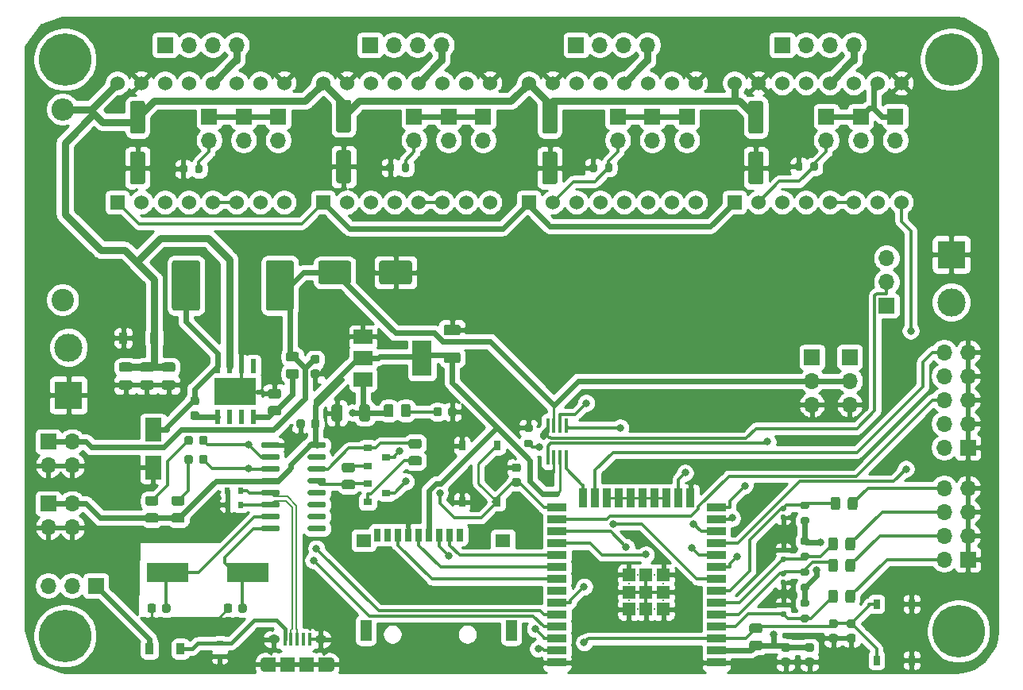
<source format=gtl>
G04 #@! TF.GenerationSoftware,KiCad,Pcbnew,(5.1.9)-1*
G04 #@! TF.CreationDate,2021-11-23T21:03:05+05:30*
G04 #@! TF.ProjectId,Onyx PCB,4f6e7978-2050-4434-922e-6b696361645f,rev?*
G04 #@! TF.SameCoordinates,Original*
G04 #@! TF.FileFunction,Copper,L1,Top*
G04 #@! TF.FilePolarity,Positive*
%FSLAX46Y46*%
G04 Gerber Fmt 4.6, Leading zero omitted, Abs format (unit mm)*
G04 Created by KiCad (PCBNEW (5.1.9)-1) date 2021-11-23 21:03:05*
%MOMM*%
%LPD*%
G01*
G04 APERTURE LIST*
G04 #@! TA.AperFunction,ComponentPad*
%ADD10C,0.300000*%
G04 #@! TD*
G04 #@! TA.AperFunction,SMDPad,CuDef*
%ADD11R,1.330000X1.330000*%
G04 #@! TD*
G04 #@! TA.AperFunction,SMDPad,CuDef*
%ADD12R,2.000000X0.900000*%
G04 #@! TD*
G04 #@! TA.AperFunction,SMDPad,CuDef*
%ADD13R,0.900000X2.000000*%
G04 #@! TD*
G04 #@! TA.AperFunction,ComponentPad*
%ADD14O,1.700000X1.700000*%
G04 #@! TD*
G04 #@! TA.AperFunction,ComponentPad*
%ADD15R,1.700000X1.700000*%
G04 #@! TD*
G04 #@! TA.AperFunction,ComponentPad*
%ADD16O,0.890000X1.550000*%
G04 #@! TD*
G04 #@! TA.AperFunction,SMDPad,CuDef*
%ADD17R,1.200000X1.550000*%
G04 #@! TD*
G04 #@! TA.AperFunction,SMDPad,CuDef*
%ADD18R,1.500000X1.550000*%
G04 #@! TD*
G04 #@! TA.AperFunction,ComponentPad*
%ADD19O,1.250000X0.950000*%
G04 #@! TD*
G04 #@! TA.AperFunction,SMDPad,CuDef*
%ADD20R,0.400000X1.350000*%
G04 #@! TD*
G04 #@! TA.AperFunction,SMDPad,CuDef*
%ADD21R,4.500000X2.000000*%
G04 #@! TD*
G04 #@! TA.AperFunction,SMDPad,CuDef*
%ADD22R,1.800000X2.500000*%
G04 #@! TD*
G04 #@! TA.AperFunction,SMDPad,CuDef*
%ADD23R,2.000000X1.500000*%
G04 #@! TD*
G04 #@! TA.AperFunction,SMDPad,CuDef*
%ADD24R,2.000000X3.800000*%
G04 #@! TD*
G04 #@! TA.AperFunction,SMDPad,CuDef*
%ADD25R,0.300000X1.600000*%
G04 #@! TD*
G04 #@! TA.AperFunction,ComponentPad*
%ADD26C,0.600000*%
G04 #@! TD*
G04 #@! TA.AperFunction,SMDPad,CuDef*
%ADD27R,0.600000X1.550000*%
G04 #@! TD*
G04 #@! TA.AperFunction,SMDPad,CuDef*
%ADD28R,4.500000X2.950000*%
G04 #@! TD*
G04 #@! TA.AperFunction,SMDPad,CuDef*
%ADD29R,3.100000X2.600000*%
G04 #@! TD*
G04 #@! TA.AperFunction,ComponentPad*
%ADD30C,1.530000*%
G04 #@! TD*
G04 #@! TA.AperFunction,ComponentPad*
%ADD31R,1.530000X1.530000*%
G04 #@! TD*
G04 #@! TA.AperFunction,SMDPad,CuDef*
%ADD32R,0.750000X1.000000*%
G04 #@! TD*
G04 #@! TA.AperFunction,SMDPad,CuDef*
%ADD33R,0.900000X0.800000*%
G04 #@! TD*
G04 #@! TA.AperFunction,ComponentPad*
%ADD34C,3.000000*%
G04 #@! TD*
G04 #@! TA.AperFunction,ComponentPad*
%ADD35R,3.000000X3.000000*%
G04 #@! TD*
G04 #@! TA.AperFunction,SMDPad,CuDef*
%ADD36R,1.200000X2.200000*%
G04 #@! TD*
G04 #@! TA.AperFunction,SMDPad,CuDef*
%ADD37R,1.600000X1.400000*%
G04 #@! TD*
G04 #@! TA.AperFunction,SMDPad,CuDef*
%ADD38R,0.700000X1.400000*%
G04 #@! TD*
G04 #@! TA.AperFunction,ComponentPad*
%ADD39C,5.600000*%
G04 #@! TD*
G04 #@! TA.AperFunction,ComponentPad*
%ADD40O,2.400000X2.400000*%
G04 #@! TD*
G04 #@! TA.AperFunction,ComponentPad*
%ADD41C,2.400000*%
G04 #@! TD*
G04 #@! TA.AperFunction,SMDPad,CuDef*
%ADD42R,0.900000X1.200000*%
G04 #@! TD*
G04 #@! TA.AperFunction,SMDPad,CuDef*
%ADD43R,0.600000X0.700000*%
G04 #@! TD*
G04 #@! TA.AperFunction,SMDPad,CuDef*
%ADD44R,0.700000X0.600000*%
G04 #@! TD*
G04 #@! TA.AperFunction,ViaPad*
%ADD45C,0.800000*%
G04 #@! TD*
G04 #@! TA.AperFunction,ViaPad*
%ADD46C,0.900000*%
G04 #@! TD*
G04 #@! TA.AperFunction,Conductor*
%ADD47C,0.300000*%
G04 #@! TD*
G04 #@! TA.AperFunction,Conductor*
%ADD48C,0.250000*%
G04 #@! TD*
G04 #@! TA.AperFunction,Conductor*
%ADD49C,0.800000*%
G04 #@! TD*
G04 #@! TA.AperFunction,Conductor*
%ADD50C,0.600000*%
G04 #@! TD*
G04 #@! TA.AperFunction,Conductor*
%ADD51C,0.400000*%
G04 #@! TD*
G04 #@! TA.AperFunction,Conductor*
%ADD52C,0.200000*%
G04 #@! TD*
G04 #@! TA.AperFunction,Conductor*
%ADD53C,0.254000*%
G04 #@! TD*
G04 #@! TA.AperFunction,Conductor*
%ADD54C,0.100000*%
G04 #@! TD*
G04 APERTURE END LIST*
D10*
X177882500Y-136260000D03*
X179717500Y-136260000D03*
X176965000Y-137177500D03*
X178800000Y-137177500D03*
X180635000Y-137177500D03*
X177882500Y-138095000D03*
X179717500Y-138095000D03*
X176965000Y-139012500D03*
X178800000Y-139012500D03*
X180635000Y-139012500D03*
X177882500Y-139930000D03*
X179717500Y-139930000D03*
D11*
X176965000Y-136260000D03*
X178800000Y-136260000D03*
X180635000Y-136260000D03*
X176965000Y-138095000D03*
X178800000Y-138095000D03*
X180635000Y-138095000D03*
X176965000Y-139930000D03*
X178800000Y-139930000D03*
X180635000Y-139930000D03*
D12*
X169300000Y-145595000D03*
X169300000Y-144325000D03*
X169300000Y-143055000D03*
X169300000Y-141785000D03*
X169300000Y-140515000D03*
X169300000Y-139245000D03*
X169300000Y-137975000D03*
X169300000Y-136705000D03*
X169300000Y-135435000D03*
X169300000Y-134165000D03*
X169300000Y-132895000D03*
X169300000Y-131625000D03*
X169300000Y-130355000D03*
X169300000Y-129085000D03*
D13*
X172085000Y-128085000D03*
X173355000Y-128085000D03*
X174625000Y-128085000D03*
X175895000Y-128085000D03*
X177165000Y-128085000D03*
X178435000Y-128085000D03*
X179705000Y-128085000D03*
X180975000Y-128085000D03*
X182245000Y-128085000D03*
X183515000Y-128085000D03*
D12*
X186300000Y-129085000D03*
X186300000Y-130355000D03*
X186300000Y-131625000D03*
X186300000Y-132895000D03*
X186300000Y-134165000D03*
X186300000Y-135435000D03*
X186300000Y-136705000D03*
X186300000Y-137975000D03*
X186300000Y-139245000D03*
X186300000Y-140515000D03*
X186300000Y-141785000D03*
X186300000Y-143055000D03*
X186300000Y-144325000D03*
X186300000Y-145595000D03*
G04 #@! TA.AperFunction,SMDPad,CuDef*
G36*
G01*
X196465000Y-144455000D02*
X195965000Y-144455000D01*
G75*
G02*
X195740000Y-144230000I0J225000D01*
G01*
X195740000Y-143780000D01*
G75*
G02*
X195965000Y-143555000I225000J0D01*
G01*
X196465000Y-143555000D01*
G75*
G02*
X196690000Y-143780000I0J-225000D01*
G01*
X196690000Y-144230000D01*
G75*
G02*
X196465000Y-144455000I-225000J0D01*
G01*
G37*
G04 #@! TD.AperFunction*
G04 #@! TA.AperFunction,SMDPad,CuDef*
G36*
G01*
X196465000Y-146005000D02*
X195965000Y-146005000D01*
G75*
G02*
X195740000Y-145780000I0J225000D01*
G01*
X195740000Y-145330000D01*
G75*
G02*
X195965000Y-145105000I225000J0D01*
G01*
X196465000Y-145105000D01*
G75*
G02*
X196690000Y-145330000I0J-225000D01*
G01*
X196690000Y-145780000D01*
G75*
G02*
X196465000Y-146005000I-225000J0D01*
G01*
G37*
G04 #@! TD.AperFunction*
G04 #@! TA.AperFunction,SMDPad,CuDef*
G36*
G01*
X193925000Y-144455000D02*
X193425000Y-144455000D01*
G75*
G02*
X193200000Y-144230000I0J225000D01*
G01*
X193200000Y-143780000D01*
G75*
G02*
X193425000Y-143555000I225000J0D01*
G01*
X193925000Y-143555000D01*
G75*
G02*
X194150000Y-143780000I0J-225000D01*
G01*
X194150000Y-144230000D01*
G75*
G02*
X193925000Y-144455000I-225000J0D01*
G01*
G37*
G04 #@! TD.AperFunction*
G04 #@! TA.AperFunction,SMDPad,CuDef*
G36*
G01*
X193925000Y-146005000D02*
X193425000Y-146005000D01*
G75*
G02*
X193200000Y-145780000I0J225000D01*
G01*
X193200000Y-145330000D01*
G75*
G02*
X193425000Y-145105000I225000J0D01*
G01*
X193925000Y-145105000D01*
G75*
G02*
X194150000Y-145330000I0J-225000D01*
G01*
X194150000Y-145780000D01*
G75*
G02*
X193925000Y-146005000I-225000J0D01*
G01*
G37*
G04 #@! TD.AperFunction*
D14*
X200508000Y-118110000D03*
X200508000Y-115570000D03*
D15*
X200508000Y-113030000D03*
D14*
X115062000Y-137414000D03*
X117602000Y-137414000D03*
D15*
X120142000Y-137414000D03*
D16*
X145105000Y-145826000D03*
X138105000Y-145826000D03*
D17*
X144505000Y-145826000D03*
X138705000Y-145826000D03*
D18*
X142605000Y-145826000D03*
X140605000Y-145826000D03*
D19*
X144105000Y-143126000D03*
X139105000Y-143126000D03*
D20*
X142905000Y-143126000D03*
X142255000Y-143126000D03*
X141605000Y-143126000D03*
X140955000Y-143126000D03*
X140305000Y-143126000D03*
G04 #@! TA.AperFunction,SMDPad,CuDef*
G36*
G01*
X142724000Y-122578000D02*
X142724000Y-122278000D01*
G75*
G02*
X142874000Y-122128000I150000J0D01*
G01*
X144524000Y-122128000D01*
G75*
G02*
X144674000Y-122278000I0J-150000D01*
G01*
X144674000Y-122578000D01*
G75*
G02*
X144524000Y-122728000I-150000J0D01*
G01*
X142874000Y-122728000D01*
G75*
G02*
X142724000Y-122578000I0J150000D01*
G01*
G37*
G04 #@! TD.AperFunction*
G04 #@! TA.AperFunction,SMDPad,CuDef*
G36*
G01*
X142724000Y-123848000D02*
X142724000Y-123548000D01*
G75*
G02*
X142874000Y-123398000I150000J0D01*
G01*
X144524000Y-123398000D01*
G75*
G02*
X144674000Y-123548000I0J-150000D01*
G01*
X144674000Y-123848000D01*
G75*
G02*
X144524000Y-123998000I-150000J0D01*
G01*
X142874000Y-123998000D01*
G75*
G02*
X142724000Y-123848000I0J150000D01*
G01*
G37*
G04 #@! TD.AperFunction*
G04 #@! TA.AperFunction,SMDPad,CuDef*
G36*
G01*
X142724000Y-125118000D02*
X142724000Y-124818000D01*
G75*
G02*
X142874000Y-124668000I150000J0D01*
G01*
X144524000Y-124668000D01*
G75*
G02*
X144674000Y-124818000I0J-150000D01*
G01*
X144674000Y-125118000D01*
G75*
G02*
X144524000Y-125268000I-150000J0D01*
G01*
X142874000Y-125268000D01*
G75*
G02*
X142724000Y-125118000I0J150000D01*
G01*
G37*
G04 #@! TD.AperFunction*
G04 #@! TA.AperFunction,SMDPad,CuDef*
G36*
G01*
X142724000Y-126388000D02*
X142724000Y-126088000D01*
G75*
G02*
X142874000Y-125938000I150000J0D01*
G01*
X144524000Y-125938000D01*
G75*
G02*
X144674000Y-126088000I0J-150000D01*
G01*
X144674000Y-126388000D01*
G75*
G02*
X144524000Y-126538000I-150000J0D01*
G01*
X142874000Y-126538000D01*
G75*
G02*
X142724000Y-126388000I0J150000D01*
G01*
G37*
G04 #@! TD.AperFunction*
G04 #@! TA.AperFunction,SMDPad,CuDef*
G36*
G01*
X142724000Y-127658000D02*
X142724000Y-127358000D01*
G75*
G02*
X142874000Y-127208000I150000J0D01*
G01*
X144524000Y-127208000D01*
G75*
G02*
X144674000Y-127358000I0J-150000D01*
G01*
X144674000Y-127658000D01*
G75*
G02*
X144524000Y-127808000I-150000J0D01*
G01*
X142874000Y-127808000D01*
G75*
G02*
X142724000Y-127658000I0J150000D01*
G01*
G37*
G04 #@! TD.AperFunction*
G04 #@! TA.AperFunction,SMDPad,CuDef*
G36*
G01*
X142724000Y-128928000D02*
X142724000Y-128628000D01*
G75*
G02*
X142874000Y-128478000I150000J0D01*
G01*
X144524000Y-128478000D01*
G75*
G02*
X144674000Y-128628000I0J-150000D01*
G01*
X144674000Y-128928000D01*
G75*
G02*
X144524000Y-129078000I-150000J0D01*
G01*
X142874000Y-129078000D01*
G75*
G02*
X142724000Y-128928000I0J150000D01*
G01*
G37*
G04 #@! TD.AperFunction*
G04 #@! TA.AperFunction,SMDPad,CuDef*
G36*
G01*
X142724000Y-130198000D02*
X142724000Y-129898000D01*
G75*
G02*
X142874000Y-129748000I150000J0D01*
G01*
X144524000Y-129748000D01*
G75*
G02*
X144674000Y-129898000I0J-150000D01*
G01*
X144674000Y-130198000D01*
G75*
G02*
X144524000Y-130348000I-150000J0D01*
G01*
X142874000Y-130348000D01*
G75*
G02*
X142724000Y-130198000I0J150000D01*
G01*
G37*
G04 #@! TD.AperFunction*
G04 #@! TA.AperFunction,SMDPad,CuDef*
G36*
G01*
X142724000Y-131468000D02*
X142724000Y-131168000D01*
G75*
G02*
X142874000Y-131018000I150000J0D01*
G01*
X144524000Y-131018000D01*
G75*
G02*
X144674000Y-131168000I0J-150000D01*
G01*
X144674000Y-131468000D01*
G75*
G02*
X144524000Y-131618000I-150000J0D01*
G01*
X142874000Y-131618000D01*
G75*
G02*
X142724000Y-131468000I0J150000D01*
G01*
G37*
G04 #@! TD.AperFunction*
G04 #@! TA.AperFunction,SMDPad,CuDef*
G36*
G01*
X137774000Y-131468000D02*
X137774000Y-131168000D01*
G75*
G02*
X137924000Y-131018000I150000J0D01*
G01*
X139574000Y-131018000D01*
G75*
G02*
X139724000Y-131168000I0J-150000D01*
G01*
X139724000Y-131468000D01*
G75*
G02*
X139574000Y-131618000I-150000J0D01*
G01*
X137924000Y-131618000D01*
G75*
G02*
X137774000Y-131468000I0J150000D01*
G01*
G37*
G04 #@! TD.AperFunction*
G04 #@! TA.AperFunction,SMDPad,CuDef*
G36*
G01*
X137774000Y-130198000D02*
X137774000Y-129898000D01*
G75*
G02*
X137924000Y-129748000I150000J0D01*
G01*
X139574000Y-129748000D01*
G75*
G02*
X139724000Y-129898000I0J-150000D01*
G01*
X139724000Y-130198000D01*
G75*
G02*
X139574000Y-130348000I-150000J0D01*
G01*
X137924000Y-130348000D01*
G75*
G02*
X137774000Y-130198000I0J150000D01*
G01*
G37*
G04 #@! TD.AperFunction*
G04 #@! TA.AperFunction,SMDPad,CuDef*
G36*
G01*
X137774000Y-128928000D02*
X137774000Y-128628000D01*
G75*
G02*
X137924000Y-128478000I150000J0D01*
G01*
X139574000Y-128478000D01*
G75*
G02*
X139724000Y-128628000I0J-150000D01*
G01*
X139724000Y-128928000D01*
G75*
G02*
X139574000Y-129078000I-150000J0D01*
G01*
X137924000Y-129078000D01*
G75*
G02*
X137774000Y-128928000I0J150000D01*
G01*
G37*
G04 #@! TD.AperFunction*
G04 #@! TA.AperFunction,SMDPad,CuDef*
G36*
G01*
X137774000Y-127658000D02*
X137774000Y-127358000D01*
G75*
G02*
X137924000Y-127208000I150000J0D01*
G01*
X139574000Y-127208000D01*
G75*
G02*
X139724000Y-127358000I0J-150000D01*
G01*
X139724000Y-127658000D01*
G75*
G02*
X139574000Y-127808000I-150000J0D01*
G01*
X137924000Y-127808000D01*
G75*
G02*
X137774000Y-127658000I0J150000D01*
G01*
G37*
G04 #@! TD.AperFunction*
G04 #@! TA.AperFunction,SMDPad,CuDef*
G36*
G01*
X137774000Y-126388000D02*
X137774000Y-126088000D01*
G75*
G02*
X137924000Y-125938000I150000J0D01*
G01*
X139574000Y-125938000D01*
G75*
G02*
X139724000Y-126088000I0J-150000D01*
G01*
X139724000Y-126388000D01*
G75*
G02*
X139574000Y-126538000I-150000J0D01*
G01*
X137924000Y-126538000D01*
G75*
G02*
X137774000Y-126388000I0J150000D01*
G01*
G37*
G04 #@! TD.AperFunction*
G04 #@! TA.AperFunction,SMDPad,CuDef*
G36*
G01*
X137774000Y-125118000D02*
X137774000Y-124818000D01*
G75*
G02*
X137924000Y-124668000I150000J0D01*
G01*
X139574000Y-124668000D01*
G75*
G02*
X139724000Y-124818000I0J-150000D01*
G01*
X139724000Y-125118000D01*
G75*
G02*
X139574000Y-125268000I-150000J0D01*
G01*
X137924000Y-125268000D01*
G75*
G02*
X137774000Y-125118000I0J150000D01*
G01*
G37*
G04 #@! TD.AperFunction*
G04 #@! TA.AperFunction,SMDPad,CuDef*
G36*
G01*
X137774000Y-123848000D02*
X137774000Y-123548000D01*
G75*
G02*
X137924000Y-123398000I150000J0D01*
G01*
X139574000Y-123398000D01*
G75*
G02*
X139724000Y-123548000I0J-150000D01*
G01*
X139724000Y-123848000D01*
G75*
G02*
X139574000Y-123998000I-150000J0D01*
G01*
X137924000Y-123998000D01*
G75*
G02*
X137774000Y-123848000I0J150000D01*
G01*
G37*
G04 #@! TD.AperFunction*
G04 #@! TA.AperFunction,SMDPad,CuDef*
G36*
G01*
X137774000Y-122578000D02*
X137774000Y-122278000D01*
G75*
G02*
X137924000Y-122128000I150000J0D01*
G01*
X139574000Y-122128000D01*
G75*
G02*
X139724000Y-122278000I0J-150000D01*
G01*
X139724000Y-122578000D01*
G75*
G02*
X139574000Y-122728000I-150000J0D01*
G01*
X137924000Y-122728000D01*
G75*
G02*
X137774000Y-122578000I0J150000D01*
G01*
G37*
G04 #@! TD.AperFunction*
D21*
X136330000Y-136017000D03*
X127830000Y-136017000D03*
G04 #@! TA.AperFunction,SMDPad,CuDef*
G36*
G01*
X129355002Y-128886000D02*
X128454998Y-128886000D01*
G75*
G02*
X128205000Y-128636002I0J249998D01*
G01*
X128205000Y-128110998D01*
G75*
G02*
X128454998Y-127861000I249998J0D01*
G01*
X129355002Y-127861000D01*
G75*
G02*
X129605000Y-128110998I0J-249998D01*
G01*
X129605000Y-128636002D01*
G75*
G02*
X129355002Y-128886000I-249998J0D01*
G01*
G37*
G04 #@! TD.AperFunction*
G04 #@! TA.AperFunction,SMDPad,CuDef*
G36*
G01*
X129355002Y-130711000D02*
X128454998Y-130711000D01*
G75*
G02*
X128205000Y-130461002I0J249998D01*
G01*
X128205000Y-129935998D01*
G75*
G02*
X128454998Y-129686000I249998J0D01*
G01*
X129355002Y-129686000D01*
G75*
G02*
X129605000Y-129935998I0J-249998D01*
G01*
X129605000Y-130461002D01*
G75*
G02*
X129355002Y-130711000I-249998J0D01*
G01*
G37*
G04 #@! TD.AperFunction*
G04 #@! TA.AperFunction,SMDPad,CuDef*
G36*
G01*
X126561002Y-128886000D02*
X125660998Y-128886000D01*
G75*
G02*
X125411000Y-128636002I0J249998D01*
G01*
X125411000Y-128110998D01*
G75*
G02*
X125660998Y-127861000I249998J0D01*
G01*
X126561002Y-127861000D01*
G75*
G02*
X126811000Y-128110998I0J-249998D01*
G01*
X126811000Y-128636002D01*
G75*
G02*
X126561002Y-128886000I-249998J0D01*
G01*
G37*
G04 #@! TD.AperFunction*
G04 #@! TA.AperFunction,SMDPad,CuDef*
G36*
G01*
X126561002Y-130711000D02*
X125660998Y-130711000D01*
G75*
G02*
X125411000Y-130461002I0J249998D01*
G01*
X125411000Y-129935998D01*
G75*
G02*
X125660998Y-129686000I249998J0D01*
G01*
X126561002Y-129686000D01*
G75*
G02*
X126811000Y-129935998I0J-249998D01*
G01*
X126811000Y-130461002D01*
G75*
G02*
X126561002Y-130711000I-249998J0D01*
G01*
G37*
G04 #@! TD.AperFunction*
G04 #@! TA.AperFunction,SMDPad,CuDef*
G36*
G01*
X130460000Y-123695750D02*
X130460000Y-124208250D01*
G75*
G02*
X130241250Y-124427000I-218750J0D01*
G01*
X129803750Y-124427000D01*
G75*
G02*
X129585000Y-124208250I0J218750D01*
G01*
X129585000Y-123695750D01*
G75*
G02*
X129803750Y-123477000I218750J0D01*
G01*
X130241250Y-123477000D01*
G75*
G02*
X130460000Y-123695750I0J-218750D01*
G01*
G37*
G04 #@! TD.AperFunction*
G04 #@! TA.AperFunction,SMDPad,CuDef*
G36*
G01*
X132035000Y-123695750D02*
X132035000Y-124208250D01*
G75*
G02*
X131816250Y-124427000I-218750J0D01*
G01*
X131378750Y-124427000D01*
G75*
G02*
X131160000Y-124208250I0J218750D01*
G01*
X131160000Y-123695750D01*
G75*
G02*
X131378750Y-123477000I218750J0D01*
G01*
X131816250Y-123477000D01*
G75*
G02*
X132035000Y-123695750I0J-218750D01*
G01*
G37*
G04 #@! TD.AperFunction*
G04 #@! TA.AperFunction,SMDPad,CuDef*
G36*
G01*
X130460000Y-121663750D02*
X130460000Y-122176250D01*
G75*
G02*
X130241250Y-122395000I-218750J0D01*
G01*
X129803750Y-122395000D01*
G75*
G02*
X129585000Y-122176250I0J218750D01*
G01*
X129585000Y-121663750D01*
G75*
G02*
X129803750Y-121445000I218750J0D01*
G01*
X130241250Y-121445000D01*
G75*
G02*
X130460000Y-121663750I0J-218750D01*
G01*
G37*
G04 #@! TD.AperFunction*
G04 #@! TA.AperFunction,SMDPad,CuDef*
G36*
G01*
X132035000Y-121663750D02*
X132035000Y-122176250D01*
G75*
G02*
X131816250Y-122395000I-218750J0D01*
G01*
X131378750Y-122395000D01*
G75*
G02*
X131160000Y-122176250I0J218750D01*
G01*
X131160000Y-121663750D01*
G75*
G02*
X131378750Y-121445000I218750J0D01*
G01*
X131816250Y-121445000D01*
G75*
G02*
X132035000Y-121663750I0J-218750D01*
G01*
G37*
G04 #@! TD.AperFunction*
G04 #@! TA.AperFunction,SMDPad,CuDef*
G36*
G01*
X142423000Y-119892000D02*
X142423000Y-120392000D01*
G75*
G02*
X142198000Y-120617000I-225000J0D01*
G01*
X141748000Y-120617000D01*
G75*
G02*
X141523000Y-120392000I0J225000D01*
G01*
X141523000Y-119892000D01*
G75*
G02*
X141748000Y-119667000I225000J0D01*
G01*
X142198000Y-119667000D01*
G75*
G02*
X142423000Y-119892000I0J-225000D01*
G01*
G37*
G04 #@! TD.AperFunction*
G04 #@! TA.AperFunction,SMDPad,CuDef*
G36*
G01*
X143973000Y-119892000D02*
X143973000Y-120392000D01*
G75*
G02*
X143748000Y-120617000I-225000J0D01*
G01*
X143298000Y-120617000D01*
G75*
G02*
X143073000Y-120392000I0J225000D01*
G01*
X143073000Y-119892000D01*
G75*
G02*
X143298000Y-119667000I225000J0D01*
G01*
X143748000Y-119667000D01*
G75*
G02*
X143973000Y-119892000I0J-225000D01*
G01*
G37*
G04 #@! TD.AperFunction*
G04 #@! TA.AperFunction,SMDPad,CuDef*
G36*
G01*
X135326000Y-140077000D02*
X135326000Y-139577000D01*
G75*
G02*
X135551000Y-139352000I225000J0D01*
G01*
X136001000Y-139352000D01*
G75*
G02*
X136226000Y-139577000I0J-225000D01*
G01*
X136226000Y-140077000D01*
G75*
G02*
X136001000Y-140302000I-225000J0D01*
G01*
X135551000Y-140302000D01*
G75*
G02*
X135326000Y-140077000I0J225000D01*
G01*
G37*
G04 #@! TD.AperFunction*
G04 #@! TA.AperFunction,SMDPad,CuDef*
G36*
G01*
X133776000Y-140077000D02*
X133776000Y-139577000D01*
G75*
G02*
X134001000Y-139352000I225000J0D01*
G01*
X134451000Y-139352000D01*
G75*
G02*
X134676000Y-139577000I0J-225000D01*
G01*
X134676000Y-140077000D01*
G75*
G02*
X134451000Y-140302000I-225000J0D01*
G01*
X134001000Y-140302000D01*
G75*
G02*
X133776000Y-140077000I0J225000D01*
G01*
G37*
G04 #@! TD.AperFunction*
G04 #@! TA.AperFunction,SMDPad,CuDef*
G36*
G01*
X127198000Y-140077000D02*
X127198000Y-139577000D01*
G75*
G02*
X127423000Y-139352000I225000J0D01*
G01*
X127873000Y-139352000D01*
G75*
G02*
X128098000Y-139577000I0J-225000D01*
G01*
X128098000Y-140077000D01*
G75*
G02*
X127873000Y-140302000I-225000J0D01*
G01*
X127423000Y-140302000D01*
G75*
G02*
X127198000Y-140077000I0J225000D01*
G01*
G37*
G04 #@! TD.AperFunction*
G04 #@! TA.AperFunction,SMDPad,CuDef*
G36*
G01*
X125648000Y-140077000D02*
X125648000Y-139577000D01*
G75*
G02*
X125873000Y-139352000I225000J0D01*
G01*
X126323000Y-139352000D01*
G75*
G02*
X126548000Y-139577000I0J-225000D01*
G01*
X126548000Y-140077000D01*
G75*
G02*
X126323000Y-140302000I-225000J0D01*
G01*
X125873000Y-140302000D01*
G75*
G02*
X125648000Y-140077000I0J225000D01*
G01*
G37*
G04 #@! TD.AperFunction*
G04 #@! TA.AperFunction,SMDPad,CuDef*
G36*
G01*
X143760000Y-113721000D02*
X143260000Y-113721000D01*
G75*
G02*
X143035000Y-113496000I0J225000D01*
G01*
X143035000Y-113046000D01*
G75*
G02*
X143260000Y-112821000I225000J0D01*
G01*
X143760000Y-112821000D01*
G75*
G02*
X143985000Y-113046000I0J-225000D01*
G01*
X143985000Y-113496000D01*
G75*
G02*
X143760000Y-113721000I-225000J0D01*
G01*
G37*
G04 #@! TD.AperFunction*
G04 #@! TA.AperFunction,SMDPad,CuDef*
G36*
G01*
X143760000Y-115271000D02*
X143260000Y-115271000D01*
G75*
G02*
X143035000Y-115046000I0J225000D01*
G01*
X143035000Y-114596000D01*
G75*
G02*
X143260000Y-114371000I225000J0D01*
G01*
X143760000Y-114371000D01*
G75*
G02*
X143985000Y-114596000I0J-225000D01*
G01*
X143985000Y-115046000D01*
G75*
G02*
X143760000Y-115271000I-225000J0D01*
G01*
G37*
G04 #@! TD.AperFunction*
G04 #@! TA.AperFunction,SMDPad,CuDef*
G36*
G01*
X195982000Y-139656000D02*
X195432000Y-139656000D01*
G75*
G02*
X195232000Y-139456000I0J200000D01*
G01*
X195232000Y-139056000D01*
G75*
G02*
X195432000Y-138856000I200000J0D01*
G01*
X195982000Y-138856000D01*
G75*
G02*
X196182000Y-139056000I0J-200000D01*
G01*
X196182000Y-139456000D01*
G75*
G02*
X195982000Y-139656000I-200000J0D01*
G01*
G37*
G04 #@! TD.AperFunction*
G04 #@! TA.AperFunction,SMDPad,CuDef*
G36*
G01*
X195982000Y-141306000D02*
X195432000Y-141306000D01*
G75*
G02*
X195232000Y-141106000I0J200000D01*
G01*
X195232000Y-140706000D01*
G75*
G02*
X195432000Y-140506000I200000J0D01*
G01*
X195982000Y-140506000D01*
G75*
G02*
X196182000Y-140706000I0J-200000D01*
G01*
X196182000Y-141106000D01*
G75*
G02*
X195982000Y-141306000I-200000J0D01*
G01*
G37*
G04 #@! TD.AperFunction*
G04 #@! TA.AperFunction,SMDPad,CuDef*
G36*
G01*
X195432000Y-130092000D02*
X195982000Y-130092000D01*
G75*
G02*
X196182000Y-130292000I0J-200000D01*
G01*
X196182000Y-130692000D01*
G75*
G02*
X195982000Y-130892000I-200000J0D01*
G01*
X195432000Y-130892000D01*
G75*
G02*
X195232000Y-130692000I0J200000D01*
G01*
X195232000Y-130292000D01*
G75*
G02*
X195432000Y-130092000I200000J0D01*
G01*
G37*
G04 #@! TD.AperFunction*
G04 #@! TA.AperFunction,SMDPad,CuDef*
G36*
G01*
X195432000Y-128442000D02*
X195982000Y-128442000D01*
G75*
G02*
X196182000Y-128642000I0J-200000D01*
G01*
X196182000Y-129042000D01*
G75*
G02*
X195982000Y-129242000I-200000J0D01*
G01*
X195432000Y-129242000D01*
G75*
G02*
X195232000Y-129042000I0J200000D01*
G01*
X195232000Y-128642000D01*
G75*
G02*
X195432000Y-128442000I200000J0D01*
G01*
G37*
G04 #@! TD.AperFunction*
G04 #@! TA.AperFunction,SMDPad,CuDef*
G36*
G01*
X195982000Y-133052000D02*
X195432000Y-133052000D01*
G75*
G02*
X195232000Y-132852000I0J200000D01*
G01*
X195232000Y-132452000D01*
G75*
G02*
X195432000Y-132252000I200000J0D01*
G01*
X195982000Y-132252000D01*
G75*
G02*
X196182000Y-132452000I0J-200000D01*
G01*
X196182000Y-132852000D01*
G75*
G02*
X195982000Y-133052000I-200000J0D01*
G01*
G37*
G04 #@! TD.AperFunction*
G04 #@! TA.AperFunction,SMDPad,CuDef*
G36*
G01*
X195982000Y-134702000D02*
X195432000Y-134702000D01*
G75*
G02*
X195232000Y-134502000I0J200000D01*
G01*
X195232000Y-134102000D01*
G75*
G02*
X195432000Y-133902000I200000J0D01*
G01*
X195982000Y-133902000D01*
G75*
G02*
X196182000Y-134102000I0J-200000D01*
G01*
X196182000Y-134502000D01*
G75*
G02*
X195982000Y-134702000I-200000J0D01*
G01*
G37*
G04 #@! TD.AperFunction*
G04 #@! TA.AperFunction,SMDPad,CuDef*
G36*
G01*
X195432000Y-137204000D02*
X195982000Y-137204000D01*
G75*
G02*
X196182000Y-137404000I0J-200000D01*
G01*
X196182000Y-137804000D01*
G75*
G02*
X195982000Y-138004000I-200000J0D01*
G01*
X195432000Y-138004000D01*
G75*
G02*
X195232000Y-137804000I0J200000D01*
G01*
X195232000Y-137404000D01*
G75*
G02*
X195432000Y-137204000I200000J0D01*
G01*
G37*
G04 #@! TD.AperFunction*
G04 #@! TA.AperFunction,SMDPad,CuDef*
G36*
G01*
X195432000Y-135554000D02*
X195982000Y-135554000D01*
G75*
G02*
X196182000Y-135754000I0J-200000D01*
G01*
X196182000Y-136154000D01*
G75*
G02*
X195982000Y-136354000I-200000J0D01*
G01*
X195432000Y-136354000D01*
G75*
G02*
X195232000Y-136154000I0J200000D01*
G01*
X195232000Y-135754000D01*
G75*
G02*
X195432000Y-135554000I200000J0D01*
G01*
G37*
G04 #@! TD.AperFunction*
G04 #@! TA.AperFunction,SMDPad,CuDef*
G36*
G01*
X200298000Y-129101002D02*
X200298000Y-128200998D01*
G75*
G02*
X200547998Y-127951000I249998J0D01*
G01*
X201073002Y-127951000D01*
G75*
G02*
X201323000Y-128200998I0J-249998D01*
G01*
X201323000Y-129101002D01*
G75*
G02*
X201073002Y-129351000I-249998J0D01*
G01*
X200547998Y-129351000D01*
G75*
G02*
X200298000Y-129101002I0J249998D01*
G01*
G37*
G04 #@! TD.AperFunction*
G04 #@! TA.AperFunction,SMDPad,CuDef*
G36*
G01*
X198473000Y-129101002D02*
X198473000Y-128200998D01*
G75*
G02*
X198722998Y-127951000I249998J0D01*
G01*
X199248002Y-127951000D01*
G75*
G02*
X199498000Y-128200998I0J-249998D01*
G01*
X199498000Y-129101002D01*
G75*
G02*
X199248002Y-129351000I-249998J0D01*
G01*
X198722998Y-129351000D01*
G75*
G02*
X198473000Y-129101002I0J249998D01*
G01*
G37*
G04 #@! TD.AperFunction*
G04 #@! TA.AperFunction,SMDPad,CuDef*
G36*
G01*
X200044000Y-135705002D02*
X200044000Y-134804998D01*
G75*
G02*
X200293998Y-134555000I249998J0D01*
G01*
X200819002Y-134555000D01*
G75*
G02*
X201069000Y-134804998I0J-249998D01*
G01*
X201069000Y-135705002D01*
G75*
G02*
X200819002Y-135955000I-249998J0D01*
G01*
X200293998Y-135955000D01*
G75*
G02*
X200044000Y-135705002I0J249998D01*
G01*
G37*
G04 #@! TD.AperFunction*
G04 #@! TA.AperFunction,SMDPad,CuDef*
G36*
G01*
X198219000Y-135705002D02*
X198219000Y-134804998D01*
G75*
G02*
X198468998Y-134555000I249998J0D01*
G01*
X198994002Y-134555000D01*
G75*
G02*
X199244000Y-134804998I0J-249998D01*
G01*
X199244000Y-135705002D01*
G75*
G02*
X198994002Y-135955000I-249998J0D01*
G01*
X198468998Y-135955000D01*
G75*
G02*
X198219000Y-135705002I0J249998D01*
G01*
G37*
G04 #@! TD.AperFunction*
G04 #@! TA.AperFunction,SMDPad,CuDef*
G36*
G01*
X200044000Y-133419002D02*
X200044000Y-132518998D01*
G75*
G02*
X200293998Y-132269000I249998J0D01*
G01*
X200819002Y-132269000D01*
G75*
G02*
X201069000Y-132518998I0J-249998D01*
G01*
X201069000Y-133419002D01*
G75*
G02*
X200819002Y-133669000I-249998J0D01*
G01*
X200293998Y-133669000D01*
G75*
G02*
X200044000Y-133419002I0J249998D01*
G01*
G37*
G04 #@! TD.AperFunction*
G04 #@! TA.AperFunction,SMDPad,CuDef*
G36*
G01*
X198219000Y-133419002D02*
X198219000Y-132518998D01*
G75*
G02*
X198468998Y-132269000I249998J0D01*
G01*
X198994002Y-132269000D01*
G75*
G02*
X199244000Y-132518998I0J-249998D01*
G01*
X199244000Y-133419002D01*
G75*
G02*
X198994002Y-133669000I-249998J0D01*
G01*
X198468998Y-133669000D01*
G75*
G02*
X198219000Y-133419002I0J249998D01*
G01*
G37*
G04 #@! TD.AperFunction*
G04 #@! TA.AperFunction,SMDPad,CuDef*
G36*
G01*
X200044000Y-139007002D02*
X200044000Y-138106998D01*
G75*
G02*
X200293998Y-137857000I249998J0D01*
G01*
X200819002Y-137857000D01*
G75*
G02*
X201069000Y-138106998I0J-249998D01*
G01*
X201069000Y-139007002D01*
G75*
G02*
X200819002Y-139257000I-249998J0D01*
G01*
X200293998Y-139257000D01*
G75*
G02*
X200044000Y-139007002I0J249998D01*
G01*
G37*
G04 #@! TD.AperFunction*
G04 #@! TA.AperFunction,SMDPad,CuDef*
G36*
G01*
X198219000Y-139007002D02*
X198219000Y-138106998D01*
G75*
G02*
X198468998Y-137857000I249998J0D01*
G01*
X198994002Y-137857000D01*
G75*
G02*
X199244000Y-138106998I0J-249998D01*
G01*
X199244000Y-139007002D01*
G75*
G02*
X198994002Y-139257000I-249998J0D01*
G01*
X198468998Y-139257000D01*
G75*
G02*
X198219000Y-139007002I0J249998D01*
G01*
G37*
G04 #@! TD.AperFunction*
G04 #@! TA.AperFunction,SMDPad,CuDef*
G36*
G01*
X166518000Y-120987000D02*
X165968000Y-120987000D01*
G75*
G02*
X165768000Y-120787000I0J200000D01*
G01*
X165768000Y-120387000D01*
G75*
G02*
X165968000Y-120187000I200000J0D01*
G01*
X166518000Y-120187000D01*
G75*
G02*
X166718000Y-120387000I0J-200000D01*
G01*
X166718000Y-120787000D01*
G75*
G02*
X166518000Y-120987000I-200000J0D01*
G01*
G37*
G04 #@! TD.AperFunction*
G04 #@! TA.AperFunction,SMDPad,CuDef*
G36*
G01*
X166518000Y-122637000D02*
X165968000Y-122637000D01*
G75*
G02*
X165768000Y-122437000I0J200000D01*
G01*
X165768000Y-122037000D01*
G75*
G02*
X165968000Y-121837000I200000J0D01*
G01*
X166518000Y-121837000D01*
G75*
G02*
X166718000Y-122037000I0J-200000D01*
G01*
X166718000Y-122437000D01*
G75*
G02*
X166518000Y-122637000I-200000J0D01*
G01*
G37*
G04 #@! TD.AperFunction*
G04 #@! TA.AperFunction,SMDPad,CuDef*
G36*
G01*
X152673000Y-119195002D02*
X152673000Y-118294998D01*
G75*
G02*
X152922998Y-118045000I249998J0D01*
G01*
X153448002Y-118045000D01*
G75*
G02*
X153698000Y-118294998I0J-249998D01*
G01*
X153698000Y-119195002D01*
G75*
G02*
X153448002Y-119445000I-249998J0D01*
G01*
X152922998Y-119445000D01*
G75*
G02*
X152673000Y-119195002I0J249998D01*
G01*
G37*
G04 #@! TD.AperFunction*
G04 #@! TA.AperFunction,SMDPad,CuDef*
G36*
G01*
X150848000Y-119195002D02*
X150848000Y-118294998D01*
G75*
G02*
X151097998Y-118045000I249998J0D01*
G01*
X151623002Y-118045000D01*
G75*
G02*
X151873000Y-118294998I0J-249998D01*
G01*
X151873000Y-119195002D01*
G75*
G02*
X151623002Y-119445000I-249998J0D01*
G01*
X151097998Y-119445000D01*
G75*
G02*
X150848000Y-119195002I0J249998D01*
G01*
G37*
G04 #@! TD.AperFunction*
G04 #@! TA.AperFunction,SMDPad,CuDef*
G36*
G01*
X195472000Y-92435000D02*
X195472000Y-92985000D01*
G75*
G02*
X195272000Y-93185000I-200000J0D01*
G01*
X194872000Y-93185000D01*
G75*
G02*
X194672000Y-92985000I0J200000D01*
G01*
X194672000Y-92435000D01*
G75*
G02*
X194872000Y-92235000I200000J0D01*
G01*
X195272000Y-92235000D01*
G75*
G02*
X195472000Y-92435000I0J-200000D01*
G01*
G37*
G04 #@! TD.AperFunction*
G04 #@! TA.AperFunction,SMDPad,CuDef*
G36*
G01*
X197122000Y-92435000D02*
X197122000Y-92985000D01*
G75*
G02*
X196922000Y-93185000I-200000J0D01*
G01*
X196522000Y-93185000D01*
G75*
G02*
X196322000Y-92985000I0J200000D01*
G01*
X196322000Y-92435000D01*
G75*
G02*
X196522000Y-92235000I200000J0D01*
G01*
X196922000Y-92235000D01*
G75*
G02*
X197122000Y-92435000I0J-200000D01*
G01*
G37*
G04 #@! TD.AperFunction*
G04 #@! TA.AperFunction,SMDPad,CuDef*
G36*
G01*
X139642002Y-117456000D02*
X138741998Y-117456000D01*
G75*
G02*
X138492000Y-117206002I0J249998D01*
G01*
X138492000Y-116680998D01*
G75*
G02*
X138741998Y-116431000I249998J0D01*
G01*
X139642002Y-116431000D01*
G75*
G02*
X139892000Y-116680998I0J-249998D01*
G01*
X139892000Y-117206002D01*
G75*
G02*
X139642002Y-117456000I-249998J0D01*
G01*
G37*
G04 #@! TD.AperFunction*
G04 #@! TA.AperFunction,SMDPad,CuDef*
G36*
G01*
X139642002Y-119281000D02*
X138741998Y-119281000D01*
G75*
G02*
X138492000Y-119031002I0J249998D01*
G01*
X138492000Y-118505998D01*
G75*
G02*
X138741998Y-118256000I249998J0D01*
G01*
X139642002Y-118256000D01*
G75*
G02*
X139892000Y-118505998I0J-249998D01*
G01*
X139892000Y-119031002D01*
G75*
G02*
X139642002Y-119281000I-249998J0D01*
G01*
G37*
G04 #@! TD.AperFunction*
G04 #@! TA.AperFunction,SMDPad,CuDef*
G36*
G01*
X140646998Y-114319000D02*
X141547002Y-114319000D01*
G75*
G02*
X141797000Y-114568998I0J-249998D01*
G01*
X141797000Y-115094002D01*
G75*
G02*
X141547002Y-115344000I-249998J0D01*
G01*
X140646998Y-115344000D01*
G75*
G02*
X140397000Y-115094002I0J249998D01*
G01*
X140397000Y-114568998D01*
G75*
G02*
X140646998Y-114319000I249998J0D01*
G01*
G37*
G04 #@! TD.AperFunction*
G04 #@! TA.AperFunction,SMDPad,CuDef*
G36*
G01*
X140646998Y-112494000D02*
X141547002Y-112494000D01*
G75*
G02*
X141797000Y-112743998I0J-249998D01*
G01*
X141797000Y-113269002D01*
G75*
G02*
X141547002Y-113519000I-249998J0D01*
G01*
X140646998Y-113519000D01*
G75*
G02*
X140397000Y-113269002I0J249998D01*
G01*
X140397000Y-112743998D01*
G75*
G02*
X140646998Y-112494000I249998J0D01*
G01*
G37*
G04 #@! TD.AperFunction*
G04 #@! TA.AperFunction,SMDPad,CuDef*
G36*
G01*
X153727998Y-123590000D02*
X154628002Y-123590000D01*
G75*
G02*
X154878000Y-123839998I0J-249998D01*
G01*
X154878000Y-124365002D01*
G75*
G02*
X154628002Y-124615000I-249998J0D01*
G01*
X153727998Y-124615000D01*
G75*
G02*
X153478000Y-124365002I0J249998D01*
G01*
X153478000Y-123839998D01*
G75*
G02*
X153727998Y-123590000I249998J0D01*
G01*
G37*
G04 #@! TD.AperFunction*
G04 #@! TA.AperFunction,SMDPad,CuDef*
G36*
G01*
X153727998Y-121765000D02*
X154628002Y-121765000D01*
G75*
G02*
X154878000Y-122014998I0J-249998D01*
G01*
X154878000Y-122540002D01*
G75*
G02*
X154628002Y-122790000I-249998J0D01*
G01*
X153727998Y-122790000D01*
G75*
G02*
X153478000Y-122540002I0J249998D01*
G01*
X153478000Y-122014998D01*
G75*
G02*
X153727998Y-121765000I249998J0D01*
G01*
G37*
G04 #@! TD.AperFunction*
G04 #@! TA.AperFunction,SMDPad,CuDef*
G36*
G01*
X147516002Y-125330000D02*
X146615998Y-125330000D01*
G75*
G02*
X146366000Y-125080002I0J249998D01*
G01*
X146366000Y-124554998D01*
G75*
G02*
X146615998Y-124305000I249998J0D01*
G01*
X147516002Y-124305000D01*
G75*
G02*
X147766000Y-124554998I0J-249998D01*
G01*
X147766000Y-125080002D01*
G75*
G02*
X147516002Y-125330000I-249998J0D01*
G01*
G37*
G04 #@! TD.AperFunction*
G04 #@! TA.AperFunction,SMDPad,CuDef*
G36*
G01*
X147516002Y-127155000D02*
X146615998Y-127155000D01*
G75*
G02*
X146366000Y-126905002I0J249998D01*
G01*
X146366000Y-126379998D01*
G75*
G02*
X146615998Y-126130000I249998J0D01*
G01*
X147516002Y-126130000D01*
G75*
G02*
X147766000Y-126379998I0J-249998D01*
G01*
X147766000Y-126905002D01*
G75*
G02*
X147516002Y-127155000I-249998J0D01*
G01*
G37*
G04 #@! TD.AperFunction*
G04 #@! TA.AperFunction,SMDPad,CuDef*
G36*
G01*
X173565000Y-92562000D02*
X173565000Y-93112000D01*
G75*
G02*
X173365000Y-93312000I-200000J0D01*
G01*
X172965000Y-93312000D01*
G75*
G02*
X172765000Y-93112000I0J200000D01*
G01*
X172765000Y-92562000D01*
G75*
G02*
X172965000Y-92362000I200000J0D01*
G01*
X173365000Y-92362000D01*
G75*
G02*
X173565000Y-92562000I0J-200000D01*
G01*
G37*
G04 #@! TD.AperFunction*
G04 #@! TA.AperFunction,SMDPad,CuDef*
G36*
G01*
X175215000Y-92562000D02*
X175215000Y-93112000D01*
G75*
G02*
X175015000Y-93312000I-200000J0D01*
G01*
X174615000Y-93312000D01*
G75*
G02*
X174415000Y-93112000I0J200000D01*
G01*
X174415000Y-92562000D01*
G75*
G02*
X174615000Y-92362000I200000J0D01*
G01*
X175015000Y-92362000D01*
G75*
G02*
X175215000Y-92562000I0J-200000D01*
G01*
G37*
G04 #@! TD.AperFunction*
G04 #@! TA.AperFunction,SMDPad,CuDef*
G36*
G01*
X151911000Y-92562000D02*
X151911000Y-93112000D01*
G75*
G02*
X151711000Y-93312000I-200000J0D01*
G01*
X151311000Y-93312000D01*
G75*
G02*
X151111000Y-93112000I0J200000D01*
G01*
X151111000Y-92562000D01*
G75*
G02*
X151311000Y-92362000I200000J0D01*
G01*
X151711000Y-92362000D01*
G75*
G02*
X151911000Y-92562000I0J-200000D01*
G01*
G37*
G04 #@! TD.AperFunction*
G04 #@! TA.AperFunction,SMDPad,CuDef*
G36*
G01*
X153561000Y-92562000D02*
X153561000Y-93112000D01*
G75*
G02*
X153361000Y-93312000I-200000J0D01*
G01*
X152961000Y-93312000D01*
G75*
G02*
X152761000Y-93112000I0J200000D01*
G01*
X152761000Y-92562000D01*
G75*
G02*
X152961000Y-92362000I200000J0D01*
G01*
X153361000Y-92362000D01*
G75*
G02*
X153561000Y-92562000I0J-200000D01*
G01*
G37*
G04 #@! TD.AperFunction*
G04 #@! TA.AperFunction,SMDPad,CuDef*
G36*
G01*
X190950002Y-142475000D02*
X190049998Y-142475000D01*
G75*
G02*
X189800000Y-142225002I0J249998D01*
G01*
X189800000Y-141699998D01*
G75*
G02*
X190049998Y-141450000I249998J0D01*
G01*
X190950002Y-141450000D01*
G75*
G02*
X191200000Y-141699998I0J-249998D01*
G01*
X191200000Y-142225002D01*
G75*
G02*
X190950002Y-142475000I-249998J0D01*
G01*
G37*
G04 #@! TD.AperFunction*
G04 #@! TA.AperFunction,SMDPad,CuDef*
G36*
G01*
X190950002Y-144300000D02*
X190049998Y-144300000D01*
G75*
G02*
X189800000Y-144050002I0J249998D01*
G01*
X189800000Y-143524998D01*
G75*
G02*
X190049998Y-143275000I249998J0D01*
G01*
X190950002Y-143275000D01*
G75*
G02*
X191200000Y-143524998I0J-249998D01*
G01*
X191200000Y-144050002D01*
G75*
G02*
X190950002Y-144300000I-249998J0D01*
G01*
G37*
G04 #@! TD.AperFunction*
G04 #@! TA.AperFunction,SMDPad,CuDef*
G36*
G01*
X129877000Y-92689000D02*
X129877000Y-93239000D01*
G75*
G02*
X129677000Y-93439000I-200000J0D01*
G01*
X129277000Y-93439000D01*
G75*
G02*
X129077000Y-93239000I0J200000D01*
G01*
X129077000Y-92689000D01*
G75*
G02*
X129277000Y-92489000I200000J0D01*
G01*
X129677000Y-92489000D01*
G75*
G02*
X129877000Y-92689000I0J-200000D01*
G01*
G37*
G04 #@! TD.AperFunction*
G04 #@! TA.AperFunction,SMDPad,CuDef*
G36*
G01*
X131527000Y-92689000D02*
X131527000Y-93239000D01*
G75*
G02*
X131327000Y-93439000I-200000J0D01*
G01*
X130927000Y-93439000D01*
G75*
G02*
X130727000Y-93239000I0J200000D01*
G01*
X130727000Y-92689000D01*
G75*
G02*
X130927000Y-92489000I200000J0D01*
G01*
X131327000Y-92489000D01*
G75*
G02*
X131527000Y-92689000I0J-200000D01*
G01*
G37*
G04 #@! TD.AperFunction*
G04 #@! TA.AperFunction,SMDPad,CuDef*
G36*
G01*
X138247000Y-107810000D02*
X138247000Y-103010000D01*
G75*
G02*
X138547000Y-102710000I300000J0D01*
G01*
X140947000Y-102710000D01*
G75*
G02*
X141247000Y-103010000I0J-300000D01*
G01*
X141247000Y-107810000D01*
G75*
G02*
X140947000Y-108110000I-300000J0D01*
G01*
X138547000Y-108110000D01*
G75*
G02*
X138247000Y-107810000I0J300000D01*
G01*
G37*
G04 #@! TD.AperFunction*
G04 #@! TA.AperFunction,SMDPad,CuDef*
G36*
G01*
X128247000Y-107810000D02*
X128247000Y-103010000D01*
G75*
G02*
X128547000Y-102710000I300000J0D01*
G01*
X130947000Y-102710000D01*
G75*
G02*
X131247000Y-103010000I0J-300000D01*
G01*
X131247000Y-107810000D01*
G75*
G02*
X130947000Y-108110000I-300000J0D01*
G01*
X128547000Y-108110000D01*
G75*
G02*
X128247000Y-107810000I0J300000D01*
G01*
G37*
G04 #@! TD.AperFunction*
D14*
X210566000Y-127000000D03*
X213106000Y-127000000D03*
X210566000Y-129540000D03*
X213106000Y-129540000D03*
X210566000Y-132080000D03*
X213106000Y-132080000D03*
X210566000Y-134620000D03*
D15*
X213106000Y-134620000D03*
D14*
X210566000Y-112522000D03*
X213106000Y-112522000D03*
X210566000Y-115062000D03*
X213106000Y-115062000D03*
X210566000Y-117602000D03*
X213106000Y-117602000D03*
X210566000Y-120142000D03*
X213106000Y-120142000D03*
X210566000Y-122682000D03*
D15*
X213106000Y-122682000D03*
D14*
X205359000Y-89916000D03*
D15*
X205359000Y-87376000D03*
D14*
X201676000Y-89916000D03*
D15*
X201676000Y-87376000D03*
D14*
X197993000Y-89916000D03*
D15*
X197993000Y-87376000D03*
D14*
X183134000Y-89916000D03*
D15*
X183134000Y-87376000D03*
D14*
X179451000Y-89916000D03*
D15*
X179451000Y-87376000D03*
D14*
X175768000Y-89916000D03*
D15*
X175768000Y-87376000D03*
D14*
X161417000Y-89916000D03*
D15*
X161417000Y-87376000D03*
D14*
X157734000Y-89916000D03*
D15*
X157734000Y-87376000D03*
D14*
X154051000Y-89916000D03*
D15*
X154051000Y-87376000D03*
D14*
X139573000Y-89916000D03*
D15*
X139573000Y-87376000D03*
D14*
X135890000Y-89916000D03*
D15*
X135890000Y-87376000D03*
D14*
X132207000Y-89916000D03*
D15*
X132207000Y-87376000D03*
D22*
X126238000Y-124809000D03*
X126238000Y-120809000D03*
G04 #@! TA.AperFunction,SMDPad,CuDef*
G36*
G01*
X130933000Y-118166000D02*
X130433000Y-118166000D01*
G75*
G02*
X130208000Y-117941000I0J225000D01*
G01*
X130208000Y-117491000D01*
G75*
G02*
X130433000Y-117266000I225000J0D01*
G01*
X130933000Y-117266000D01*
G75*
G02*
X131158000Y-117491000I0J-225000D01*
G01*
X131158000Y-117941000D01*
G75*
G02*
X130933000Y-118166000I-225000J0D01*
G01*
G37*
G04 #@! TD.AperFunction*
G04 #@! TA.AperFunction,SMDPad,CuDef*
G36*
G01*
X130933000Y-119716000D02*
X130433000Y-119716000D01*
G75*
G02*
X130208000Y-119491000I0J225000D01*
G01*
X130208000Y-119041000D01*
G75*
G02*
X130433000Y-118816000I225000J0D01*
G01*
X130933000Y-118816000D01*
G75*
G02*
X131158000Y-119041000I0J-225000D01*
G01*
X131158000Y-119491000D01*
G75*
G02*
X130933000Y-119716000I-225000J0D01*
G01*
G37*
G04 #@! TD.AperFunction*
D23*
X148615000Y-110857000D03*
X148615000Y-115457000D03*
X148615000Y-113157000D03*
D24*
X154915000Y-113157000D03*
D25*
X168316000Y-120347000D03*
X168966000Y-120347000D03*
X169616000Y-120347000D03*
X170266000Y-120347000D03*
X170266000Y-123747000D03*
X169616000Y-123747000D03*
X168966000Y-123747000D03*
X168316000Y-123747000D03*
D26*
X136801000Y-116113000D03*
X135701000Y-116113000D03*
X135701000Y-117313000D03*
X136801000Y-117313000D03*
X133201000Y-116113000D03*
X134401000Y-116113000D03*
X134401000Y-117313000D03*
X133201000Y-117313000D03*
D27*
X133096000Y-114013000D03*
X134366000Y-114013000D03*
X135636000Y-114013000D03*
X136906000Y-114013000D03*
X136906000Y-119413000D03*
X135636000Y-119413000D03*
X134366000Y-119413000D03*
X133096000Y-119413000D03*
D28*
X135001000Y-116713000D03*
D29*
X135001000Y-116713000D03*
D30*
X188214000Y-83820000D03*
X190754000Y-83820000D03*
X193294000Y-83820000D03*
X195834000Y-83820000D03*
X198374000Y-83820000D03*
X200914000Y-83820000D03*
X203454000Y-83820000D03*
X205994000Y-83820000D03*
X205994000Y-96520000D03*
X203454000Y-96520000D03*
X200914000Y-96520000D03*
X198374000Y-96520000D03*
X195834000Y-96520000D03*
X193294000Y-96520000D03*
X190754000Y-96520000D03*
D31*
X188214000Y-96520000D03*
D30*
X166285000Y-83820000D03*
X168825000Y-83820000D03*
X171365000Y-83820000D03*
X173905000Y-83820000D03*
X176445000Y-83820000D03*
X178985000Y-83820000D03*
X181525000Y-83820000D03*
X184065000Y-83820000D03*
X184065000Y-96520000D03*
X181525000Y-96520000D03*
X178985000Y-96520000D03*
X176445000Y-96520000D03*
X173905000Y-96520000D03*
X171365000Y-96520000D03*
X168825000Y-96520000D03*
D31*
X166285000Y-96520000D03*
D30*
X144357000Y-83820000D03*
X146897000Y-83820000D03*
X149437000Y-83820000D03*
X151977000Y-83820000D03*
X154517000Y-83820000D03*
X157057000Y-83820000D03*
X159597000Y-83820000D03*
X162137000Y-83820000D03*
X162137000Y-96520000D03*
X159597000Y-96520000D03*
X157057000Y-96520000D03*
X154517000Y-96520000D03*
X151977000Y-96520000D03*
X149437000Y-96520000D03*
X146897000Y-96520000D03*
D31*
X144357000Y-96520000D03*
D30*
X122428000Y-83820000D03*
X124968000Y-83820000D03*
X127508000Y-83820000D03*
X130048000Y-83820000D03*
X132588000Y-83820000D03*
X135128000Y-83820000D03*
X137668000Y-83820000D03*
X140208000Y-83820000D03*
X140208000Y-96520000D03*
X137668000Y-96520000D03*
X135128000Y-96520000D03*
X132588000Y-96520000D03*
X130048000Y-96520000D03*
X127508000Y-96520000D03*
X124968000Y-96520000D03*
D31*
X122428000Y-96520000D03*
D32*
X203357000Y-145367000D03*
X203357000Y-139367000D03*
X207107000Y-145367000D03*
X207107000Y-139367000D03*
X162911000Y-122476000D03*
X162911000Y-128476000D03*
X159161000Y-122476000D03*
X159161000Y-128476000D03*
D33*
X151114000Y-127508000D03*
X149114000Y-128458000D03*
X149114000Y-126558000D03*
X151114000Y-123698000D03*
X149114000Y-124648000D03*
X149114000Y-122748000D03*
D14*
X204419000Y-102464000D03*
X204419000Y-105004000D03*
D15*
X204419000Y-107544000D03*
D14*
X117602000Y-131191000D03*
X115062000Y-131191000D03*
X117602000Y-128651000D03*
D15*
X115062000Y-128651000D03*
D14*
X117602000Y-124587000D03*
X115062000Y-124587000D03*
X117602000Y-122047000D03*
D15*
X115062000Y-122047000D03*
D34*
X211328000Y-107188000D03*
D35*
X211328000Y-102108000D03*
D14*
X196494000Y-118110000D03*
X196494000Y-115570000D03*
D15*
X196494000Y-113030000D03*
D36*
X164439000Y-142188000D03*
X148939000Y-142188000D03*
D37*
X163539000Y-132588000D03*
X148689000Y-132588000D03*
D38*
X150139000Y-131988000D03*
X151239000Y-131988000D03*
X152339000Y-131988000D03*
X153439000Y-131988000D03*
X154539000Y-131988000D03*
X155639000Y-131988000D03*
X156739000Y-131988000D03*
X157839000Y-131988000D03*
X158939000Y-131988000D03*
D34*
X117221000Y-112014000D03*
D35*
X117221000Y-117094000D03*
D14*
X200914000Y-79756000D03*
X198374000Y-79756000D03*
X195834000Y-79756000D03*
D15*
X193294000Y-79756000D03*
D14*
X178943000Y-79756000D03*
X176403000Y-79756000D03*
X173863000Y-79756000D03*
D15*
X171323000Y-79756000D03*
D14*
X156972000Y-79756000D03*
X154432000Y-79756000D03*
X151892000Y-79756000D03*
D15*
X149352000Y-79756000D03*
D14*
X135138000Y-79756000D03*
X132598000Y-79756000D03*
X130058000Y-79756000D03*
D15*
X127518000Y-79756000D03*
D39*
X116840000Y-81280000D03*
X212090000Y-142240000D03*
X116840000Y-142748000D03*
X211328000Y-81280000D03*
D40*
X116586000Y-86614000D03*
D41*
X116586000Y-106934000D03*
G04 #@! TA.AperFunction,SMDPad,CuDef*
G36*
G01*
X157003000Y-118615750D02*
X157003000Y-119128250D01*
G75*
G02*
X156784250Y-119347000I-218750J0D01*
G01*
X156346750Y-119347000D01*
G75*
G02*
X156128000Y-119128250I0J218750D01*
G01*
X156128000Y-118615750D01*
G75*
G02*
X156346750Y-118397000I218750J0D01*
G01*
X156784250Y-118397000D01*
G75*
G02*
X157003000Y-118615750I0J-218750D01*
G01*
G37*
G04 #@! TD.AperFunction*
G04 #@! TA.AperFunction,SMDPad,CuDef*
G36*
G01*
X158578000Y-118615750D02*
X158578000Y-119128250D01*
G75*
G02*
X158359250Y-119347000I-218750J0D01*
G01*
X157921750Y-119347000D01*
G75*
G02*
X157703000Y-119128250I0J218750D01*
G01*
X157703000Y-118615750D01*
G75*
G02*
X157921750Y-118397000I218750J0D01*
G01*
X158359250Y-118397000D01*
G75*
G02*
X158578000Y-118615750I0J-218750D01*
G01*
G37*
G04 #@! TD.AperFunction*
D42*
X123064000Y-110998000D03*
X126364000Y-110998000D03*
D43*
X135574000Y-128778000D03*
X134174000Y-128778000D03*
X135574000Y-127254000D03*
X134174000Y-127254000D03*
D44*
X133350000Y-143572000D03*
X133350000Y-144972000D03*
D42*
X129158000Y-144145000D03*
X125858000Y-144145000D03*
G04 #@! TA.AperFunction,SMDPad,CuDef*
G36*
G01*
X150344000Y-105013000D02*
X150344000Y-103013000D01*
G75*
G02*
X150594000Y-102763000I250000J0D01*
G01*
X153594000Y-102763000D01*
G75*
G02*
X153844000Y-103013000I0J-250000D01*
G01*
X153844000Y-105013000D01*
G75*
G02*
X153594000Y-105263000I-250000J0D01*
G01*
X150594000Y-105263000D01*
G75*
G02*
X150344000Y-105013000I0J250000D01*
G01*
G37*
G04 #@! TD.AperFunction*
G04 #@! TA.AperFunction,SMDPad,CuDef*
G36*
G01*
X143844000Y-105013000D02*
X143844000Y-103013000D01*
G75*
G02*
X144094000Y-102763000I250000J0D01*
G01*
X147094000Y-102763000D01*
G75*
G02*
X147344000Y-103013000I0J-250000D01*
G01*
X147344000Y-105013000D01*
G75*
G02*
X147094000Y-105263000I-250000J0D01*
G01*
X144094000Y-105263000D01*
G75*
G02*
X143844000Y-105013000I0J250000D01*
G01*
G37*
G04 #@! TD.AperFunction*
G04 #@! TA.AperFunction,SMDPad,CuDef*
G36*
G01*
X193251000Y-129867000D02*
X193591000Y-129867000D01*
G75*
G02*
X193731000Y-130007000I0J-140000D01*
G01*
X193731000Y-130287000D01*
G75*
G02*
X193591000Y-130427000I-140000J0D01*
G01*
X193251000Y-130427000D01*
G75*
G02*
X193111000Y-130287000I0J140000D01*
G01*
X193111000Y-130007000D01*
G75*
G02*
X193251000Y-129867000I140000J0D01*
G01*
G37*
G04 #@! TD.AperFunction*
G04 #@! TA.AperFunction,SMDPad,CuDef*
G36*
G01*
X193251000Y-128907000D02*
X193591000Y-128907000D01*
G75*
G02*
X193731000Y-129047000I0J-140000D01*
G01*
X193731000Y-129327000D01*
G75*
G02*
X193591000Y-129467000I-140000J0D01*
G01*
X193251000Y-129467000D01*
G75*
G02*
X193111000Y-129327000I0J140000D01*
G01*
X193111000Y-129047000D01*
G75*
G02*
X193251000Y-128907000I140000J0D01*
G01*
G37*
G04 #@! TD.AperFunction*
G04 #@! TA.AperFunction,SMDPad,CuDef*
G36*
G01*
X193591000Y-133912000D02*
X193251000Y-133912000D01*
G75*
G02*
X193111000Y-133772000I0J140000D01*
G01*
X193111000Y-133492000D01*
G75*
G02*
X193251000Y-133352000I140000J0D01*
G01*
X193591000Y-133352000D01*
G75*
G02*
X193731000Y-133492000I0J-140000D01*
G01*
X193731000Y-133772000D01*
G75*
G02*
X193591000Y-133912000I-140000J0D01*
G01*
G37*
G04 #@! TD.AperFunction*
G04 #@! TA.AperFunction,SMDPad,CuDef*
G36*
G01*
X193591000Y-134872000D02*
X193251000Y-134872000D01*
G75*
G02*
X193111000Y-134732000I0J140000D01*
G01*
X193111000Y-134452000D01*
G75*
G02*
X193251000Y-134312000I140000J0D01*
G01*
X193591000Y-134312000D01*
G75*
G02*
X193731000Y-134452000I0J-140000D01*
G01*
X193731000Y-134732000D01*
G75*
G02*
X193591000Y-134872000I-140000J0D01*
G01*
G37*
G04 #@! TD.AperFunction*
G04 #@! TA.AperFunction,SMDPad,CuDef*
G36*
G01*
X193251000Y-136791000D02*
X193591000Y-136791000D01*
G75*
G02*
X193731000Y-136931000I0J-140000D01*
G01*
X193731000Y-137211000D01*
G75*
G02*
X193591000Y-137351000I-140000J0D01*
G01*
X193251000Y-137351000D01*
G75*
G02*
X193111000Y-137211000I0J140000D01*
G01*
X193111000Y-136931000D01*
G75*
G02*
X193251000Y-136791000I140000J0D01*
G01*
G37*
G04 #@! TD.AperFunction*
G04 #@! TA.AperFunction,SMDPad,CuDef*
G36*
G01*
X193251000Y-135831000D02*
X193591000Y-135831000D01*
G75*
G02*
X193731000Y-135971000I0J-140000D01*
G01*
X193731000Y-136251000D01*
G75*
G02*
X193591000Y-136391000I-140000J0D01*
G01*
X193251000Y-136391000D01*
G75*
G02*
X193111000Y-136251000I0J140000D01*
G01*
X193111000Y-135971000D01*
G75*
G02*
X193251000Y-135831000I140000J0D01*
G01*
G37*
G04 #@! TD.AperFunction*
G04 #@! TA.AperFunction,SMDPad,CuDef*
G36*
G01*
X193591000Y-139754000D02*
X193251000Y-139754000D01*
G75*
G02*
X193111000Y-139614000I0J140000D01*
G01*
X193111000Y-139334000D01*
G75*
G02*
X193251000Y-139194000I140000J0D01*
G01*
X193591000Y-139194000D01*
G75*
G02*
X193731000Y-139334000I0J-140000D01*
G01*
X193731000Y-139614000D01*
G75*
G02*
X193591000Y-139754000I-140000J0D01*
G01*
G37*
G04 #@! TD.AperFunction*
G04 #@! TA.AperFunction,SMDPad,CuDef*
G36*
G01*
X193591000Y-140714000D02*
X193251000Y-140714000D01*
G75*
G02*
X193111000Y-140574000I0J140000D01*
G01*
X193111000Y-140294000D01*
G75*
G02*
X193251000Y-140154000I140000J0D01*
G01*
X193591000Y-140154000D01*
G75*
G02*
X193731000Y-140294000I0J-140000D01*
G01*
X193731000Y-140574000D01*
G75*
G02*
X193591000Y-140714000I-140000J0D01*
G01*
G37*
G04 #@! TD.AperFunction*
G04 #@! TA.AperFunction,SMDPad,CuDef*
G36*
G01*
X146420000Y-118348999D02*
X146420000Y-119649001D01*
G75*
G02*
X146170001Y-119899000I-249999J0D01*
G01*
X145519999Y-119899000D01*
G75*
G02*
X145270000Y-119649001I0J249999D01*
G01*
X145270000Y-118348999D01*
G75*
G02*
X145519999Y-118099000I249999J0D01*
G01*
X146170001Y-118099000D01*
G75*
G02*
X146420000Y-118348999I0J-249999D01*
G01*
G37*
G04 #@! TD.AperFunction*
G04 #@! TA.AperFunction,SMDPad,CuDef*
G36*
G01*
X149370000Y-118348999D02*
X149370000Y-119649001D01*
G75*
G02*
X149120001Y-119899000I-249999J0D01*
G01*
X148469999Y-119899000D01*
G75*
G02*
X148220000Y-119649001I0J249999D01*
G01*
X148220000Y-118348999D01*
G75*
G02*
X148469999Y-118099000I249999J0D01*
G01*
X149120001Y-118099000D01*
G75*
G02*
X149370000Y-118348999I0J-249999D01*
G01*
G37*
G04 #@! TD.AperFunction*
G04 #@! TA.AperFunction,SMDPad,CuDef*
G36*
G01*
X158765001Y-110733000D02*
X157464999Y-110733000D01*
G75*
G02*
X157215000Y-110483001I0J249999D01*
G01*
X157215000Y-109832999D01*
G75*
G02*
X157464999Y-109583000I249999J0D01*
G01*
X158765001Y-109583000D01*
G75*
G02*
X159015000Y-109832999I0J-249999D01*
G01*
X159015000Y-110483001D01*
G75*
G02*
X158765001Y-110733000I-249999J0D01*
G01*
G37*
G04 #@! TD.AperFunction*
G04 #@! TA.AperFunction,SMDPad,CuDef*
G36*
G01*
X158765001Y-113683000D02*
X157464999Y-113683000D01*
G75*
G02*
X157215000Y-113433001I0J249999D01*
G01*
X157215000Y-112782999D01*
G75*
G02*
X157464999Y-112533000I249999J0D01*
G01*
X158765001Y-112533000D01*
G75*
G02*
X159015000Y-112782999I0J-249999D01*
G01*
X159015000Y-113433001D01*
G75*
G02*
X158765001Y-113683000I-249999J0D01*
G01*
G37*
G04 #@! TD.AperFunction*
G04 #@! TA.AperFunction,SMDPad,CuDef*
G36*
G01*
X123792000Y-114612000D02*
X122842000Y-114612000D01*
G75*
G02*
X122592000Y-114362000I0J250000D01*
G01*
X122592000Y-113862000D01*
G75*
G02*
X122842000Y-113612000I250000J0D01*
G01*
X123792000Y-113612000D01*
G75*
G02*
X124042000Y-113862000I0J-250000D01*
G01*
X124042000Y-114362000D01*
G75*
G02*
X123792000Y-114612000I-250000J0D01*
G01*
G37*
G04 #@! TD.AperFunction*
G04 #@! TA.AperFunction,SMDPad,CuDef*
G36*
G01*
X123792000Y-116512000D02*
X122842000Y-116512000D01*
G75*
G02*
X122592000Y-116262000I0J250000D01*
G01*
X122592000Y-115762000D01*
G75*
G02*
X122842000Y-115512000I250000J0D01*
G01*
X123792000Y-115512000D01*
G75*
G02*
X124042000Y-115762000I0J-250000D01*
G01*
X124042000Y-116262000D01*
G75*
G02*
X123792000Y-116512000I-250000J0D01*
G01*
G37*
G04 #@! TD.AperFunction*
G04 #@! TA.AperFunction,SMDPad,CuDef*
G36*
G01*
X126062000Y-114612000D02*
X125112000Y-114612000D01*
G75*
G02*
X124862000Y-114362000I0J250000D01*
G01*
X124862000Y-113862000D01*
G75*
G02*
X125112000Y-113612000I250000J0D01*
G01*
X126062000Y-113612000D01*
G75*
G02*
X126312000Y-113862000I0J-250000D01*
G01*
X126312000Y-114362000D01*
G75*
G02*
X126062000Y-114612000I-250000J0D01*
G01*
G37*
G04 #@! TD.AperFunction*
G04 #@! TA.AperFunction,SMDPad,CuDef*
G36*
G01*
X126062000Y-116512000D02*
X125112000Y-116512000D01*
G75*
G02*
X124862000Y-116262000I0J250000D01*
G01*
X124862000Y-115762000D01*
G75*
G02*
X125112000Y-115512000I250000J0D01*
G01*
X126062000Y-115512000D01*
G75*
G02*
X126312000Y-115762000I0J-250000D01*
G01*
X126312000Y-116262000D01*
G75*
G02*
X126062000Y-116512000I-250000J0D01*
G01*
G37*
G04 #@! TD.AperFunction*
G04 #@! TA.AperFunction,SMDPad,CuDef*
G36*
G01*
X128364000Y-114612000D02*
X127414000Y-114612000D01*
G75*
G02*
X127164000Y-114362000I0J250000D01*
G01*
X127164000Y-113862000D01*
G75*
G02*
X127414000Y-113612000I250000J0D01*
G01*
X128364000Y-113612000D01*
G75*
G02*
X128614000Y-113862000I0J-250000D01*
G01*
X128614000Y-114362000D01*
G75*
G02*
X128364000Y-114612000I-250000J0D01*
G01*
G37*
G04 #@! TD.AperFunction*
G04 #@! TA.AperFunction,SMDPad,CuDef*
G36*
G01*
X128364000Y-116512000D02*
X127414000Y-116512000D01*
G75*
G02*
X127164000Y-116262000I0J250000D01*
G01*
X127164000Y-115762000D01*
G75*
G02*
X127414000Y-115512000I250000J0D01*
G01*
X128364000Y-115512000D01*
G75*
G02*
X128614000Y-115762000I0J-250000D01*
G01*
X128614000Y-116262000D01*
G75*
G02*
X128364000Y-116512000I-250000J0D01*
G01*
G37*
G04 #@! TD.AperFunction*
G04 #@! TA.AperFunction,SMDPad,CuDef*
G36*
G01*
X189950000Y-91120000D02*
X191050000Y-91120000D01*
G75*
G02*
X191300000Y-91370000I0J-250000D01*
G01*
X191300000Y-94370000D01*
G75*
G02*
X191050000Y-94620000I-250000J0D01*
G01*
X189950000Y-94620000D01*
G75*
G02*
X189700000Y-94370000I0J250000D01*
G01*
X189700000Y-91370000D01*
G75*
G02*
X189950000Y-91120000I250000J0D01*
G01*
G37*
G04 #@! TD.AperFunction*
G04 #@! TA.AperFunction,SMDPad,CuDef*
G36*
G01*
X189950000Y-85720000D02*
X191050000Y-85720000D01*
G75*
G02*
X191300000Y-85970000I0J-250000D01*
G01*
X191300000Y-88970000D01*
G75*
G02*
X191050000Y-89220000I-250000J0D01*
G01*
X189950000Y-89220000D01*
G75*
G02*
X189700000Y-88970000I0J250000D01*
G01*
X189700000Y-85970000D01*
G75*
G02*
X189950000Y-85720000I250000J0D01*
G01*
G37*
G04 #@! TD.AperFunction*
G04 #@! TA.AperFunction,SMDPad,CuDef*
G36*
G01*
X167979000Y-91120000D02*
X169079000Y-91120000D01*
G75*
G02*
X169329000Y-91370000I0J-250000D01*
G01*
X169329000Y-94370000D01*
G75*
G02*
X169079000Y-94620000I-250000J0D01*
G01*
X167979000Y-94620000D01*
G75*
G02*
X167729000Y-94370000I0J250000D01*
G01*
X167729000Y-91370000D01*
G75*
G02*
X167979000Y-91120000I250000J0D01*
G01*
G37*
G04 #@! TD.AperFunction*
G04 #@! TA.AperFunction,SMDPad,CuDef*
G36*
G01*
X167979000Y-85720000D02*
X169079000Y-85720000D01*
G75*
G02*
X169329000Y-85970000I0J-250000D01*
G01*
X169329000Y-88970000D01*
G75*
G02*
X169079000Y-89220000I-250000J0D01*
G01*
X167979000Y-89220000D01*
G75*
G02*
X167729000Y-88970000I0J250000D01*
G01*
X167729000Y-85970000D01*
G75*
G02*
X167979000Y-85720000I250000J0D01*
G01*
G37*
G04 #@! TD.AperFunction*
G04 #@! TA.AperFunction,SMDPad,CuDef*
G36*
G01*
X146008000Y-90993000D02*
X147108000Y-90993000D01*
G75*
G02*
X147358000Y-91243000I0J-250000D01*
G01*
X147358000Y-94243000D01*
G75*
G02*
X147108000Y-94493000I-250000J0D01*
G01*
X146008000Y-94493000D01*
G75*
G02*
X145758000Y-94243000I0J250000D01*
G01*
X145758000Y-91243000D01*
G75*
G02*
X146008000Y-90993000I250000J0D01*
G01*
G37*
G04 #@! TD.AperFunction*
G04 #@! TA.AperFunction,SMDPad,CuDef*
G36*
G01*
X146008000Y-85593000D02*
X147108000Y-85593000D01*
G75*
G02*
X147358000Y-85843000I0J-250000D01*
G01*
X147358000Y-88843000D01*
G75*
G02*
X147108000Y-89093000I-250000J0D01*
G01*
X146008000Y-89093000D01*
G75*
G02*
X145758000Y-88843000I0J250000D01*
G01*
X145758000Y-85843000D01*
G75*
G02*
X146008000Y-85593000I250000J0D01*
G01*
G37*
G04 #@! TD.AperFunction*
G04 #@! TA.AperFunction,SMDPad,CuDef*
G36*
G01*
X200910000Y-141915000D02*
X200410000Y-141915000D01*
G75*
G02*
X200185000Y-141690000I0J225000D01*
G01*
X200185000Y-141240000D01*
G75*
G02*
X200410000Y-141015000I225000J0D01*
G01*
X200910000Y-141015000D01*
G75*
G02*
X201135000Y-141240000I0J-225000D01*
G01*
X201135000Y-141690000D01*
G75*
G02*
X200910000Y-141915000I-225000J0D01*
G01*
G37*
G04 #@! TD.AperFunction*
G04 #@! TA.AperFunction,SMDPad,CuDef*
G36*
G01*
X200910000Y-143465000D02*
X200410000Y-143465000D01*
G75*
G02*
X200185000Y-143240000I0J225000D01*
G01*
X200185000Y-142790000D01*
G75*
G02*
X200410000Y-142565000I225000J0D01*
G01*
X200910000Y-142565000D01*
G75*
G02*
X201135000Y-142790000I0J-225000D01*
G01*
X201135000Y-143240000D01*
G75*
G02*
X200910000Y-143465000I-225000J0D01*
G01*
G37*
G04 #@! TD.AperFunction*
G04 #@! TA.AperFunction,SMDPad,CuDef*
G36*
G01*
X198505000Y-142565000D02*
X199005000Y-142565000D01*
G75*
G02*
X199230000Y-142790000I0J-225000D01*
G01*
X199230000Y-143240000D01*
G75*
G02*
X199005000Y-143465000I-225000J0D01*
G01*
X198505000Y-143465000D01*
G75*
G02*
X198280000Y-143240000I0J225000D01*
G01*
X198280000Y-142790000D01*
G75*
G02*
X198505000Y-142565000I225000J0D01*
G01*
G37*
G04 #@! TD.AperFunction*
G04 #@! TA.AperFunction,SMDPad,CuDef*
G36*
G01*
X198505000Y-141015000D02*
X199005000Y-141015000D01*
G75*
G02*
X199230000Y-141240000I0J-225000D01*
G01*
X199230000Y-141690000D01*
G75*
G02*
X199005000Y-141915000I-225000J0D01*
G01*
X198505000Y-141915000D01*
G75*
G02*
X198280000Y-141690000I0J225000D01*
G01*
X198280000Y-141240000D01*
G75*
G02*
X198505000Y-141015000I225000J0D01*
G01*
G37*
G04 #@! TD.AperFunction*
G04 #@! TA.AperFunction,SMDPad,CuDef*
G36*
G01*
X164723000Y-125928000D02*
X165223000Y-125928000D01*
G75*
G02*
X165448000Y-126153000I0J-225000D01*
G01*
X165448000Y-126603000D01*
G75*
G02*
X165223000Y-126828000I-225000J0D01*
G01*
X164723000Y-126828000D01*
G75*
G02*
X164498000Y-126603000I0J225000D01*
G01*
X164498000Y-126153000D01*
G75*
G02*
X164723000Y-125928000I225000J0D01*
G01*
G37*
G04 #@! TD.AperFunction*
G04 #@! TA.AperFunction,SMDPad,CuDef*
G36*
G01*
X164723000Y-124378000D02*
X165223000Y-124378000D01*
G75*
G02*
X165448000Y-124603000I0J-225000D01*
G01*
X165448000Y-125053000D01*
G75*
G02*
X165223000Y-125278000I-225000J0D01*
G01*
X164723000Y-125278000D01*
G75*
G02*
X164498000Y-125053000I0J225000D01*
G01*
X164498000Y-124603000D01*
G75*
G02*
X164723000Y-124378000I225000J0D01*
G01*
G37*
G04 #@! TD.AperFunction*
G04 #@! TA.AperFunction,SMDPad,CuDef*
G36*
G01*
X124037000Y-91120000D02*
X125137000Y-91120000D01*
G75*
G02*
X125387000Y-91370000I0J-250000D01*
G01*
X125387000Y-94370000D01*
G75*
G02*
X125137000Y-94620000I-250000J0D01*
G01*
X124037000Y-94620000D01*
G75*
G02*
X123787000Y-94370000I0J250000D01*
G01*
X123787000Y-91370000D01*
G75*
G02*
X124037000Y-91120000I250000J0D01*
G01*
G37*
G04 #@! TD.AperFunction*
G04 #@! TA.AperFunction,SMDPad,CuDef*
G36*
G01*
X124037000Y-85720000D02*
X125137000Y-85720000D01*
G75*
G02*
X125387000Y-85970000I0J-250000D01*
G01*
X125387000Y-88970000D01*
G75*
G02*
X125137000Y-89220000I-250000J0D01*
G01*
X124037000Y-89220000D01*
G75*
G02*
X123787000Y-88970000I0J250000D01*
G01*
X123787000Y-85970000D01*
G75*
G02*
X124037000Y-85720000I250000J0D01*
G01*
G37*
G04 #@! TD.AperFunction*
D45*
X192405000Y-138430000D03*
X191516000Y-134493000D03*
X191516000Y-132842000D03*
X193167000Y-131953000D03*
X190246000Y-129159000D03*
X191897000Y-127508000D03*
X164846000Y-128778000D03*
X143002000Y-110083600D03*
X143065500Y-107264200D03*
X145592800Y-111861600D03*
X145948400Y-121361200D03*
X141122400Y-121767600D03*
D46*
X138938000Y-113385600D03*
X138988800Y-115163600D03*
D45*
X190703200Y-124307600D03*
X187502800Y-124307600D03*
X162458400Y-125323600D03*
X159562800Y-126238000D03*
X168148000Y-126187200D03*
X166370000Y-118110000D03*
X165100000Y-116840000D03*
X163830000Y-115570000D03*
X162560000Y-114300000D03*
X161290000Y-113030000D03*
X160020000Y-114300000D03*
X161290000Y-115570000D03*
X162560000Y-116840000D03*
X166116000Y-86614000D03*
X164338000Y-91694000D03*
X164338000Y-93980000D03*
X164338000Y-96012000D03*
X186182000Y-90932000D03*
X186182000Y-93726000D03*
X175768000Y-117094000D03*
X157480000Y-101600000D03*
X157480000Y-104140000D03*
X160020000Y-101600000D03*
X162560000Y-104140000D03*
X160020000Y-106680000D03*
X165100000Y-106680000D03*
X162560000Y-109220000D03*
X167640000Y-109220000D03*
X165100000Y-111760000D03*
X170180000Y-111760000D03*
X170180000Y-101600000D03*
X172720000Y-104140000D03*
X175260000Y-106680000D03*
X177800000Y-109220000D03*
X177800000Y-106680000D03*
X177800000Y-104140000D03*
X175260000Y-101600000D03*
X177800000Y-101600000D03*
X172720000Y-101600000D03*
X187960000Y-101600000D03*
X187960000Y-106680000D03*
X193040000Y-101600000D03*
X190500000Y-104140000D03*
X187960000Y-104140000D03*
X190500000Y-101600000D03*
X195580000Y-109220000D03*
X193040000Y-111760000D03*
X175260000Y-144780000D03*
X177800000Y-144780000D03*
X180340000Y-144780000D03*
X182880000Y-144780000D03*
X122555000Y-104775000D03*
X122555000Y-106680000D03*
X122834400Y-117957600D03*
X125666500Y-118021100D03*
X186690000Y-109220000D03*
X186690000Y-111760000D03*
X186690000Y-119380000D03*
X143510000Y-138430000D03*
X143510000Y-140970000D03*
X146050000Y-140970000D03*
X144780000Y-139700000D03*
X132080000Y-129540000D03*
X132080000Y-132080000D03*
X123190000Y-135890000D03*
X121920000Y-142240000D03*
X121920000Y-144780000D03*
X123190000Y-143510000D03*
X130810000Y-113030000D03*
X130175000Y-114935000D03*
X128905000Y-111760000D03*
X132715000Y-109855000D03*
X136525000Y-110490000D03*
X139065000Y-110490000D03*
X146685000Y-128905000D03*
X128168400Y-118198900D03*
X122834400Y-119329200D03*
X122555000Y-108585000D03*
X124460000Y-106680000D03*
X124460000Y-104775000D03*
X124460000Y-108585000D03*
X151765000Y-120650000D03*
X156845000Y-121920000D03*
X208915000Y-137795000D03*
X211455000Y-137795000D03*
X213995000Y-137795000D03*
X212090000Y-88265000D03*
X212090000Y-91440000D03*
X212090000Y-94615000D03*
X180340000Y-94488000D03*
X182372000Y-94488000D03*
X201168000Y-94234000D03*
X203708000Y-94234000D03*
X157480000Y-94234000D03*
X159766000Y-94234000D03*
X135636000Y-94234000D03*
X138176000Y-94234000D03*
X147916900Y-121081800D03*
X133718300Y-130949700D03*
X135864600Y-100558600D03*
X139014200Y-100495100D03*
X135775700Y-145211800D03*
X147637500Y-145288000D03*
X156806600Y-127504500D03*
X153168100Y-126296700D03*
X172194800Y-143481300D03*
X152520500Y-123036800D03*
X197420800Y-132777000D03*
X192401800Y-142624000D03*
X196922600Y-135774600D03*
X147495200Y-118965200D03*
X178767900Y-134094700D03*
X167292200Y-144140000D03*
X157722000Y-134228700D03*
X191738250Y-122078750D03*
X175304100Y-130830300D03*
X172413500Y-117937600D03*
X167442400Y-122627800D03*
X172194800Y-137514200D03*
X167002300Y-142022500D03*
X182950700Y-125365600D03*
X189312600Y-126754000D03*
X143644500Y-133461900D03*
X136418500Y-122375400D03*
X207010000Y-110236000D03*
X206502000Y-124968000D03*
X176040900Y-120565600D03*
X176668500Y-133307700D03*
X183639800Y-133376700D03*
X183866900Y-130836400D03*
X187965000Y-130205000D03*
X188500000Y-134289000D03*
X143331700Y-134714000D03*
X136406700Y-124904800D03*
D47*
X178800000Y-137177500D02*
X178800000Y-138095000D01*
X178800000Y-136260000D02*
X178800000Y-137177500D01*
X179717500Y-138095000D02*
X180635000Y-138095000D01*
X178800000Y-138095000D02*
X179717500Y-138095000D01*
X177882500Y-138095000D02*
X176965000Y-138095000D01*
X178800000Y-138095000D02*
X177882500Y-138095000D01*
X178800000Y-139012500D02*
X178800000Y-139930000D01*
X178800000Y-138095000D02*
X178800000Y-139012500D01*
X139105000Y-143126000D02*
X139105000Y-143296000D01*
X144105000Y-143126000D02*
X142905000Y-143126000D01*
D48*
X126098000Y-139827000D02*
X126098000Y-140703000D01*
X126098000Y-140703000D02*
X126619000Y-141224000D01*
X126619000Y-141224000D02*
X132829000Y-141224000D01*
X132829000Y-141224000D02*
X134226000Y-139827000D01*
D47*
X135636000Y-116078000D02*
X135001000Y-116713000D01*
X135636000Y-114013000D02*
X135636000Y-116078000D01*
X190703200Y-124307600D02*
X187502800Y-124307600D01*
X187502800Y-124307600D02*
X187502800Y-124307600D01*
X145592800Y-111861600D02*
X145592800Y-113182400D01*
X143954200Y-114821000D02*
X143510000Y-114821000D01*
X145592800Y-113182400D02*
X143954200Y-114821000D01*
D48*
X168966000Y-125369200D02*
X168148000Y-126187200D01*
X168966000Y-123747000D02*
X168966000Y-125369200D01*
D49*
X119634000Y-86614000D02*
X122428000Y-83820000D01*
X117586200Y-86614000D02*
X119634000Y-86614000D01*
X119634000Y-86761300D02*
X119634000Y-86614000D01*
X116586000Y-86614000D02*
X117586200Y-86614000D01*
X124587000Y-87470000D02*
X124086500Y-87970500D01*
X124086500Y-87970500D02*
X120843200Y-87970500D01*
X168529000Y-86025700D02*
X168490700Y-86025700D01*
X168490700Y-86025700D02*
X166285000Y-83820000D01*
X188214000Y-85725600D02*
X168829100Y-85725600D01*
X168829100Y-85725600D02*
X168529000Y-86025700D01*
X168529000Y-86025700D02*
X168529000Y-87470000D01*
X146558000Y-86021000D02*
X144357000Y-83820000D01*
X126364000Y-114112000D02*
X125587000Y-114112000D01*
X127889000Y-114112000D02*
X126364000Y-114112000D01*
X126364000Y-114112000D02*
X126364000Y-110998000D01*
X124587000Y-87470000D02*
X126331400Y-85725600D01*
X126331400Y-85725600D02*
X142451400Y-85725600D01*
X142451400Y-85725600D02*
X144357000Y-83820000D01*
X190500000Y-87470000D02*
X188755600Y-85725600D01*
X188755600Y-85725600D02*
X188214000Y-85725600D01*
X188214000Y-85725600D02*
X188214000Y-83820000D01*
X125587000Y-114112000D02*
X123317000Y-114112000D01*
X164379001Y-85725999D02*
X148175001Y-85725999D01*
X166285000Y-83820000D02*
X164379001Y-85725999D01*
X148175001Y-85725999D02*
X147760700Y-86140300D01*
X120843200Y-87970500D02*
X119941350Y-87068650D01*
X119941350Y-87068650D02*
X119634000Y-86761300D01*
X126364000Y-109597700D02*
X126364000Y-110998000D01*
X126364000Y-104774000D02*
X126364000Y-109597700D01*
X120650000Y-101600000D02*
X123190000Y-101600000D01*
X116840000Y-97790000D02*
X120650000Y-101600000D01*
X116840000Y-90170000D02*
X116840000Y-97790000D01*
X119941350Y-87068650D02*
X116840000Y-90170000D01*
X123190000Y-101600000D02*
X124460000Y-102870000D01*
X124460000Y-102870000D02*
X126364000Y-104774000D01*
X134366000Y-104854800D02*
X134366000Y-114013000D01*
X134366000Y-102616000D02*
X134366000Y-104854800D01*
X132080000Y-100330000D02*
X134366000Y-102616000D01*
X127000000Y-100330000D02*
X132080000Y-100330000D01*
X124460000Y-102870000D02*
X127000000Y-100330000D01*
X147760700Y-86140300D02*
X146558000Y-87343000D01*
X146558000Y-87343000D02*
X146558000Y-86021000D01*
D47*
X164621400Y-126378000D02*
X164973000Y-126378000D01*
X162523400Y-128476000D02*
X164621400Y-126378000D01*
X162911000Y-128476000D02*
X162523400Y-128476000D01*
X151114000Y-127508000D02*
X151964300Y-127508000D01*
X151964300Y-127508000D02*
X151964300Y-127500500D01*
X151964300Y-127500500D02*
X153168100Y-126296700D01*
X169300000Y-129085000D02*
X167899700Y-129085000D01*
X167899700Y-129085000D02*
X165192700Y-126378000D01*
X165192700Y-126378000D02*
X164973000Y-126378000D01*
X156806600Y-127504500D02*
X156806600Y-128612600D01*
X156806600Y-128612600D02*
X158369000Y-130175000D01*
X161212000Y-130175000D02*
X162911000Y-128476000D01*
X158369000Y-130175000D02*
X161212000Y-130175000D01*
D48*
X162911000Y-122476000D02*
X162867600Y-122476000D01*
X162867600Y-122476000D02*
X160934400Y-124409200D01*
X160934400Y-126499400D02*
X162911000Y-128476000D01*
X160934400Y-124409200D02*
X160934400Y-126499400D01*
D47*
X198755000Y-141465000D02*
X198470700Y-141749300D01*
X198470700Y-141749300D02*
X190713200Y-141749300D01*
X190713200Y-141749300D02*
X190500000Y-141962500D01*
X187700300Y-143055000D02*
X189407500Y-143055000D01*
X189407500Y-143055000D02*
X190500000Y-141962500D01*
X186300000Y-143055000D02*
X187700300Y-143055000D01*
X172194800Y-143481300D02*
X172621100Y-143055000D01*
X172621100Y-143055000D02*
X186300000Y-143055000D01*
X151114000Y-123698000D02*
X151964300Y-123698000D01*
X151964300Y-123698000D02*
X151964300Y-123593000D01*
X151964300Y-123593000D02*
X152520500Y-123036800D01*
X200660000Y-141465000D02*
X198755000Y-141465000D01*
X203357000Y-145367000D02*
X203357000Y-144162000D01*
X203357000Y-144162000D02*
X200660000Y-141465000D01*
X203357000Y-139367000D02*
X202581700Y-139367000D01*
X202581700Y-139367000D02*
X202581700Y-139543300D01*
X202581700Y-139543300D02*
X200660000Y-141465000D01*
D50*
X203019700Y-86487000D02*
X203908700Y-87376000D01*
X201676000Y-87376000D02*
X202565000Y-86487000D01*
X202565000Y-86487000D02*
X203019700Y-86487000D01*
X203019700Y-86487000D02*
X203019700Y-84254300D01*
X203019700Y-84254300D02*
X203454000Y-83820000D01*
X205359000Y-87376000D02*
X203908700Y-87376000D01*
X197420800Y-132777000D02*
X195832000Y-132777000D01*
X195832000Y-132777000D02*
X195707000Y-132652000D01*
X192401800Y-143787500D02*
X193457500Y-143787500D01*
X193457500Y-143787500D02*
X193675000Y-144005000D01*
X190500000Y-143787500D02*
X192401800Y-143787500D01*
X192401800Y-142624000D02*
X192401800Y-143787500D01*
X162889500Y-120515900D02*
X158115000Y-115741400D01*
X158115000Y-115741400D02*
X158115000Y-113108000D01*
X162889500Y-120515900D02*
X156901200Y-126504200D01*
X156901200Y-126504200D02*
X156392300Y-126504200D01*
X156392300Y-126504200D02*
X155639000Y-127257500D01*
X155639000Y-127257500D02*
X155639000Y-131988000D01*
X148615000Y-113157000D02*
X150215300Y-113157000D01*
X154915000Y-112982000D02*
X150390300Y-112982000D01*
X150390300Y-112982000D02*
X150215300Y-113157000D01*
X154915000Y-112982000D02*
X154915000Y-112807000D01*
X154915000Y-113157000D02*
X154915000Y-112982000D01*
X143523000Y-122252000D02*
X143699000Y-122428000D01*
X143523000Y-120142000D02*
X143523000Y-122252000D01*
X138749000Y-126238000D02*
X139539300Y-126238000D01*
X139539300Y-126238000D02*
X140905600Y-124871700D01*
X140905600Y-124871700D02*
X140905600Y-124453100D01*
X140905600Y-124453100D02*
X143106700Y-122252000D01*
X143106700Y-122252000D02*
X143523000Y-122252000D01*
X128905000Y-130198500D02*
X128995000Y-130198500D01*
X128995000Y-130198500D02*
X132955500Y-126238000D01*
X132955500Y-126238000D02*
X138749000Y-126238000D01*
X179451000Y-87376000D02*
X183134000Y-87376000D01*
X196215000Y-144005000D02*
X193675000Y-144005000D01*
X190500000Y-143787500D02*
X189962500Y-144325000D01*
X189962500Y-144325000D02*
X187900300Y-144325000D01*
X186300000Y-144325000D02*
X187900300Y-144325000D01*
X157734000Y-87376000D02*
X161417000Y-87376000D01*
X154915000Y-112807000D02*
X157814000Y-112807000D01*
X157814000Y-112807000D02*
X158115000Y-113108000D01*
X135890000Y-87376000D02*
X139573000Y-87376000D01*
X195707000Y-137604000D02*
X196922600Y-136388400D01*
X196922600Y-136388400D02*
X196922600Y-135774600D01*
X195707000Y-137604000D02*
X195707000Y-139256000D01*
X126111000Y-130198500D02*
X128905000Y-130198500D01*
X119052300Y-128651000D02*
X120599800Y-130198500D01*
X120599800Y-130198500D02*
X126111000Y-130198500D01*
X195707000Y-132652000D02*
X195707000Y-130492000D01*
X175768000Y-87376000D02*
X179451000Y-87376000D01*
X154051000Y-87376000D02*
X157734000Y-87376000D01*
X132207000Y-87376000D02*
X135890000Y-87376000D01*
X117602000Y-128651000D02*
X119052300Y-128651000D01*
X115062000Y-128651000D02*
X117602000Y-128651000D01*
X197993000Y-87376000D02*
X201676000Y-87376000D01*
X143523000Y-120142000D02*
X143523000Y-118198600D01*
X143611600Y-117630398D02*
X143611600Y-118110000D01*
X148615000Y-113157000D02*
X148084998Y-113157000D01*
X148084998Y-113157000D02*
X143611600Y-117630398D01*
X143611600Y-118110000D02*
X146304000Y-115417600D01*
X143523000Y-118198600D02*
X143611600Y-118110000D01*
D48*
X169616000Y-127310000D02*
X169265600Y-127660400D01*
X169616000Y-123747000D02*
X169616000Y-127310000D01*
D50*
X168808400Y-127660400D02*
X169265600Y-127660400D01*
X167792400Y-127660400D02*
X168808400Y-127660400D01*
X166420800Y-126288800D02*
X167792400Y-127660400D01*
X166420800Y-124047200D02*
X166420800Y-126288800D01*
X162889500Y-120515900D02*
X166420800Y-124047200D01*
X148615000Y-118965200D02*
X147495200Y-118965200D01*
X148795000Y-118999000D02*
X148761200Y-118965200D01*
X148761200Y-118965200D02*
X148615000Y-118965200D01*
X148615000Y-118965200D02*
X148615000Y-116807300D01*
X148615000Y-115457000D02*
X148615000Y-116807300D01*
X148795000Y-118999000D02*
X151106500Y-118999000D01*
X151106500Y-118999000D02*
X151360500Y-118745000D01*
D47*
X193421000Y-129187000D02*
X193251700Y-129187000D01*
X193251700Y-129187000D02*
X189864100Y-132574600D01*
X189864100Y-132574600D02*
X189864100Y-135811200D01*
X189864100Y-135811200D02*
X187700300Y-137975000D01*
X195707000Y-128842000D02*
X193766000Y-128842000D01*
X193766000Y-128842000D02*
X193421000Y-129187000D01*
X186300000Y-137975000D02*
X187700300Y-137975000D01*
X195707000Y-128842000D02*
X195898000Y-128651000D01*
X195898000Y-128651000D02*
X198985500Y-128651000D01*
X178767900Y-134094700D02*
X178708400Y-134154200D01*
X178708400Y-134154200D02*
X174132000Y-134154200D01*
X174132000Y-134154200D02*
X172872800Y-132895000D01*
X172872800Y-132895000D02*
X169300000Y-132895000D01*
X193421000Y-134592000D02*
X188768000Y-139245000D01*
X188768000Y-139245000D02*
X186300000Y-139245000D01*
X195707000Y-134302000D02*
X195417000Y-134592000D01*
X195417000Y-134592000D02*
X193421000Y-134592000D01*
X195707000Y-134302000D02*
X197398500Y-134302000D01*
X197398500Y-134302000D02*
X198731500Y-132969000D01*
X209315700Y-117602000D02*
X201168100Y-125749600D01*
X201168100Y-125749600D02*
X187612500Y-125749600D01*
X187612500Y-125749600D02*
X184365400Y-128996700D01*
X184365400Y-128996700D02*
X184365400Y-129250700D01*
X184365400Y-129250700D02*
X183580400Y-130035700D01*
X183580400Y-130035700D02*
X175641300Y-130035700D01*
X175641300Y-130035700D02*
X175635600Y-130030000D01*
X175635600Y-130030000D02*
X174972700Y-130030000D01*
X174972700Y-130030000D02*
X174647700Y-130355000D01*
X174647700Y-130355000D02*
X170700300Y-130355000D01*
X169300000Y-130355000D02*
X170700300Y-130355000D01*
X210566000Y-117602000D02*
X209315700Y-117602000D01*
X198731500Y-135255000D02*
X198400800Y-134924300D01*
X198400800Y-134924300D02*
X196570500Y-134924300D01*
X196570500Y-134924300D02*
X195707000Y-135787800D01*
X195707000Y-135787800D02*
X195707000Y-135954000D01*
X193421000Y-136111000D02*
X193082500Y-136111000D01*
X193082500Y-136111000D02*
X188678500Y-140515000D01*
X188678500Y-140515000D02*
X186300000Y-140515000D01*
X195707000Y-135954000D02*
X193578000Y-135954000D01*
X193578000Y-135954000D02*
X193421000Y-136111000D01*
X208280000Y-116205000D02*
X208280000Y-113557700D01*
X201295000Y-123190000D02*
X208280000Y-116205000D01*
X175260000Y-123190000D02*
X201295000Y-123190000D01*
X208280000Y-113557700D02*
X209315700Y-112522000D01*
X173355000Y-125095000D02*
X175260000Y-123190000D01*
X209315700Y-112522000D02*
X210566000Y-112522000D01*
X173355000Y-128085000D02*
X173355000Y-125095000D01*
X186300000Y-141785000D02*
X188340800Y-141785000D01*
X188340800Y-141785000D02*
X189691800Y-140434000D01*
X189691800Y-140434000D02*
X193421000Y-140434000D01*
X193421000Y-140434000D02*
X193893000Y-140906000D01*
X193893000Y-140906000D02*
X195707000Y-140906000D01*
X195707000Y-140906000D02*
X196382500Y-140906000D01*
X196382500Y-140906000D02*
X198731500Y-138557000D01*
D48*
X168966000Y-118181000D02*
X169037000Y-118110000D01*
X168966000Y-120347000D02*
X168966000Y-118181000D01*
D50*
X145594000Y-104013000D02*
X152048100Y-110467100D01*
X152048100Y-110467100D02*
X156246600Y-110467100D01*
X156246600Y-110467100D02*
X157121000Y-111341500D01*
X157121000Y-111341500D02*
X162126500Y-111341500D01*
X162126500Y-111341500D02*
X168966000Y-118181000D01*
X140857800Y-105410000D02*
X142254800Y-104013000D01*
X142254800Y-104013000D02*
X145594000Y-104013000D01*
X142416000Y-114207800D02*
X143352800Y-113271000D01*
X143352800Y-113271000D02*
X143510000Y-113271000D01*
X119052300Y-122047000D02*
X119664700Y-122659400D01*
X119664700Y-122659400D02*
X127405300Y-122659400D01*
X127405300Y-122659400D02*
X129260100Y-120804600D01*
X129260100Y-120804600D02*
X139080700Y-120804600D01*
X139080700Y-120804600D02*
X142416000Y-117469300D01*
X142416000Y-117469300D02*
X142416000Y-114207800D01*
X141097000Y-113006500D02*
X141214700Y-113006500D01*
X141214700Y-113006500D02*
X142416000Y-114207800D01*
X140857800Y-105410000D02*
X140857800Y-112767300D01*
X140857800Y-112767300D02*
X141097000Y-113006500D01*
X140857800Y-105410000D02*
X139747000Y-105410000D01*
X196494000Y-115570000D02*
X171577000Y-115570000D01*
X171577000Y-115570000D02*
X169037000Y-118110000D01*
X117602000Y-122047000D02*
X119052300Y-122047000D01*
X115062000Y-122047000D02*
X117602000Y-122047000D01*
X196494000Y-115570000D02*
X200508000Y-115570000D01*
X133096000Y-114013000D02*
X133096000Y-112637700D01*
X133096000Y-112637700D02*
X129747000Y-109288700D01*
X129747000Y-109288700D02*
X129747000Y-105410000D01*
X130683000Y-117716000D02*
X130521700Y-117716000D01*
X130521700Y-117716000D02*
X127738300Y-120499400D01*
X127738300Y-120499400D02*
X127738300Y-120809000D01*
X133096000Y-114013000D02*
X130683000Y-116426000D01*
X130683000Y-116426000D02*
X130683000Y-117716000D01*
X126238000Y-120809000D02*
X127738300Y-120809000D01*
X133096000Y-119413000D02*
X130830000Y-119413000D01*
X130830000Y-119413000D02*
X130683000Y-119266000D01*
D51*
X129158000Y-144145000D02*
X130429000Y-144145000D01*
X130429000Y-144145000D02*
X131002000Y-143572000D01*
X131002000Y-143572000D02*
X133350000Y-143572000D01*
X133350000Y-143572000D02*
X134558000Y-143572000D01*
X134558000Y-143572000D02*
X137033000Y-141097000D01*
X137033000Y-141097000D02*
X139351000Y-141097000D01*
X139351000Y-141097000D02*
X140305000Y-142051000D01*
X140305000Y-142051000D02*
X140305000Y-143126000D01*
D50*
X125858000Y-144145000D02*
X125858000Y-143130000D01*
X125858000Y-143130000D02*
X120142000Y-137414000D01*
D47*
X135574000Y-127254000D02*
X136274300Y-127254000D01*
X138749000Y-127508000D02*
X136528300Y-127508000D01*
X136528300Y-127508000D02*
X136274300Y-127254000D01*
D52*
X138749000Y-127508000D02*
X139159000Y-127918000D01*
X139159000Y-127918000D02*
X140555000Y-127918000D01*
X140555000Y-127918000D02*
X141505000Y-128868000D01*
X141505000Y-128868000D02*
X141505000Y-142013000D01*
X141505000Y-142013000D02*
X141605000Y-142113000D01*
X141605000Y-142113000D02*
X141605000Y-143126000D01*
D47*
X138749000Y-128778000D02*
X135574000Y-128778000D01*
D52*
X138749000Y-128778000D02*
X139159000Y-128368000D01*
X139159000Y-128368000D02*
X140369000Y-128368000D01*
X140369000Y-128368000D02*
X141055000Y-129054000D01*
X141055000Y-129054000D02*
X141055000Y-142013000D01*
X141055000Y-142013000D02*
X140955000Y-142113000D01*
X140955000Y-142113000D02*
X140955000Y-143126000D01*
D47*
X156565500Y-118872000D02*
X153312500Y-118872000D01*
X153312500Y-118872000D02*
X153185500Y-118745000D01*
D49*
X135138000Y-79756000D02*
X135138000Y-81406300D01*
X135138000Y-81406300D02*
X135001700Y-81406300D01*
X135001700Y-81406300D02*
X132588000Y-83820000D01*
X156972000Y-79756000D02*
X156972000Y-81406300D01*
X156972000Y-81406300D02*
X156930700Y-81406300D01*
X156930700Y-81406300D02*
X154517000Y-83820000D01*
X178943000Y-79756000D02*
X178943000Y-81406300D01*
X178943000Y-81406300D02*
X178858700Y-81406300D01*
X178858700Y-81406300D02*
X176445000Y-83820000D01*
X200914000Y-79756000D02*
X200914000Y-81406300D01*
X200914000Y-81406300D02*
X200787700Y-81406300D01*
X200787700Y-81406300D02*
X198374000Y-83820000D01*
D47*
X152339000Y-131988000D02*
X152339000Y-133088300D01*
X152339000Y-133088300D02*
X155955700Y-136705000D01*
X155955700Y-136705000D02*
X169300000Y-136705000D01*
X154539000Y-131988000D02*
X154539000Y-133088300D01*
X154539000Y-133088300D02*
X156885700Y-135435000D01*
X156885700Y-135435000D02*
X169300000Y-135435000D01*
X169300000Y-144325000D02*
X167899700Y-144325000D01*
X167292200Y-144140000D02*
X167714700Y-144140000D01*
X167714700Y-144140000D02*
X167899700Y-144325000D01*
X156739000Y-131988000D02*
X156739000Y-133245700D01*
X156739000Y-133245700D02*
X157722000Y-134228700D01*
X157839000Y-131988000D02*
X157839000Y-133088300D01*
X157839000Y-133088300D02*
X158915700Y-134165000D01*
X158915700Y-134165000D02*
X169300000Y-134165000D01*
X191579500Y-122237500D02*
X191738250Y-122078750D01*
X168625200Y-122237500D02*
X191579500Y-122237500D01*
X168316000Y-122546700D02*
X168625200Y-122237500D01*
X168316000Y-123747000D02*
X168316000Y-122546700D01*
X132207000Y-89916000D02*
X132207000Y-91166300D01*
X132207000Y-91166300D02*
X131127000Y-92246300D01*
X131127000Y-92246300D02*
X131127000Y-92964000D01*
X154051000Y-89916000D02*
X154051000Y-91166300D01*
X154051000Y-91166300D02*
X153161000Y-92056300D01*
X153161000Y-92056300D02*
X153161000Y-92837000D01*
X168825000Y-96520000D02*
X171014600Y-94330400D01*
X171014600Y-94330400D02*
X173321600Y-94330400D01*
X173321600Y-94330400D02*
X174815000Y-92837000D01*
X175768000Y-89916000D02*
X175768000Y-91166300D01*
X175768000Y-91166300D02*
X174815000Y-92119300D01*
X174815000Y-92119300D02*
X174815000Y-92837000D01*
X197993000Y-89916000D02*
X197993000Y-91166300D01*
X197993000Y-91166300D02*
X196722000Y-92437300D01*
X196722000Y-92437300D02*
X196722000Y-92710000D01*
X190754000Y-96520000D02*
X192975400Y-94298600D01*
X192975400Y-94298600D02*
X195133400Y-94298600D01*
X195133400Y-94298600D02*
X196722000Y-92710000D01*
X167703500Y-121539000D02*
X167830500Y-121666000D01*
X167640000Y-121539000D02*
X167703500Y-121539000D01*
X168316000Y-120545500D02*
X167830500Y-121031000D01*
X168316000Y-120347000D02*
X168316000Y-120545500D01*
X167703500Y-121539000D02*
X168021000Y-121221500D01*
X168021000Y-121221500D02*
X168148000Y-121094500D01*
X168316000Y-120926500D02*
X168021000Y-121221500D01*
X168316000Y-120347000D02*
X168316000Y-120926500D01*
X167830500Y-121158000D02*
X167640000Y-121348500D01*
X167830500Y-121031000D02*
X167830500Y-121158000D01*
X167640000Y-121348500D02*
X167640000Y-121539000D01*
X203168700Y-106488700D02*
X203403100Y-106254300D01*
X204419000Y-106254300D02*
X204419000Y-105004000D01*
X203168700Y-118776300D02*
X203168700Y-106488700D01*
X203403100Y-106254300D02*
X204419000Y-106254300D01*
X190500000Y-120650000D02*
X201295000Y-120650000D01*
X168677490Y-121687490D02*
X189462510Y-121687490D01*
X168587001Y-121597001D02*
X168677490Y-121687490D01*
X189462510Y-121687490D02*
X190500000Y-120650000D01*
X168396501Y-121597001D02*
X168587001Y-121597001D01*
X201295000Y-120650000D02*
X203168700Y-118776300D01*
X167894000Y-121666000D02*
X168179750Y-121380250D01*
X167830500Y-121666000D02*
X167894000Y-121666000D01*
X168179750Y-121380250D02*
X168396501Y-121597001D01*
X168021000Y-121221500D02*
X168179750Y-121380250D01*
X167640000Y-121348500D02*
X167640000Y-121285000D01*
X167640000Y-121285000D02*
X168275000Y-120650000D01*
X168275000Y-120650000D02*
X168275000Y-121285000D01*
X149114000Y-124648000D02*
X147235500Y-124648000D01*
X147235500Y-124648000D02*
X147066000Y-124817500D01*
X154178000Y-122277500D02*
X154137000Y-122236500D01*
X154137000Y-122236500D02*
X150475800Y-122236500D01*
X150475800Y-122236500D02*
X149964300Y-122748000D01*
X149114000Y-122748000D02*
X149964300Y-122748000D01*
X149114000Y-122748000D02*
X147124300Y-122748000D01*
X147124300Y-122748000D02*
X144904300Y-124968000D01*
X144904300Y-124968000D02*
X143699000Y-124968000D01*
X147066000Y-126600200D02*
X144061200Y-126600200D01*
X144061200Y-126600200D02*
X143699000Y-126238000D01*
X149114000Y-126558000D02*
X147108200Y-126558000D01*
X147108200Y-126558000D02*
X147066000Y-126600200D01*
X147066000Y-126600200D02*
X147066000Y-126642500D01*
X149114000Y-128458000D02*
X149114000Y-127657700D01*
X149114000Y-127657700D02*
X149439000Y-127657700D01*
X149439000Y-127657700D02*
X152994200Y-124102500D01*
X152994200Y-124102500D02*
X154178000Y-124102500D01*
D50*
X141097000Y-114831500D02*
X141097000Y-117010200D01*
X141097000Y-117010200D02*
X139338700Y-118768500D01*
X139338700Y-118768500D02*
X139192000Y-118768500D01*
X136906000Y-119413000D02*
X138547500Y-119413000D01*
X138547500Y-119413000D02*
X139192000Y-118768500D01*
D47*
X175304100Y-130830300D02*
X178342500Y-130830300D01*
X178342500Y-130830300D02*
X184217200Y-136705000D01*
X184217200Y-136705000D02*
X186300000Y-136705000D01*
X169616000Y-120347000D02*
X169616000Y-119146700D01*
X169616000Y-119146700D02*
X171204400Y-119146700D01*
X171204400Y-119146700D02*
X172413500Y-117937600D01*
X167442400Y-122627800D02*
X166633800Y-122627800D01*
X166633800Y-122627800D02*
X166243000Y-122237000D01*
X169300000Y-139245000D02*
X170700300Y-139245000D01*
X172194800Y-137514200D02*
X170700300Y-139008700D01*
X170700300Y-139008700D02*
X170700300Y-139245000D01*
X169300000Y-143055000D02*
X167899700Y-143055000D01*
X167002300Y-142022500D02*
X167899700Y-142919900D01*
X167899700Y-142919900D02*
X167899700Y-143055000D01*
X132588000Y-96520000D02*
X135128000Y-96520000D01*
X182950700Y-125365600D02*
X182245000Y-126071300D01*
X182245000Y-126071300D02*
X182245000Y-128085000D01*
X142071000Y-98806000D02*
X144357000Y-96520000D01*
X124714000Y-98806000D02*
X142071000Y-98806000D01*
X122428000Y-96520000D02*
X124714000Y-98806000D01*
X144357000Y-96520000D02*
X144357000Y-96859000D01*
D50*
X166285000Y-96520000D02*
X163491000Y-99314000D01*
X147151000Y-99314000D02*
X144357000Y-96520000D01*
X163491000Y-99314000D02*
X147151000Y-99314000D01*
X166285000Y-96841400D02*
X168554400Y-99110800D01*
X166285000Y-96520000D02*
X166285000Y-96841400D01*
X168554400Y-99110800D02*
X185623200Y-99110800D01*
X188214000Y-96520000D02*
X185623200Y-99110800D01*
D47*
X186300000Y-129085000D02*
X187700300Y-129085000D01*
X189312600Y-126754000D02*
X187700300Y-128366300D01*
X187700300Y-128366300D02*
X187700300Y-129085000D01*
X136418500Y-122375400D02*
X132052900Y-122375400D01*
X132052900Y-122375400D02*
X131597500Y-121920000D01*
X138749000Y-123698000D02*
X137741100Y-123698000D01*
X137741100Y-123698000D02*
X136418500Y-122375400D01*
X169300000Y-140515000D02*
X167899700Y-140515000D01*
X143644500Y-133461900D02*
X150278000Y-140095400D01*
X150278000Y-140095400D02*
X167480100Y-140095400D01*
X167480100Y-140095400D02*
X167899700Y-140515000D01*
X202164900Y-126300000D02*
X195190900Y-126300000D01*
X195190900Y-126300000D02*
X188595900Y-132895000D01*
X188595900Y-132895000D02*
X186300000Y-132895000D01*
X202164900Y-126300000D02*
X204916000Y-126300000D01*
X205994000Y-96520000D02*
X205994000Y-98552000D01*
X205994000Y-98552000D02*
X207010000Y-99568000D01*
X207010000Y-99568000D02*
X207010000Y-110236000D01*
X207010000Y-110236000D02*
X207010000Y-110490000D01*
X204916000Y-126300000D02*
X205170000Y-126300000D01*
X205170000Y-126300000D02*
X206502000Y-124968000D01*
X206502000Y-124968000D02*
X206502000Y-124968000D01*
X169300000Y-131625000D02*
X170700300Y-131625000D01*
X170700300Y-131625000D02*
X170705900Y-131630600D01*
X170705900Y-131630600D02*
X174991400Y-131630600D01*
X174991400Y-131630600D02*
X176668500Y-133307700D01*
X176040900Y-120565600D02*
X170484600Y-120565600D01*
X170484600Y-120565600D02*
X170266000Y-120347000D01*
X172085000Y-128085000D02*
X172085000Y-126684700D01*
X170266000Y-123747000D02*
X170266000Y-124947300D01*
X170266000Y-124947300D02*
X172003400Y-126684700D01*
X172003400Y-126684700D02*
X172085000Y-126684700D01*
D48*
X174625000Y-128085000D02*
X175895000Y-128085000D01*
X175895000Y-128085000D02*
X180975000Y-128085000D01*
D47*
X183639800Y-133376700D02*
X184428100Y-134165000D01*
X184428100Y-134165000D02*
X186300000Y-134165000D01*
X183866900Y-130836400D02*
X184655500Y-131625000D01*
X184655500Y-131625000D02*
X186300000Y-131625000D01*
X186300000Y-130355000D02*
X187700300Y-130355000D01*
X187965000Y-130205000D02*
X187850300Y-130205000D01*
X187850300Y-130205000D02*
X187700300Y-130355000D01*
X186300000Y-135435000D02*
X187700300Y-135435000D01*
X188500000Y-134289000D02*
X187700300Y-135088700D01*
X187700300Y-135088700D02*
X187700300Y-135435000D01*
X154517000Y-96520000D02*
X157057000Y-96520000D01*
X198374000Y-96520000D02*
X200914000Y-96520000D01*
X210566000Y-127000000D02*
X202461500Y-127000000D01*
X202461500Y-127000000D02*
X200810500Y-128651000D01*
X210566000Y-129540000D02*
X203985500Y-129540000D01*
X203985500Y-129540000D02*
X200556500Y-132969000D01*
X210566000Y-132080000D02*
X203731500Y-132080000D01*
X203731500Y-132080000D02*
X200556500Y-135255000D01*
X210566000Y-134620000D02*
X204493500Y-134620000D01*
X204493500Y-134620000D02*
X200556500Y-138557000D01*
X127648000Y-139827000D02*
X127648000Y-136199000D01*
X127648000Y-136199000D02*
X127830000Y-136017000D01*
X138749000Y-130048000D02*
X137033000Y-130048000D01*
X137033000Y-130048000D02*
X131064000Y-136017000D01*
X131064000Y-136017000D02*
X127830000Y-136017000D01*
X135776000Y-139827000D02*
X135776000Y-136571000D01*
X135776000Y-136571000D02*
X136330000Y-136017000D01*
X136330000Y-136017000D02*
X134874000Y-136017000D01*
X134874000Y-136017000D02*
X133858000Y-135001000D01*
X133858000Y-135001000D02*
X133858000Y-134366000D01*
X133858000Y-134366000D02*
X136906000Y-131318000D01*
X136906000Y-131318000D02*
X138749000Y-131318000D01*
X130022500Y-121920000D02*
X127803600Y-124138900D01*
X127803600Y-124138900D02*
X127803600Y-126680900D01*
X127803600Y-126680900D02*
X126111000Y-128373500D01*
X130022500Y-123952000D02*
X130022500Y-127256000D01*
X130022500Y-127256000D02*
X128905000Y-128373500D01*
X131597500Y-123952000D02*
X132550300Y-124904800D01*
X132550300Y-124904800D02*
X136406700Y-124904800D01*
X136406700Y-124904800D02*
X136469900Y-124968000D01*
X136469900Y-124968000D02*
X138749000Y-124968000D01*
X169300000Y-141785000D02*
X167899700Y-141785000D01*
X143331700Y-134714000D02*
X149263500Y-140645800D01*
X149263500Y-140645800D02*
X166760500Y-140645800D01*
X166760500Y-140645800D02*
X167899700Y-141785000D01*
D53*
X212618249Y-76932437D02*
X212814862Y-76986224D01*
X215036837Y-78319409D01*
X216250757Y-81232818D01*
X216256000Y-81304207D01*
X216256001Y-142210597D01*
X216183563Y-143022249D01*
X215976328Y-143779774D01*
X215853002Y-144038331D01*
X214794191Y-145450079D01*
X213717218Y-146219345D01*
X213244963Y-146426651D01*
X212476232Y-146611206D01*
X211811792Y-146660000D01*
X187460124Y-146660000D01*
X187544180Y-146634502D01*
X187654494Y-146575537D01*
X187751185Y-146496185D01*
X187830537Y-146399494D01*
X187889502Y-146289180D01*
X187925812Y-146169482D01*
X187938072Y-146045000D01*
X187937324Y-146005000D01*
X192561928Y-146005000D01*
X192574188Y-146129482D01*
X192610498Y-146249180D01*
X192669463Y-146359494D01*
X192748815Y-146456185D01*
X192845506Y-146535537D01*
X192955820Y-146594502D01*
X193075518Y-146630812D01*
X193200000Y-146643072D01*
X193389250Y-146640000D01*
X193548000Y-146481250D01*
X193548000Y-145682000D01*
X193802000Y-145682000D01*
X193802000Y-146481250D01*
X193960750Y-146640000D01*
X194150000Y-146643072D01*
X194274482Y-146630812D01*
X194394180Y-146594502D01*
X194504494Y-146535537D01*
X194601185Y-146456185D01*
X194680537Y-146359494D01*
X194739502Y-146249180D01*
X194775812Y-146129482D01*
X194788072Y-146005000D01*
X195101928Y-146005000D01*
X195114188Y-146129482D01*
X195150498Y-146249180D01*
X195209463Y-146359494D01*
X195288815Y-146456185D01*
X195385506Y-146535537D01*
X195495820Y-146594502D01*
X195615518Y-146630812D01*
X195740000Y-146643072D01*
X195929250Y-146640000D01*
X196088000Y-146481250D01*
X196088000Y-145682000D01*
X196342000Y-145682000D01*
X196342000Y-146481250D01*
X196500750Y-146640000D01*
X196690000Y-146643072D01*
X196814482Y-146630812D01*
X196934180Y-146594502D01*
X197044494Y-146535537D01*
X197141185Y-146456185D01*
X197220537Y-146359494D01*
X197279502Y-146249180D01*
X197315812Y-146129482D01*
X197328072Y-146005000D01*
X197325000Y-145840750D01*
X197166250Y-145682000D01*
X196342000Y-145682000D01*
X196088000Y-145682000D01*
X195263750Y-145682000D01*
X195105000Y-145840750D01*
X195101928Y-146005000D01*
X194788072Y-146005000D01*
X194785000Y-145840750D01*
X194626250Y-145682000D01*
X193802000Y-145682000D01*
X193548000Y-145682000D01*
X192723750Y-145682000D01*
X192565000Y-145840750D01*
X192561928Y-146005000D01*
X187937324Y-146005000D01*
X187935000Y-145880750D01*
X187776250Y-145722000D01*
X186427000Y-145722000D01*
X186427000Y-145742000D01*
X186173000Y-145742000D01*
X186173000Y-145722000D01*
X184823750Y-145722000D01*
X184665000Y-145880750D01*
X184661928Y-146045000D01*
X184674188Y-146169482D01*
X184710498Y-146289180D01*
X184769463Y-146399494D01*
X184848815Y-146496185D01*
X184945506Y-146575537D01*
X185055820Y-146634502D01*
X185139876Y-146660000D01*
X170460124Y-146660000D01*
X170544180Y-146634502D01*
X170654494Y-146575537D01*
X170751185Y-146496185D01*
X170830537Y-146399494D01*
X170889502Y-146289180D01*
X170925812Y-146169482D01*
X170938072Y-146045000D01*
X170935000Y-145880750D01*
X170776250Y-145722000D01*
X169427000Y-145722000D01*
X169427000Y-145742000D01*
X169173000Y-145742000D01*
X169173000Y-145722000D01*
X167823750Y-145722000D01*
X167665000Y-145880750D01*
X167661928Y-146045000D01*
X167674188Y-146169482D01*
X167710498Y-146289180D01*
X167769463Y-146399494D01*
X167848815Y-146496185D01*
X167945506Y-146575537D01*
X168055820Y-146634502D01*
X168139876Y-146660000D01*
X146065815Y-146660000D01*
X146139472Y-146491257D01*
X146185000Y-146283000D01*
X146185000Y-145953000D01*
X142732000Y-145953000D01*
X142732000Y-145973000D01*
X142478000Y-145973000D01*
X142478000Y-145953000D01*
X140732000Y-145953000D01*
X140732000Y-145973000D01*
X140478000Y-145973000D01*
X140478000Y-145953000D01*
X137025000Y-145953000D01*
X137025000Y-146283000D01*
X137070528Y-146491257D01*
X137144185Y-146660000D01*
X116869392Y-146660000D01*
X116464722Y-146623884D01*
X113943271Y-145573280D01*
X113558251Y-145175969D01*
X112707086Y-142409682D01*
X113405000Y-142409682D01*
X113405000Y-143086318D01*
X113537006Y-143749952D01*
X113795943Y-144375082D01*
X114171862Y-144937685D01*
X114650315Y-145416138D01*
X115212918Y-145792057D01*
X115838048Y-146050994D01*
X116501682Y-146183000D01*
X117178318Y-146183000D01*
X117841952Y-146050994D01*
X118467082Y-145792057D01*
X119029685Y-145416138D01*
X119508138Y-144937685D01*
X119884057Y-144375082D01*
X120142994Y-143749952D01*
X120275000Y-143086318D01*
X120275000Y-142409682D01*
X120142994Y-141746048D01*
X119884057Y-141120918D01*
X119508138Y-140558315D01*
X119029685Y-140079862D01*
X118467082Y-139703943D01*
X117841952Y-139445006D01*
X117178318Y-139313000D01*
X116501682Y-139313000D01*
X115838048Y-139445006D01*
X115212918Y-139703943D01*
X114650315Y-140079862D01*
X114171862Y-140558315D01*
X113795943Y-141120918D01*
X113537006Y-141746048D01*
X113405000Y-142409682D01*
X112707086Y-142409682D01*
X112649000Y-142220903D01*
X112649000Y-131547890D01*
X113620524Y-131547890D01*
X113665175Y-131695099D01*
X113790359Y-131957920D01*
X113964412Y-132191269D01*
X114180645Y-132386178D01*
X114430748Y-132535157D01*
X114705109Y-132632481D01*
X114935000Y-132511814D01*
X114935000Y-131318000D01*
X115189000Y-131318000D01*
X115189000Y-132511814D01*
X115418891Y-132632481D01*
X115693252Y-132535157D01*
X115943355Y-132386178D01*
X116159588Y-132191269D01*
X116332000Y-131960120D01*
X116504412Y-132191269D01*
X116720645Y-132386178D01*
X116970748Y-132535157D01*
X117245109Y-132632481D01*
X117475000Y-132511814D01*
X117475000Y-131318000D01*
X117729000Y-131318000D01*
X117729000Y-132511814D01*
X117958891Y-132632481D01*
X118233252Y-132535157D01*
X118483355Y-132386178D01*
X118699588Y-132191269D01*
X118873641Y-131957920D01*
X118998825Y-131695099D01*
X119043476Y-131547890D01*
X118922155Y-131318000D01*
X117729000Y-131318000D01*
X117475000Y-131318000D01*
X115189000Y-131318000D01*
X114935000Y-131318000D01*
X113741845Y-131318000D01*
X113620524Y-131547890D01*
X112649000Y-131547890D01*
X112649000Y-126059000D01*
X124699928Y-126059000D01*
X124712188Y-126183482D01*
X124748498Y-126303180D01*
X124807463Y-126413494D01*
X124886815Y-126510185D01*
X124983506Y-126589537D01*
X125093820Y-126648502D01*
X125213518Y-126684812D01*
X125338000Y-126697072D01*
X125952250Y-126694000D01*
X126111000Y-126535250D01*
X126111000Y-124936000D01*
X124861750Y-124936000D01*
X124703000Y-125094750D01*
X124699928Y-126059000D01*
X112649000Y-126059000D01*
X112649000Y-124943890D01*
X113620524Y-124943890D01*
X113665175Y-125091099D01*
X113790359Y-125353920D01*
X113964412Y-125587269D01*
X114180645Y-125782178D01*
X114430748Y-125931157D01*
X114705109Y-126028481D01*
X114935000Y-125907814D01*
X114935000Y-124714000D01*
X115189000Y-124714000D01*
X115189000Y-125907814D01*
X115418891Y-126028481D01*
X115693252Y-125931157D01*
X115943355Y-125782178D01*
X116159588Y-125587269D01*
X116332000Y-125356120D01*
X116504412Y-125587269D01*
X116720645Y-125782178D01*
X116970748Y-125931157D01*
X117245109Y-126028481D01*
X117475000Y-125907814D01*
X117475000Y-124714000D01*
X117729000Y-124714000D01*
X117729000Y-125907814D01*
X117958891Y-126028481D01*
X118233252Y-125931157D01*
X118483355Y-125782178D01*
X118699588Y-125587269D01*
X118873641Y-125353920D01*
X118998825Y-125091099D01*
X119043476Y-124943890D01*
X118922155Y-124714000D01*
X117729000Y-124714000D01*
X117475000Y-124714000D01*
X115189000Y-124714000D01*
X114935000Y-124714000D01*
X113741845Y-124714000D01*
X113620524Y-124943890D01*
X112649000Y-124943890D01*
X112649000Y-121197000D01*
X113573928Y-121197000D01*
X113573928Y-122897000D01*
X113586188Y-123021482D01*
X113622498Y-123141180D01*
X113681463Y-123251494D01*
X113760815Y-123348185D01*
X113857506Y-123427537D01*
X113967820Y-123486502D01*
X114048466Y-123510966D01*
X113964412Y-123586731D01*
X113790359Y-123820080D01*
X113665175Y-124082901D01*
X113620524Y-124230110D01*
X113741845Y-124460000D01*
X114935000Y-124460000D01*
X114935000Y-124440000D01*
X115189000Y-124440000D01*
X115189000Y-124460000D01*
X117475000Y-124460000D01*
X117475000Y-124440000D01*
X117729000Y-124440000D01*
X117729000Y-124460000D01*
X118922155Y-124460000D01*
X119043476Y-124230110D01*
X118998825Y-124082901D01*
X118873641Y-123820080D01*
X118699588Y-123586731D01*
X118483355Y-123391822D01*
X118366466Y-123322195D01*
X118548632Y-123200475D01*
X118716059Y-123033048D01*
X118971070Y-123288059D01*
X119000356Y-123323744D01*
X119142728Y-123440586D01*
X119305160Y-123527407D01*
X119409309Y-123559000D01*
X119481407Y-123580871D01*
X119664699Y-123598924D01*
X119710631Y-123594400D01*
X124700041Y-123594400D01*
X124703000Y-124523250D01*
X124861750Y-124682000D01*
X126111000Y-124682000D01*
X126111000Y-124662000D01*
X126365000Y-124662000D01*
X126365000Y-124682000D01*
X126385000Y-124682000D01*
X126385000Y-124936000D01*
X126365000Y-124936000D01*
X126365000Y-126535250D01*
X126523750Y-126694000D01*
X126679564Y-126694779D01*
X126151415Y-127222928D01*
X125660998Y-127222928D01*
X125487744Y-127239992D01*
X125321148Y-127290528D01*
X125167613Y-127372595D01*
X125033038Y-127483038D01*
X124922595Y-127617613D01*
X124840528Y-127771148D01*
X124789992Y-127937744D01*
X124772928Y-128110998D01*
X124772928Y-128636002D01*
X124789992Y-128809256D01*
X124840528Y-128975852D01*
X124922595Y-129129387D01*
X125032659Y-129263500D01*
X120987090Y-129263500D01*
X119745930Y-128022341D01*
X119716644Y-127986656D01*
X119574272Y-127869814D01*
X119411840Y-127782993D01*
X119235592Y-127729529D01*
X119098232Y-127716000D01*
X119052300Y-127711476D01*
X119006368Y-127716000D01*
X118763247Y-127716000D01*
X118755475Y-127704368D01*
X118548632Y-127497525D01*
X118305411Y-127335010D01*
X118035158Y-127223068D01*
X117748260Y-127166000D01*
X117455740Y-127166000D01*
X117168842Y-127223068D01*
X116898589Y-127335010D01*
X116655368Y-127497525D01*
X116523513Y-127629380D01*
X116501502Y-127556820D01*
X116442537Y-127446506D01*
X116363185Y-127349815D01*
X116266494Y-127270463D01*
X116156180Y-127211498D01*
X116036482Y-127175188D01*
X115912000Y-127162928D01*
X114212000Y-127162928D01*
X114087518Y-127175188D01*
X113967820Y-127211498D01*
X113857506Y-127270463D01*
X113760815Y-127349815D01*
X113681463Y-127446506D01*
X113622498Y-127556820D01*
X113586188Y-127676518D01*
X113573928Y-127801000D01*
X113573928Y-129501000D01*
X113586188Y-129625482D01*
X113622498Y-129745180D01*
X113681463Y-129855494D01*
X113760815Y-129952185D01*
X113857506Y-130031537D01*
X113967820Y-130090502D01*
X114048466Y-130114966D01*
X113964412Y-130190731D01*
X113790359Y-130424080D01*
X113665175Y-130686901D01*
X113620524Y-130834110D01*
X113741845Y-131064000D01*
X114935000Y-131064000D01*
X114935000Y-131044000D01*
X115189000Y-131044000D01*
X115189000Y-131064000D01*
X117475000Y-131064000D01*
X117475000Y-131044000D01*
X117729000Y-131044000D01*
X117729000Y-131064000D01*
X118922155Y-131064000D01*
X119043476Y-130834110D01*
X118998825Y-130686901D01*
X118873641Y-130424080D01*
X118699588Y-130190731D01*
X118483355Y-129995822D01*
X118366466Y-129926195D01*
X118548632Y-129804475D01*
X118716059Y-129637048D01*
X119906174Y-130827164D01*
X119935456Y-130862844D01*
X120077828Y-130979686D01*
X120240260Y-131066507D01*
X120359866Y-131102789D01*
X120416507Y-131119971D01*
X120434910Y-131121783D01*
X120553868Y-131133500D01*
X120553874Y-131133500D01*
X120599799Y-131138023D01*
X120645724Y-131133500D01*
X125087308Y-131133500D01*
X125167613Y-131199405D01*
X125321148Y-131281472D01*
X125487744Y-131332008D01*
X125660998Y-131349072D01*
X126561002Y-131349072D01*
X126734256Y-131332008D01*
X126900852Y-131281472D01*
X127054387Y-131199405D01*
X127134692Y-131133500D01*
X127881308Y-131133500D01*
X127961613Y-131199405D01*
X128115148Y-131281472D01*
X128281744Y-131332008D01*
X128454998Y-131349072D01*
X129355002Y-131349072D01*
X129528256Y-131332008D01*
X129694852Y-131281472D01*
X129848387Y-131199405D01*
X129982962Y-131088962D01*
X130093405Y-130954387D01*
X130175472Y-130800852D01*
X130226008Y-130634256D01*
X130243072Y-130461002D01*
X130243072Y-130272717D01*
X131387789Y-129128000D01*
X133235928Y-129128000D01*
X133248188Y-129252482D01*
X133284498Y-129372180D01*
X133343463Y-129482494D01*
X133422815Y-129579185D01*
X133519506Y-129658537D01*
X133629820Y-129717502D01*
X133749518Y-129753812D01*
X133874000Y-129766072D01*
X133888250Y-129763000D01*
X134047000Y-129604250D01*
X134047000Y-128905000D01*
X133397750Y-128905000D01*
X133239000Y-129063750D01*
X133235928Y-129128000D01*
X131387789Y-129128000D01*
X133239000Y-127276789D01*
X133239000Y-127381002D01*
X133397748Y-127381002D01*
X133239000Y-127539750D01*
X133235928Y-127604000D01*
X133248188Y-127728482D01*
X133284498Y-127848180D01*
X133343463Y-127958494D01*
X133390657Y-128016000D01*
X133343463Y-128073506D01*
X133284498Y-128183820D01*
X133248188Y-128303518D01*
X133235928Y-128428000D01*
X133239000Y-128492250D01*
X133397750Y-128651000D01*
X134047000Y-128651000D01*
X134047000Y-127381000D01*
X134027000Y-127381000D01*
X134027000Y-127173000D01*
X134321000Y-127173000D01*
X134321000Y-127381000D01*
X134301000Y-127381000D01*
X134301000Y-128651000D01*
X134321000Y-128651000D01*
X134321000Y-128905000D01*
X134301000Y-128905000D01*
X134301000Y-129604250D01*
X134459750Y-129763000D01*
X134474000Y-129766072D01*
X134598482Y-129753812D01*
X134718180Y-129717502D01*
X134828494Y-129658537D01*
X134874000Y-129621191D01*
X134919506Y-129658537D01*
X135029820Y-129717502D01*
X135149518Y-129753812D01*
X135274000Y-129766072D01*
X135874000Y-129766072D01*
X135998482Y-129753812D01*
X136118180Y-129717502D01*
X136228494Y-129658537D01*
X136325185Y-129579185D01*
X136338468Y-129563000D01*
X136407843Y-129563000D01*
X133255843Y-132715000D01*
X124841000Y-132715000D01*
X124818374Y-132717032D01*
X124794429Y-132723847D01*
X124772273Y-132735203D01*
X124752759Y-132750663D01*
X124736635Y-132769633D01*
X124724523Y-132791384D01*
X124716886Y-132815080D01*
X124714019Y-132839811D01*
X124587019Y-140205811D01*
X124587000Y-140208000D01*
X124587000Y-140536711D01*
X121630072Y-137579783D01*
X121630072Y-136564000D01*
X121617812Y-136439518D01*
X121581502Y-136319820D01*
X121522537Y-136209506D01*
X121443185Y-136112815D01*
X121346494Y-136033463D01*
X121236180Y-135974498D01*
X121116482Y-135938188D01*
X120992000Y-135925928D01*
X119292000Y-135925928D01*
X119167518Y-135938188D01*
X119047820Y-135974498D01*
X118937506Y-136033463D01*
X118840815Y-136112815D01*
X118761463Y-136209506D01*
X118702498Y-136319820D01*
X118680487Y-136392380D01*
X118548632Y-136260525D01*
X118305411Y-136098010D01*
X118035158Y-135986068D01*
X117748260Y-135929000D01*
X117455740Y-135929000D01*
X117168842Y-135986068D01*
X116898589Y-136098010D01*
X116655368Y-136260525D01*
X116448525Y-136467368D01*
X116332000Y-136641760D01*
X116215475Y-136467368D01*
X116008632Y-136260525D01*
X115765411Y-136098010D01*
X115495158Y-135986068D01*
X115208260Y-135929000D01*
X114915740Y-135929000D01*
X114628842Y-135986068D01*
X114358589Y-136098010D01*
X114115368Y-136260525D01*
X113908525Y-136467368D01*
X113746010Y-136710589D01*
X113634068Y-136980842D01*
X113577000Y-137267740D01*
X113577000Y-137560260D01*
X113634068Y-137847158D01*
X113746010Y-138117411D01*
X113908525Y-138360632D01*
X114115368Y-138567475D01*
X114358589Y-138729990D01*
X114628842Y-138841932D01*
X114915740Y-138899000D01*
X115208260Y-138899000D01*
X115495158Y-138841932D01*
X115765411Y-138729990D01*
X116008632Y-138567475D01*
X116215475Y-138360632D01*
X116332000Y-138186240D01*
X116448525Y-138360632D01*
X116655368Y-138567475D01*
X116898589Y-138729990D01*
X117168842Y-138841932D01*
X117455740Y-138899000D01*
X117748260Y-138899000D01*
X118035158Y-138841932D01*
X118305411Y-138729990D01*
X118548632Y-138567475D01*
X118680487Y-138435620D01*
X118702498Y-138508180D01*
X118761463Y-138618494D01*
X118840815Y-138715185D01*
X118937506Y-138794537D01*
X119047820Y-138853502D01*
X119167518Y-138889812D01*
X119292000Y-138902072D01*
X120307783Y-138902072D01*
X124792438Y-143386727D01*
X124782188Y-143420518D01*
X124769928Y-143545000D01*
X124769928Y-144745000D01*
X124782188Y-144869482D01*
X124818498Y-144989180D01*
X124877463Y-145099494D01*
X124956815Y-145196185D01*
X125053506Y-145275537D01*
X125163820Y-145334502D01*
X125283518Y-145370812D01*
X125408000Y-145383072D01*
X126308000Y-145383072D01*
X126432482Y-145370812D01*
X126552180Y-145334502D01*
X126662494Y-145275537D01*
X126759185Y-145196185D01*
X126838537Y-145099494D01*
X126897502Y-144989180D01*
X126933812Y-144869482D01*
X126946072Y-144745000D01*
X126946072Y-143545000D01*
X126933812Y-143420518D01*
X126897502Y-143300820D01*
X126838537Y-143190506D01*
X126796598Y-143139403D01*
X126797524Y-143130000D01*
X126779472Y-142946708D01*
X126726007Y-142770459D01*
X126680961Y-142686185D01*
X126639186Y-142608028D01*
X126522344Y-142465656D01*
X126486659Y-142436370D01*
X124893289Y-140843000D01*
X125313081Y-140843000D01*
X125403820Y-140891502D01*
X125523518Y-140927812D01*
X125648000Y-140940072D01*
X125812250Y-140937000D01*
X125906250Y-140843000D01*
X126289750Y-140843000D01*
X126383750Y-140937000D01*
X126548000Y-140940072D01*
X126672482Y-140927812D01*
X126792180Y-140891502D01*
X126882919Y-140843000D01*
X127034019Y-140843000D01*
X127092717Y-140874375D01*
X127254623Y-140923488D01*
X127423000Y-140940072D01*
X127873000Y-140940072D01*
X128041377Y-140923488D01*
X128203283Y-140874375D01*
X128261981Y-140843000D01*
X133441081Y-140843000D01*
X133531820Y-140891502D01*
X133651518Y-140927812D01*
X133776000Y-140940072D01*
X133940250Y-140937000D01*
X134034250Y-140843000D01*
X134417750Y-140843000D01*
X134511750Y-140937000D01*
X134676000Y-140940072D01*
X134800482Y-140927812D01*
X134920180Y-140891502D01*
X135010919Y-140843000D01*
X135162019Y-140843000D01*
X135220717Y-140874375D01*
X135382623Y-140923488D01*
X135551000Y-140940072D01*
X136001000Y-140940072D01*
X136009940Y-140939191D01*
X134212133Y-142737000D01*
X134046144Y-142737000D01*
X133944180Y-142682498D01*
X133824482Y-142646188D01*
X133700000Y-142633928D01*
X133000000Y-142633928D01*
X132875518Y-142646188D01*
X132755820Y-142682498D01*
X132653856Y-142737000D01*
X131043007Y-142737000D01*
X131001999Y-142732961D01*
X130960991Y-142737000D01*
X130960981Y-142737000D01*
X130838311Y-142749082D01*
X130680913Y-142796828D01*
X130535854Y-142874364D01*
X130408709Y-142978709D01*
X130382561Y-143010571D01*
X130160861Y-143232271D01*
X130138537Y-143190506D01*
X130059185Y-143093815D01*
X129962494Y-143014463D01*
X129852180Y-142955498D01*
X129732482Y-142919188D01*
X129608000Y-142906928D01*
X128708000Y-142906928D01*
X128583518Y-142919188D01*
X128463820Y-142955498D01*
X128353506Y-143014463D01*
X128256815Y-143093815D01*
X128177463Y-143190506D01*
X128118498Y-143300820D01*
X128082188Y-143420518D01*
X128069928Y-143545000D01*
X128069928Y-144745000D01*
X128082188Y-144869482D01*
X128118498Y-144989180D01*
X128177463Y-145099494D01*
X128256815Y-145196185D01*
X128353506Y-145275537D01*
X128463820Y-145334502D01*
X128583518Y-145370812D01*
X128708000Y-145383072D01*
X129608000Y-145383072D01*
X129732482Y-145370812D01*
X129852180Y-145334502D01*
X129962494Y-145275537D01*
X129966803Y-145272000D01*
X132361928Y-145272000D01*
X132374188Y-145396482D01*
X132410498Y-145516180D01*
X132469463Y-145626494D01*
X132548815Y-145723185D01*
X132645506Y-145802537D01*
X132755820Y-145861502D01*
X132875518Y-145897812D01*
X133000000Y-145910072D01*
X133064250Y-145907000D01*
X133223000Y-145748250D01*
X133223000Y-145099000D01*
X133477000Y-145099000D01*
X133477000Y-145748250D01*
X133635750Y-145907000D01*
X133700000Y-145910072D01*
X133824482Y-145897812D01*
X133944180Y-145861502D01*
X134054494Y-145802537D01*
X134151185Y-145723185D01*
X134230537Y-145626494D01*
X134289502Y-145516180D01*
X134325812Y-145396482D01*
X134338072Y-145272000D01*
X134335000Y-145257750D01*
X134176250Y-145099000D01*
X133477000Y-145099000D01*
X133223000Y-145099000D01*
X132523750Y-145099000D01*
X132365000Y-145257750D01*
X132361928Y-145272000D01*
X129966803Y-145272000D01*
X130059185Y-145196185D01*
X130138537Y-145099494D01*
X130197502Y-144989180D01*
X130200287Y-144980000D01*
X130387982Y-144980000D01*
X130429000Y-144984040D01*
X130470018Y-144980000D01*
X130470019Y-144980000D01*
X130592689Y-144967918D01*
X130750087Y-144920172D01*
X130895146Y-144842636D01*
X131022291Y-144738291D01*
X131048445Y-144706422D01*
X131347868Y-144407000D01*
X132421627Y-144407000D01*
X132410498Y-144427820D01*
X132374188Y-144547518D01*
X132361928Y-144672000D01*
X132365000Y-144686250D01*
X132523750Y-144845000D01*
X133223000Y-144845000D01*
X133223000Y-144825000D01*
X133477000Y-144825000D01*
X133477000Y-144845000D01*
X134176250Y-144845000D01*
X134335000Y-144686250D01*
X134338072Y-144672000D01*
X134325812Y-144547518D01*
X134289502Y-144427820D01*
X134278373Y-144407000D01*
X134516982Y-144407000D01*
X134558000Y-144411040D01*
X134599018Y-144407000D01*
X134599019Y-144407000D01*
X134721689Y-144394918D01*
X134879087Y-144347172D01*
X135024146Y-144269636D01*
X135151291Y-144165291D01*
X135177446Y-144133421D01*
X135886929Y-143423938D01*
X137885732Y-143423938D01*
X137955397Y-143612150D01*
X138069447Y-143797822D01*
X138217529Y-143957676D01*
X138393951Y-144085569D01*
X138591934Y-144176586D01*
X138803869Y-144227230D01*
X138978000Y-144078564D01*
X138978000Y-143253000D01*
X138012266Y-143253000D01*
X137885732Y-143423938D01*
X135886929Y-143423938D01*
X137378869Y-141932000D01*
X139005132Y-141932000D01*
X139089132Y-142016000D01*
X138977998Y-142016000D01*
X138977998Y-142173434D01*
X138803869Y-142024770D01*
X138591934Y-142075414D01*
X138393951Y-142166431D01*
X138217529Y-142294324D01*
X138069447Y-142454178D01*
X137955397Y-142639850D01*
X137885732Y-142828062D01*
X138012266Y-142999000D01*
X138978000Y-142999000D01*
X138978000Y-142979000D01*
X139232000Y-142979000D01*
X139232000Y-142999000D01*
X139252000Y-142999000D01*
X139252000Y-143253000D01*
X139232000Y-143253000D01*
X139232000Y-144078564D01*
X139406131Y-144227230D01*
X139596084Y-144181839D01*
X139653815Y-144252185D01*
X139750506Y-144331537D01*
X139860820Y-144390502D01*
X139936527Y-144413467D01*
X139855000Y-144412928D01*
X139730518Y-144425188D01*
X139610820Y-144461498D01*
X139580000Y-144477972D01*
X139549180Y-144461498D01*
X139429482Y-144425188D01*
X139305000Y-144412928D01*
X138990750Y-144416000D01*
X138832000Y-144574750D01*
X138832000Y-144693678D01*
X138778874Y-144642521D01*
X138599420Y-144527454D01*
X138493325Y-144490075D01*
X138419250Y-144416000D01*
X138105000Y-144412928D01*
X138073808Y-144416000D01*
X137977998Y-144416000D01*
X137977998Y-144425952D01*
X137860820Y-144461498D01*
X137835770Y-144474887D01*
X137811787Y-144456565D01*
X137610580Y-144527454D01*
X137431126Y-144642521D01*
X137277569Y-144790387D01*
X137155810Y-144965369D01*
X137070528Y-145160743D01*
X137025000Y-145369000D01*
X137025000Y-145699000D01*
X140478000Y-145699000D01*
X140478000Y-145679000D01*
X140732000Y-145679000D01*
X140732000Y-145699000D01*
X142478000Y-145699000D01*
X142478000Y-145679000D01*
X142732000Y-145679000D01*
X142732000Y-145699000D01*
X146185000Y-145699000D01*
X146185000Y-145369000D01*
X146139472Y-145160743D01*
X146054190Y-144965369D01*
X145932431Y-144790387D01*
X145778874Y-144642521D01*
X145599420Y-144527454D01*
X145398213Y-144456565D01*
X145374230Y-144474887D01*
X145349180Y-144461498D01*
X145232002Y-144425952D01*
X145232002Y-144416000D01*
X145136192Y-144416000D01*
X145105000Y-144412928D01*
X144790750Y-144416000D01*
X144716675Y-144490075D01*
X144610580Y-144527454D01*
X144431126Y-144642521D01*
X144378000Y-144693678D01*
X144378000Y-144574750D01*
X144219250Y-144416000D01*
X143905000Y-144412928D01*
X143780518Y-144425188D01*
X143660820Y-144461498D01*
X143630000Y-144477972D01*
X143599180Y-144461498D01*
X143479482Y-144425188D01*
X143355000Y-144412928D01*
X143274629Y-144413460D01*
X143358576Y-144386521D01*
X143467933Y-144325800D01*
X143563343Y-144244912D01*
X143613515Y-144181743D01*
X143803869Y-144227230D01*
X143978000Y-144078564D01*
X143978000Y-143253000D01*
X144232000Y-143253000D01*
X144232000Y-144078564D01*
X144406131Y-144227230D01*
X144618066Y-144176586D01*
X144816049Y-144085569D01*
X144992471Y-143957676D01*
X145140553Y-143797822D01*
X145254603Y-143612150D01*
X145324268Y-143423938D01*
X145197734Y-143253000D01*
X144232000Y-143253000D01*
X143978000Y-143253000D01*
X143958000Y-143253000D01*
X143958000Y-142999000D01*
X143978000Y-142999000D01*
X143978000Y-142173436D01*
X144232000Y-142173436D01*
X144232000Y-142999000D01*
X145197734Y-142999000D01*
X145324268Y-142828062D01*
X145254603Y-142639850D01*
X145140553Y-142454178D01*
X144992471Y-142294324D01*
X144816049Y-142166431D01*
X144618066Y-142075414D01*
X144406131Y-142024770D01*
X144232000Y-142173436D01*
X143978000Y-142173436D01*
X143803869Y-142024770D01*
X143613515Y-142070257D01*
X143563343Y-142007088D01*
X143467933Y-141926200D01*
X143358576Y-141865479D01*
X143239474Y-141827259D01*
X143136750Y-141816000D01*
X142978000Y-141974750D01*
X142978000Y-142087322D01*
X142906185Y-141999815D01*
X142809494Y-141920463D01*
X142741218Y-141883968D01*
X142673250Y-141816000D01*
X142582120Y-141825988D01*
X142579482Y-141825188D01*
X142455000Y-141812928D01*
X142278016Y-141812928D01*
X142240000Y-141741806D01*
X142240000Y-131931732D01*
X142316749Y-132025251D01*
X142436171Y-132123258D01*
X142572418Y-132196084D01*
X142720255Y-132240929D01*
X142874000Y-132256072D01*
X144524000Y-132256072D01*
X144677745Y-132240929D01*
X144825582Y-132196084D01*
X144961829Y-132123258D01*
X145081251Y-132025251D01*
X145179258Y-131905829D01*
X145252084Y-131769582D01*
X145296929Y-131621745D01*
X145312072Y-131468000D01*
X145312072Y-131168000D01*
X145296929Y-131014255D01*
X145252084Y-130866418D01*
X145179258Y-130730171D01*
X145140546Y-130683000D01*
X145179258Y-130635829D01*
X145252084Y-130499582D01*
X145296929Y-130351745D01*
X145312072Y-130198000D01*
X145312072Y-129898000D01*
X145296929Y-129744255D01*
X145252084Y-129596418D01*
X145179258Y-129460171D01*
X145140546Y-129413000D01*
X145179258Y-129365829D01*
X145252084Y-129229582D01*
X145296929Y-129081745D01*
X145312072Y-128928000D01*
X145312072Y-128628000D01*
X145296929Y-128474255D01*
X145252084Y-128326418D01*
X145179258Y-128190171D01*
X145140546Y-128143000D01*
X145179258Y-128095829D01*
X145252084Y-127959582D01*
X145296929Y-127811745D01*
X145312072Y-127658000D01*
X145312072Y-127385200D01*
X145870546Y-127385200D01*
X145877595Y-127398387D01*
X145988038Y-127532962D01*
X146122613Y-127643405D01*
X146276148Y-127725472D01*
X146442744Y-127776008D01*
X146615998Y-127793072D01*
X147516002Y-127793072D01*
X147689256Y-127776008D01*
X147855852Y-127725472D01*
X148009387Y-127643405D01*
X148143962Y-127532962D01*
X148232372Y-127425235D01*
X148309506Y-127488537D01*
X148340245Y-127504968D01*
X148339615Y-127511369D01*
X148309506Y-127527463D01*
X148212815Y-127606815D01*
X148133463Y-127703506D01*
X148074498Y-127813820D01*
X148038188Y-127933518D01*
X148025928Y-128058000D01*
X148025928Y-128858000D01*
X148038188Y-128982482D01*
X148074498Y-129102180D01*
X148133463Y-129212494D01*
X148212815Y-129309185D01*
X148309506Y-129388537D01*
X148419820Y-129447502D01*
X148539518Y-129483812D01*
X148664000Y-129496072D01*
X149564000Y-129496072D01*
X149688482Y-129483812D01*
X149808180Y-129447502D01*
X149918494Y-129388537D01*
X150015185Y-129309185D01*
X150094537Y-129212494D01*
X150153502Y-129102180D01*
X150189812Y-128982482D01*
X150202072Y-128858000D01*
X150202072Y-128346095D01*
X150212815Y-128359185D01*
X150309506Y-128438537D01*
X150419820Y-128497502D01*
X150539518Y-128533812D01*
X150664000Y-128546072D01*
X151564000Y-128546072D01*
X151688482Y-128533812D01*
X151808180Y-128497502D01*
X151918494Y-128438537D01*
X152015185Y-128359185D01*
X152075362Y-128285859D01*
X152118187Y-128281641D01*
X152266160Y-128236754D01*
X152402533Y-128163862D01*
X152522064Y-128065764D01*
X152580974Y-127993983D01*
X153243258Y-127331700D01*
X153270039Y-127331700D01*
X153469998Y-127291926D01*
X153658356Y-127213905D01*
X153827874Y-127100637D01*
X153972037Y-126956474D01*
X154085305Y-126786956D01*
X154163326Y-126598598D01*
X154203100Y-126398639D01*
X154203100Y-126194761D01*
X154163326Y-125994802D01*
X154085305Y-125806444D01*
X153972037Y-125636926D01*
X153827874Y-125492763D01*
X153658356Y-125379495D01*
X153469998Y-125301474D01*
X153270039Y-125261700D01*
X153066161Y-125261700D01*
X152915113Y-125291745D01*
X153162574Y-125044284D01*
X153234613Y-125103405D01*
X153388148Y-125185472D01*
X153554744Y-125236008D01*
X153727998Y-125253072D01*
X154628002Y-125253072D01*
X154801256Y-125236008D01*
X154967852Y-125185472D01*
X155121387Y-125103405D01*
X155255962Y-124992962D01*
X155366405Y-124858387D01*
X155448472Y-124704852D01*
X155499008Y-124538256D01*
X155516072Y-124365002D01*
X155516072Y-123839998D01*
X155499008Y-123666744D01*
X155448472Y-123500148D01*
X155366405Y-123346613D01*
X155255962Y-123212038D01*
X155229109Y-123190000D01*
X155255962Y-123167962D01*
X155366405Y-123033387D01*
X155448472Y-122879852D01*
X155499008Y-122713256D01*
X155516072Y-122540002D01*
X155516072Y-122014998D01*
X155512232Y-121976000D01*
X158147928Y-121976000D01*
X158151000Y-122190250D01*
X158309750Y-122349000D01*
X159034000Y-122349000D01*
X159034000Y-121499750D01*
X158875250Y-121341000D01*
X158786000Y-121337928D01*
X158661518Y-121350188D01*
X158541820Y-121386498D01*
X158431506Y-121445463D01*
X158334815Y-121524815D01*
X158255463Y-121621506D01*
X158196498Y-121731820D01*
X158160188Y-121851518D01*
X158147928Y-121976000D01*
X155512232Y-121976000D01*
X155499008Y-121841744D01*
X155448472Y-121675148D01*
X155366405Y-121521613D01*
X155255962Y-121387038D01*
X155121387Y-121276595D01*
X154967852Y-121194528D01*
X154801256Y-121143992D01*
X154628002Y-121126928D01*
X153727998Y-121126928D01*
X153554744Y-121143992D01*
X153388148Y-121194528D01*
X153234613Y-121276595D01*
X153100038Y-121387038D01*
X153047135Y-121451500D01*
X150514352Y-121451500D01*
X150475799Y-121447703D01*
X150437246Y-121451500D01*
X150437239Y-121451500D01*
X150336290Y-121461443D01*
X150321912Y-121462859D01*
X150287472Y-121473306D01*
X150173940Y-121507746D01*
X150037567Y-121580638D01*
X149918036Y-121678736D01*
X149893453Y-121708690D01*
X149831291Y-121770852D01*
X149808180Y-121758498D01*
X149688482Y-121722188D01*
X149564000Y-121709928D01*
X148664000Y-121709928D01*
X148539518Y-121722188D01*
X148419820Y-121758498D01*
X148309506Y-121817463D01*
X148212815Y-121896815D01*
X148158499Y-121963000D01*
X147162852Y-121963000D01*
X147124299Y-121959203D01*
X147085746Y-121963000D01*
X147085739Y-121963000D01*
X146984790Y-121972943D01*
X146970412Y-121974359D01*
X146879952Y-122001800D01*
X146822440Y-122019246D01*
X146686067Y-122092138D01*
X146625859Y-122141550D01*
X146596487Y-122165655D01*
X146596484Y-122165658D01*
X146566536Y-122190236D01*
X146541958Y-122220184D01*
X145303291Y-123458851D01*
X145296929Y-123394255D01*
X145252084Y-123246418D01*
X145179258Y-123110171D01*
X145140546Y-123063000D01*
X145179258Y-123015829D01*
X145252084Y-122879582D01*
X145296929Y-122731745D01*
X145312072Y-122578000D01*
X145312072Y-122278000D01*
X145296929Y-122124255D01*
X145252084Y-121976418D01*
X145179258Y-121840171D01*
X145081251Y-121720749D01*
X144961829Y-121622742D01*
X144825582Y-121549916D01*
X144677745Y-121505071D01*
X144524000Y-121489928D01*
X144458000Y-121489928D01*
X144458000Y-120880780D01*
X144465618Y-120871497D01*
X144545375Y-120722283D01*
X144594488Y-120560377D01*
X144611072Y-120392000D01*
X144611072Y-119899000D01*
X144631928Y-119899000D01*
X144644188Y-120023482D01*
X144680498Y-120143180D01*
X144739463Y-120253494D01*
X144818815Y-120350185D01*
X144915506Y-120429537D01*
X145025820Y-120488502D01*
X145145518Y-120524812D01*
X145270000Y-120537072D01*
X145559250Y-120534000D01*
X145718000Y-120375250D01*
X145718000Y-119126000D01*
X144793750Y-119126000D01*
X144635000Y-119284750D01*
X144631928Y-119899000D01*
X144611072Y-119899000D01*
X144611072Y-119892000D01*
X144594488Y-119723623D01*
X144545375Y-119561717D01*
X144465618Y-119412503D01*
X144458000Y-119403220D01*
X144458000Y-118585889D01*
X144633485Y-118410404D01*
X144635000Y-118713250D01*
X144793750Y-118872000D01*
X145718000Y-118872000D01*
X145718000Y-117622750D01*
X145569570Y-117474320D01*
X146976928Y-116066961D01*
X146976928Y-116207000D01*
X146989188Y-116331482D01*
X147025498Y-116451180D01*
X147084463Y-116561494D01*
X147163815Y-116658185D01*
X147260506Y-116737537D01*
X147370820Y-116796502D01*
X147490518Y-116832812D01*
X147615000Y-116845072D01*
X147680001Y-116845072D01*
X147680000Y-117946682D01*
X147597139Y-117930200D01*
X147393261Y-117930200D01*
X147193302Y-117969974D01*
X147051163Y-118028850D01*
X147045812Y-117974518D01*
X147009502Y-117854820D01*
X146950537Y-117744506D01*
X146871185Y-117647815D01*
X146774494Y-117568463D01*
X146664180Y-117509498D01*
X146544482Y-117473188D01*
X146420000Y-117460928D01*
X146130750Y-117464000D01*
X145972000Y-117622750D01*
X145972000Y-118872000D01*
X145992000Y-118872000D01*
X145992000Y-119126000D01*
X145972000Y-119126000D01*
X145972000Y-120375250D01*
X146130750Y-120534000D01*
X146420000Y-120537072D01*
X146544482Y-120524812D01*
X146664180Y-120488502D01*
X146774494Y-120429537D01*
X146871185Y-120350185D01*
X146950537Y-120253494D01*
X147009502Y-120143180D01*
X147045812Y-120023482D01*
X147057560Y-119904199D01*
X147193302Y-119960426D01*
X147393261Y-120000200D01*
X147597139Y-120000200D01*
X147649976Y-119989690D01*
X147731595Y-120142387D01*
X147842038Y-120276962D01*
X147976613Y-120387405D01*
X148130149Y-120469472D01*
X148296745Y-120520008D01*
X148469999Y-120537072D01*
X149120001Y-120537072D01*
X149293255Y-120520008D01*
X149459851Y-120469472D01*
X149613387Y-120387405D01*
X149747962Y-120276962D01*
X149858405Y-120142387D01*
X149940472Y-119988851D01*
X149957111Y-119934000D01*
X150605726Y-119934000D01*
X150758148Y-120015472D01*
X150924744Y-120066008D01*
X151097998Y-120083072D01*
X151623002Y-120083072D01*
X151796256Y-120066008D01*
X151962852Y-120015472D01*
X152116387Y-119933405D01*
X152250962Y-119822962D01*
X152273000Y-119796109D01*
X152295038Y-119822962D01*
X152429613Y-119933405D01*
X152583148Y-120015472D01*
X152749744Y-120066008D01*
X152922998Y-120083072D01*
X153448002Y-120083072D01*
X153621256Y-120066008D01*
X153787852Y-120015472D01*
X153941387Y-119933405D01*
X154075962Y-119822962D01*
X154186405Y-119688387D01*
X154203182Y-119657000D01*
X155677599Y-119657000D01*
X155740885Y-119734115D01*
X155870725Y-119840671D01*
X156018858Y-119919850D01*
X156179592Y-119968608D01*
X156346750Y-119985072D01*
X156784250Y-119985072D01*
X156951408Y-119968608D01*
X157112142Y-119919850D01*
X157260275Y-119840671D01*
X157281930Y-119822900D01*
X157348506Y-119877537D01*
X157458820Y-119936502D01*
X157578518Y-119972812D01*
X157703000Y-119985072D01*
X157854750Y-119982000D01*
X158013500Y-119823250D01*
X158013500Y-118999000D01*
X158267500Y-118999000D01*
X158267500Y-119823250D01*
X158426250Y-119982000D01*
X158578000Y-119985072D01*
X158702482Y-119972812D01*
X158822180Y-119936502D01*
X158932494Y-119877537D01*
X159029185Y-119798185D01*
X159108537Y-119701494D01*
X159167502Y-119591180D01*
X159203812Y-119471482D01*
X159216072Y-119347000D01*
X159213000Y-119157750D01*
X159054250Y-118999000D01*
X158267500Y-118999000D01*
X158013500Y-118999000D01*
X157993500Y-118999000D01*
X157993500Y-118745000D01*
X158013500Y-118745000D01*
X158013500Y-117920750D01*
X157854750Y-117762000D01*
X157703000Y-117758928D01*
X157578518Y-117771188D01*
X157458820Y-117807498D01*
X157348506Y-117866463D01*
X157281930Y-117921100D01*
X157260275Y-117903329D01*
X157112142Y-117824150D01*
X156951408Y-117775392D01*
X156784250Y-117758928D01*
X156346750Y-117758928D01*
X156179592Y-117775392D01*
X156018858Y-117824150D01*
X155870725Y-117903329D01*
X155740885Y-118009885D01*
X155677599Y-118087000D01*
X154308469Y-118087000D01*
X154268472Y-117955148D01*
X154186405Y-117801613D01*
X154075962Y-117667038D01*
X153941387Y-117556595D01*
X153787852Y-117474528D01*
X153621256Y-117423992D01*
X153448002Y-117406928D01*
X152922998Y-117406928D01*
X152749744Y-117423992D01*
X152583148Y-117474528D01*
X152429613Y-117556595D01*
X152295038Y-117667038D01*
X152273000Y-117693891D01*
X152250962Y-117667038D01*
X152116387Y-117556595D01*
X151962852Y-117474528D01*
X151796256Y-117423992D01*
X151623002Y-117406928D01*
X151097998Y-117406928D01*
X150924744Y-117423992D01*
X150758148Y-117474528D01*
X150604613Y-117556595D01*
X150470038Y-117667038D01*
X150359595Y-117801613D01*
X150277528Y-117955148D01*
X150244508Y-118064000D01*
X149957111Y-118064000D01*
X149940472Y-118009149D01*
X149858405Y-117855613D01*
X149747962Y-117721038D01*
X149613387Y-117610595D01*
X149550000Y-117576714D01*
X149550000Y-116845072D01*
X149615000Y-116845072D01*
X149739482Y-116832812D01*
X149859180Y-116796502D01*
X149969494Y-116737537D01*
X150066185Y-116658185D01*
X150145537Y-116561494D01*
X150204502Y-116451180D01*
X150240812Y-116331482D01*
X150253072Y-116207000D01*
X150253072Y-114707000D01*
X150240812Y-114582518D01*
X150204502Y-114462820D01*
X150145537Y-114352506D01*
X150108191Y-114307000D01*
X150145537Y-114261494D01*
X150204502Y-114151180D01*
X150221260Y-114095937D01*
X150261232Y-114092000D01*
X150398592Y-114078471D01*
X150574840Y-114025007D01*
X150737272Y-113938186D01*
X150763087Y-113917000D01*
X153276928Y-113917000D01*
X153276928Y-115057000D01*
X153289188Y-115181482D01*
X153325498Y-115301180D01*
X153384463Y-115411494D01*
X153463815Y-115508185D01*
X153560506Y-115587537D01*
X153670820Y-115646502D01*
X153790518Y-115682812D01*
X153915000Y-115695072D01*
X155915000Y-115695072D01*
X156039482Y-115682812D01*
X156159180Y-115646502D01*
X156269494Y-115587537D01*
X156366185Y-115508185D01*
X156445537Y-115411494D01*
X156504502Y-115301180D01*
X156540812Y-115181482D01*
X156553072Y-115057000D01*
X156553072Y-113742000D01*
X156635170Y-113742000D01*
X156644528Y-113772851D01*
X156726595Y-113926387D01*
X156837038Y-114060962D01*
X156971613Y-114171405D01*
X157125149Y-114253472D01*
X157180001Y-114270111D01*
X157180000Y-115695468D01*
X157175476Y-115741400D01*
X157187207Y-115860502D01*
X157193529Y-115924691D01*
X157246993Y-116100939D01*
X157333814Y-116263371D01*
X157450656Y-116405744D01*
X157486341Y-116435030D01*
X158900871Y-117849560D01*
X158822180Y-117807498D01*
X158702482Y-117771188D01*
X158578000Y-117758928D01*
X158426250Y-117762000D01*
X158267500Y-117920750D01*
X158267500Y-118745000D01*
X159054250Y-118745000D01*
X159213000Y-118586250D01*
X159216072Y-118397000D01*
X159203812Y-118272518D01*
X159167502Y-118152820D01*
X159125440Y-118074129D01*
X161567211Y-120515900D01*
X160168068Y-121915042D01*
X160161812Y-121851518D01*
X160125502Y-121731820D01*
X160066537Y-121621506D01*
X159987185Y-121524815D01*
X159890494Y-121445463D01*
X159780180Y-121386498D01*
X159660482Y-121350188D01*
X159536000Y-121337928D01*
X159446750Y-121341000D01*
X159288000Y-121499750D01*
X159288000Y-122349000D01*
X159308000Y-122349000D01*
X159308000Y-122603000D01*
X159288000Y-122603000D01*
X159288000Y-122623000D01*
X159034000Y-122623000D01*
X159034000Y-122603000D01*
X158309750Y-122603000D01*
X158151000Y-122761750D01*
X158147928Y-122976000D01*
X158160188Y-123100482D01*
X158196498Y-123220180D01*
X158255463Y-123330494D01*
X158334815Y-123427185D01*
X158431506Y-123506537D01*
X158526042Y-123557068D01*
X156513911Y-125569200D01*
X156438231Y-125569200D01*
X156392299Y-125564676D01*
X156209007Y-125582729D01*
X156181277Y-125591141D01*
X156032760Y-125636193D01*
X155870328Y-125723014D01*
X155727956Y-125839856D01*
X155698676Y-125875534D01*
X155010341Y-126563870D01*
X154974656Y-126593156D01*
X154857814Y-126735529D01*
X154770993Y-126897961D01*
X154728088Y-127039401D01*
X154717529Y-127074209D01*
X154699476Y-127257500D01*
X154704000Y-127303432D01*
X154704001Y-130649928D01*
X154189000Y-130649928D01*
X154064518Y-130662188D01*
X153989000Y-130685096D01*
X153913482Y-130662188D01*
X153789000Y-130649928D01*
X153724750Y-130653000D01*
X153566000Y-130811750D01*
X153566000Y-131154248D01*
X153563188Y-131163518D01*
X153550928Y-131288000D01*
X153550928Y-132135000D01*
X153327072Y-132135000D01*
X153327072Y-131288000D01*
X153314812Y-131163518D01*
X153312000Y-131154248D01*
X153312000Y-130811750D01*
X153153250Y-130653000D01*
X153089000Y-130649928D01*
X152964518Y-130662188D01*
X152889000Y-130685096D01*
X152813482Y-130662188D01*
X152689000Y-130649928D01*
X151989000Y-130649928D01*
X151864518Y-130662188D01*
X151789000Y-130685096D01*
X151713482Y-130662188D01*
X151589000Y-130649928D01*
X150889000Y-130649928D01*
X150764518Y-130662188D01*
X150689000Y-130685096D01*
X150613482Y-130662188D01*
X150489000Y-130649928D01*
X149789000Y-130649928D01*
X149664518Y-130662188D01*
X149544820Y-130698498D01*
X149434506Y-130757463D01*
X149337815Y-130836815D01*
X149258463Y-130933506D01*
X149199498Y-131043820D01*
X149163188Y-131163518D01*
X149154678Y-131249928D01*
X147889000Y-131249928D01*
X147764518Y-131262188D01*
X147644820Y-131298498D01*
X147534506Y-131357463D01*
X147437815Y-131436815D01*
X147358463Y-131533506D01*
X147299498Y-131643820D01*
X147263188Y-131763518D01*
X147250928Y-131888000D01*
X147250928Y-133288000D01*
X147263188Y-133412482D01*
X147299498Y-133532180D01*
X147358463Y-133642494D01*
X147437815Y-133739185D01*
X147534506Y-133818537D01*
X147644820Y-133877502D01*
X147764518Y-133913812D01*
X147889000Y-133926072D01*
X149489000Y-133926072D01*
X149613482Y-133913812D01*
X149733180Y-133877502D01*
X149843494Y-133818537D01*
X149940185Y-133739185D01*
X150019537Y-133642494D01*
X150078502Y-133532180D01*
X150114812Y-133412482D01*
X150123322Y-133326072D01*
X150489000Y-133326072D01*
X150613482Y-133313812D01*
X150689000Y-133290904D01*
X150764518Y-133313812D01*
X150889000Y-133326072D01*
X151589000Y-133326072D01*
X151590753Y-133325899D01*
X151610246Y-133390159D01*
X151634880Y-133436246D01*
X151683139Y-133526533D01*
X151710807Y-133560246D01*
X151756655Y-133616112D01*
X151756659Y-133616116D01*
X151781237Y-133646064D01*
X151811185Y-133670642D01*
X155373358Y-137232816D01*
X155397936Y-137262764D01*
X155427884Y-137287342D01*
X155427887Y-137287345D01*
X155450031Y-137305518D01*
X155517467Y-137360862D01*
X155646817Y-137430000D01*
X155653840Y-137433754D01*
X155801812Y-137478641D01*
X155816190Y-137480057D01*
X155917139Y-137490000D01*
X155917146Y-137490000D01*
X155955699Y-137493797D01*
X155994252Y-137490000D01*
X167665375Y-137490000D01*
X167661928Y-137525000D01*
X167661928Y-138425000D01*
X167674188Y-138549482D01*
X167692546Y-138610000D01*
X167674188Y-138670518D01*
X167661928Y-138795000D01*
X167661928Y-139330235D01*
X167633987Y-139321759D01*
X167518661Y-139310400D01*
X167518653Y-139310400D01*
X167480100Y-139306603D01*
X167441547Y-139310400D01*
X150603157Y-139310400D01*
X144679500Y-133386743D01*
X144679500Y-133359961D01*
X144639726Y-133160002D01*
X144561705Y-132971644D01*
X144448437Y-132802126D01*
X144304274Y-132657963D01*
X144134756Y-132544695D01*
X143946398Y-132466674D01*
X143746439Y-132426900D01*
X143542561Y-132426900D01*
X143342602Y-132466674D01*
X143154244Y-132544695D01*
X142984726Y-132657963D01*
X142840563Y-132802126D01*
X142727295Y-132971644D01*
X142649274Y-133160002D01*
X142609500Y-133359961D01*
X142609500Y-133563839D01*
X142649274Y-133763798D01*
X142701636Y-133890211D01*
X142671926Y-133910063D01*
X142527763Y-134054226D01*
X142414495Y-134223744D01*
X142336474Y-134412102D01*
X142296700Y-134612061D01*
X142296700Y-134815939D01*
X142336474Y-135015898D01*
X142414495Y-135204256D01*
X142527763Y-135373774D01*
X142671926Y-135517937D01*
X142841444Y-135631205D01*
X143029802Y-135709226D01*
X143229761Y-135749000D01*
X143256543Y-135749000D01*
X148036965Y-140529423D01*
X147984506Y-140557463D01*
X147887815Y-140636815D01*
X147808463Y-140733506D01*
X147749498Y-140843820D01*
X147713188Y-140963518D01*
X147700928Y-141088000D01*
X147700928Y-143288000D01*
X147713188Y-143412482D01*
X147749498Y-143532180D01*
X147808463Y-143642494D01*
X147887815Y-143739185D01*
X147984506Y-143818537D01*
X148094820Y-143877502D01*
X148214518Y-143913812D01*
X148339000Y-143926072D01*
X149539000Y-143926072D01*
X149663482Y-143913812D01*
X149783180Y-143877502D01*
X149893494Y-143818537D01*
X149990185Y-143739185D01*
X150069537Y-143642494D01*
X150128502Y-143532180D01*
X150164812Y-143412482D01*
X150177072Y-143288000D01*
X150177072Y-142481137D01*
X150654000Y-142481137D01*
X150654000Y-142694863D01*
X150695696Y-142904483D01*
X150777485Y-143101940D01*
X150896225Y-143279647D01*
X151047353Y-143430775D01*
X151225060Y-143549515D01*
X151422517Y-143631304D01*
X151632137Y-143673000D01*
X151845863Y-143673000D01*
X152055483Y-143631304D01*
X152252940Y-143549515D01*
X152430647Y-143430775D01*
X152581775Y-143279647D01*
X152700515Y-143101940D01*
X152782304Y-142904483D01*
X152824000Y-142694863D01*
X152824000Y-142481137D01*
X158654000Y-142481137D01*
X158654000Y-142694863D01*
X158695696Y-142904483D01*
X158777485Y-143101940D01*
X158896225Y-143279647D01*
X159047353Y-143430775D01*
X159225060Y-143549515D01*
X159422517Y-143631304D01*
X159632137Y-143673000D01*
X159845863Y-143673000D01*
X160055483Y-143631304D01*
X160252940Y-143549515D01*
X160430647Y-143430775D01*
X160581775Y-143279647D01*
X160700515Y-143101940D01*
X160782304Y-142904483D01*
X160824000Y-142694863D01*
X160824000Y-142481137D01*
X160782304Y-142271517D01*
X160700515Y-142074060D01*
X160581775Y-141896353D01*
X160430647Y-141745225D01*
X160252940Y-141626485D01*
X160055483Y-141544696D01*
X159845863Y-141503000D01*
X159632137Y-141503000D01*
X159422517Y-141544696D01*
X159225060Y-141626485D01*
X159047353Y-141745225D01*
X158896225Y-141896353D01*
X158777485Y-142074060D01*
X158695696Y-142271517D01*
X158654000Y-142481137D01*
X152824000Y-142481137D01*
X152782304Y-142271517D01*
X152700515Y-142074060D01*
X152581775Y-141896353D01*
X152430647Y-141745225D01*
X152252940Y-141626485D01*
X152055483Y-141544696D01*
X151845863Y-141503000D01*
X151632137Y-141503000D01*
X151422517Y-141544696D01*
X151225060Y-141626485D01*
X151047353Y-141745225D01*
X150896225Y-141896353D01*
X150777485Y-142074060D01*
X150695696Y-142271517D01*
X150654000Y-142481137D01*
X150177072Y-142481137D01*
X150177072Y-141430800D01*
X163200928Y-141430800D01*
X163200928Y-143288000D01*
X163213188Y-143412482D01*
X163249498Y-143532180D01*
X163308463Y-143642494D01*
X163387815Y-143739185D01*
X163484506Y-143818537D01*
X163594820Y-143877502D01*
X163714518Y-143913812D01*
X163839000Y-143926072D01*
X165039000Y-143926072D01*
X165163482Y-143913812D01*
X165283180Y-143877502D01*
X165393494Y-143818537D01*
X165490185Y-143739185D01*
X165569537Y-143642494D01*
X165628502Y-143532180D01*
X165664812Y-143412482D01*
X165677072Y-143288000D01*
X165677072Y-141430800D01*
X166152878Y-141430800D01*
X166085095Y-141532244D01*
X166007074Y-141720602D01*
X165967300Y-141920561D01*
X165967300Y-142124439D01*
X166007074Y-142324398D01*
X166085095Y-142512756D01*
X166198363Y-142682274D01*
X166342526Y-142826437D01*
X166512044Y-142939705D01*
X166700402Y-143017726D01*
X166900361Y-143057500D01*
X166927142Y-143057500D01*
X167010416Y-143140773D01*
X166990302Y-143144774D01*
X166801944Y-143222795D01*
X166632426Y-143336063D01*
X166488263Y-143480226D01*
X166374995Y-143649744D01*
X166296974Y-143838102D01*
X166257200Y-144038061D01*
X166257200Y-144241939D01*
X166296974Y-144441898D01*
X166374995Y-144630256D01*
X166488263Y-144799774D01*
X166632426Y-144943937D01*
X166801944Y-145057205D01*
X166990302Y-145135226D01*
X167190261Y-145175000D01*
X167394139Y-145175000D01*
X167594098Y-145135226D01*
X167665816Y-145105519D01*
X167661928Y-145145000D01*
X167665000Y-145309250D01*
X167823750Y-145468000D01*
X169173000Y-145468000D01*
X169173000Y-145448000D01*
X169427000Y-145448000D01*
X169427000Y-145468000D01*
X170776250Y-145468000D01*
X170935000Y-145309250D01*
X170938072Y-145145000D01*
X170925812Y-145020518D01*
X170907454Y-144960000D01*
X170925812Y-144899482D01*
X170938072Y-144775000D01*
X170938072Y-143875000D01*
X170925812Y-143750518D01*
X170907454Y-143690000D01*
X170925812Y-143629482D01*
X170938072Y-143505000D01*
X170938072Y-142605000D01*
X170925812Y-142480518D01*
X170907454Y-142420000D01*
X170925812Y-142359482D01*
X170938072Y-142235000D01*
X170938072Y-141335000D01*
X170925812Y-141210518D01*
X170907454Y-141150000D01*
X170925812Y-141089482D01*
X170938072Y-140965000D01*
X170938072Y-140595000D01*
X175661928Y-140595000D01*
X175674188Y-140719482D01*
X175710498Y-140839180D01*
X175769463Y-140949494D01*
X175848815Y-141046185D01*
X175945506Y-141125537D01*
X176055820Y-141184502D01*
X176175518Y-141220812D01*
X176300000Y-141233072D01*
X176679250Y-141230000D01*
X176838000Y-141071250D01*
X176838000Y-140057000D01*
X175823750Y-140057000D01*
X175665000Y-140215750D01*
X175661928Y-140595000D01*
X170938072Y-140595000D01*
X170938072Y-140065000D01*
X170931205Y-139995278D01*
X171002160Y-139973754D01*
X171138533Y-139900862D01*
X171258064Y-139802764D01*
X171356162Y-139683233D01*
X171429054Y-139546860D01*
X171439309Y-139513055D01*
X171473941Y-139398887D01*
X171479805Y-139339352D01*
X172269958Y-138549200D01*
X172296739Y-138549200D01*
X172496698Y-138509426D01*
X172685056Y-138431405D01*
X172854574Y-138318137D01*
X172998737Y-138173974D01*
X173112005Y-138004456D01*
X173190026Y-137816098D01*
X173229800Y-137616139D01*
X173229800Y-137412261D01*
X173190026Y-137212302D01*
X173112005Y-137023944D01*
X172998737Y-136854426D01*
X172854574Y-136710263D01*
X172685056Y-136596995D01*
X172496698Y-136518974D01*
X172296739Y-136479200D01*
X172092861Y-136479200D01*
X171892902Y-136518974D01*
X171704544Y-136596995D01*
X171535026Y-136710263D01*
X171390863Y-136854426D01*
X171277595Y-137023944D01*
X171199574Y-137212302D01*
X171159800Y-137412261D01*
X171159800Y-137439042D01*
X170938072Y-137660770D01*
X170938072Y-137525000D01*
X170925812Y-137400518D01*
X170907454Y-137340000D01*
X170925812Y-137279482D01*
X170938072Y-137155000D01*
X170938072Y-136255000D01*
X170925812Y-136130518D01*
X170907454Y-136070000D01*
X170925812Y-136009482D01*
X170938072Y-135885000D01*
X170938072Y-135595000D01*
X175661928Y-135595000D01*
X175665000Y-135974250D01*
X175823750Y-136133000D01*
X176838000Y-136133000D01*
X176838000Y-135118750D01*
X176679250Y-134960000D01*
X176300000Y-134956928D01*
X176175518Y-134969188D01*
X176055820Y-135005498D01*
X175945506Y-135064463D01*
X175848815Y-135143815D01*
X175769463Y-135240506D01*
X175710498Y-135350820D01*
X175674188Y-135470518D01*
X175661928Y-135595000D01*
X170938072Y-135595000D01*
X170938072Y-134985000D01*
X170925812Y-134860518D01*
X170907454Y-134800000D01*
X170925812Y-134739482D01*
X170938072Y-134615000D01*
X170938072Y-133715000D01*
X170934625Y-133680000D01*
X172547643Y-133680000D01*
X173549653Y-134682010D01*
X173574236Y-134711964D01*
X173693767Y-134810062D01*
X173819442Y-134877236D01*
X173830140Y-134882954D01*
X173978113Y-134927842D01*
X174053026Y-134935220D01*
X174093439Y-134939200D01*
X174093444Y-134939200D01*
X174132000Y-134942997D01*
X174170556Y-134939200D01*
X178168833Y-134939200D01*
X178196106Y-134957423D01*
X178135000Y-134956928D01*
X178010518Y-134969188D01*
X177890820Y-135005498D01*
X177882500Y-135009945D01*
X177874180Y-135005498D01*
X177754482Y-134969188D01*
X177630000Y-134956928D01*
X177250750Y-134960000D01*
X177092000Y-135118750D01*
X177092000Y-136133000D01*
X177106681Y-136133000D01*
X177093741Y-136252027D01*
X177105659Y-136387000D01*
X177092000Y-136387000D01*
X177092000Y-136401681D01*
X176972973Y-136388741D01*
X176838000Y-136400659D01*
X176838000Y-136387000D01*
X175823750Y-136387000D01*
X175665000Y-136545750D01*
X175661928Y-136925000D01*
X175674188Y-137049482D01*
X175710498Y-137169180D01*
X175714945Y-137177500D01*
X175710498Y-137185820D01*
X175674188Y-137305518D01*
X175661928Y-137430000D01*
X175665000Y-137809250D01*
X175823750Y-137968000D01*
X176838000Y-137968000D01*
X176838000Y-137953319D01*
X176957027Y-137966259D01*
X177092000Y-137954341D01*
X177092000Y-137968000D01*
X177106681Y-137968000D01*
X177093741Y-138087027D01*
X177105659Y-138222000D01*
X177092000Y-138222000D01*
X177092000Y-138236681D01*
X176972973Y-138223741D01*
X176838000Y-138235659D01*
X176838000Y-138222000D01*
X175823750Y-138222000D01*
X175665000Y-138380750D01*
X175661928Y-138760000D01*
X175674188Y-138884482D01*
X175710498Y-139004180D01*
X175714945Y-139012500D01*
X175710498Y-139020820D01*
X175674188Y-139140518D01*
X175661928Y-139265000D01*
X175665000Y-139644250D01*
X175823750Y-139803000D01*
X176838000Y-139803000D01*
X176838000Y-139788319D01*
X176957027Y-139801259D01*
X177092000Y-139789341D01*
X177092000Y-139803000D01*
X177106681Y-139803000D01*
X177093741Y-139922027D01*
X177105659Y-140057000D01*
X177092000Y-140057000D01*
X177092000Y-141071250D01*
X177250750Y-141230000D01*
X177630000Y-141233072D01*
X177754482Y-141220812D01*
X177874180Y-141184502D01*
X177882500Y-141180055D01*
X177890820Y-141184502D01*
X178010518Y-141220812D01*
X178135000Y-141233072D01*
X178514250Y-141230000D01*
X178673000Y-141071250D01*
X178673000Y-140057000D01*
X178658319Y-140057000D01*
X178671259Y-139937973D01*
X178659341Y-139803000D01*
X178673000Y-139803000D01*
X178673000Y-139788319D01*
X178792027Y-139801259D01*
X178927000Y-139789341D01*
X178927000Y-139803000D01*
X178941681Y-139803000D01*
X178928741Y-139922027D01*
X178940659Y-140057000D01*
X178927000Y-140057000D01*
X178927000Y-141071250D01*
X179085750Y-141230000D01*
X179465000Y-141233072D01*
X179589482Y-141220812D01*
X179709180Y-141184502D01*
X179717500Y-141180055D01*
X179725820Y-141184502D01*
X179845518Y-141220812D01*
X179970000Y-141233072D01*
X180349250Y-141230000D01*
X180508000Y-141071250D01*
X180508000Y-140057000D01*
X180762000Y-140057000D01*
X180762000Y-141071250D01*
X180920750Y-141230000D01*
X181300000Y-141233072D01*
X181424482Y-141220812D01*
X181544180Y-141184502D01*
X181654494Y-141125537D01*
X181751185Y-141046185D01*
X181830537Y-140949494D01*
X181889502Y-140839180D01*
X181925812Y-140719482D01*
X181938072Y-140595000D01*
X181935000Y-140215750D01*
X181776250Y-140057000D01*
X180762000Y-140057000D01*
X180508000Y-140057000D01*
X180493319Y-140057000D01*
X180506259Y-139937973D01*
X180494341Y-139803000D01*
X180508000Y-139803000D01*
X180508000Y-139788319D01*
X180627027Y-139801259D01*
X180762000Y-139789341D01*
X180762000Y-139803000D01*
X181776250Y-139803000D01*
X181935000Y-139644250D01*
X181938072Y-139265000D01*
X181925812Y-139140518D01*
X181889502Y-139020820D01*
X181885055Y-139012500D01*
X181889502Y-139004180D01*
X181925812Y-138884482D01*
X181938072Y-138760000D01*
X181935000Y-138380750D01*
X181776250Y-138222000D01*
X180762000Y-138222000D01*
X180762000Y-138236681D01*
X180642973Y-138223741D01*
X180508000Y-138235659D01*
X180508000Y-138222000D01*
X180493319Y-138222000D01*
X180506259Y-138102973D01*
X180494341Y-137968000D01*
X180508000Y-137968000D01*
X180508000Y-137953319D01*
X180627027Y-137966259D01*
X180762000Y-137954341D01*
X180762000Y-137968000D01*
X181776250Y-137968000D01*
X181935000Y-137809250D01*
X181938072Y-137430000D01*
X181925812Y-137305518D01*
X181889502Y-137185820D01*
X181885055Y-137177500D01*
X181889502Y-137169180D01*
X181925812Y-137049482D01*
X181938072Y-136925000D01*
X181935000Y-136545750D01*
X181776250Y-136387000D01*
X180762000Y-136387000D01*
X180762000Y-136401681D01*
X180642973Y-136388741D01*
X180508000Y-136400659D01*
X180508000Y-136387000D01*
X180493319Y-136387000D01*
X180506259Y-136267973D01*
X180494341Y-136133000D01*
X180508000Y-136133000D01*
X180508000Y-135118750D01*
X180349250Y-134960000D01*
X179970000Y-134956928D01*
X179845518Y-134969188D01*
X179725820Y-135005498D01*
X179717500Y-135009945D01*
X179709180Y-135005498D01*
X179589482Y-134969188D01*
X179465000Y-134956928D01*
X179338907Y-134957949D01*
X179427674Y-134898637D01*
X179571837Y-134754474D01*
X179685105Y-134584956D01*
X179763126Y-134396598D01*
X179802900Y-134196639D01*
X179802900Y-133992761D01*
X179763126Y-133792802D01*
X179685105Y-133604444D01*
X179571837Y-133434926D01*
X179427674Y-133290763D01*
X179258156Y-133177495D01*
X179069798Y-133099474D01*
X178869839Y-133059700D01*
X178665961Y-133059700D01*
X178466002Y-133099474D01*
X178277644Y-133177495D01*
X178108126Y-133290763D01*
X178029689Y-133369200D01*
X177703500Y-133369200D01*
X177703500Y-133205761D01*
X177663726Y-133005802D01*
X177585705Y-132817444D01*
X177472437Y-132647926D01*
X177328274Y-132503763D01*
X177158756Y-132390495D01*
X176970398Y-132312474D01*
X176770439Y-132272700D01*
X176743657Y-132272700D01*
X176086257Y-131615300D01*
X178017343Y-131615300D01*
X181365413Y-134963370D01*
X181300000Y-134956928D01*
X180920750Y-134960000D01*
X180762000Y-135118750D01*
X180762000Y-136133000D01*
X181776250Y-136133000D01*
X181935000Y-135974250D01*
X181938072Y-135595000D01*
X181931630Y-135529587D01*
X183634858Y-137232816D01*
X183659436Y-137262764D01*
X183689384Y-137287342D01*
X183689387Y-137287345D01*
X183711531Y-137305518D01*
X183778967Y-137360862D01*
X183915340Y-137433754D01*
X184028844Y-137468185D01*
X184063312Y-137478641D01*
X184077690Y-137480057D01*
X184178639Y-137490000D01*
X184178646Y-137490000D01*
X184217199Y-137493797D01*
X184255752Y-137490000D01*
X184665375Y-137490000D01*
X184661928Y-137525000D01*
X184661928Y-138425000D01*
X184674188Y-138549482D01*
X184692546Y-138610000D01*
X184674188Y-138670518D01*
X184661928Y-138795000D01*
X184661928Y-139695000D01*
X184674188Y-139819482D01*
X184692546Y-139880000D01*
X184674188Y-139940518D01*
X184661928Y-140065000D01*
X184661928Y-140965000D01*
X184674188Y-141089482D01*
X184692546Y-141150000D01*
X184674188Y-141210518D01*
X184661928Y-141335000D01*
X184661928Y-142235000D01*
X184665375Y-142270000D01*
X172659652Y-142270000D01*
X172621099Y-142266203D01*
X172582546Y-142270000D01*
X172582539Y-142270000D01*
X172481590Y-142279943D01*
X172467212Y-142281359D01*
X172444206Y-142288338D01*
X172319240Y-142326246D01*
X172182867Y-142399138D01*
X172125401Y-142446300D01*
X172092861Y-142446300D01*
X171892902Y-142486074D01*
X171704544Y-142564095D01*
X171535026Y-142677363D01*
X171390863Y-142821526D01*
X171277595Y-142991044D01*
X171199574Y-143179402D01*
X171159800Y-143379361D01*
X171159800Y-143583239D01*
X171199574Y-143783198D01*
X171277595Y-143971556D01*
X171390863Y-144141074D01*
X171535026Y-144285237D01*
X171704544Y-144398505D01*
X171892902Y-144476526D01*
X172092861Y-144516300D01*
X172296739Y-144516300D01*
X172496698Y-144476526D01*
X172685056Y-144398505D01*
X172854574Y-144285237D01*
X172998737Y-144141074D01*
X173112005Y-143971556D01*
X173166498Y-143840000D01*
X184665375Y-143840000D01*
X184661928Y-143875000D01*
X184661928Y-144775000D01*
X184674188Y-144899482D01*
X184692546Y-144960000D01*
X184674188Y-145020518D01*
X184661928Y-145145000D01*
X184665000Y-145309250D01*
X184823750Y-145468000D01*
X186173000Y-145468000D01*
X186173000Y-145448000D01*
X186427000Y-145448000D01*
X186427000Y-145468000D01*
X187776250Y-145468000D01*
X187935000Y-145309250D01*
X187935921Y-145260000D01*
X189916568Y-145260000D01*
X189962500Y-145264524D01*
X190008432Y-145260000D01*
X190145792Y-145246471D01*
X190322040Y-145193007D01*
X190484472Y-145106186D01*
X190626844Y-144989344D01*
X190656131Y-144953658D01*
X190671717Y-144938072D01*
X190950002Y-144938072D01*
X191123256Y-144921008D01*
X191289852Y-144870472D01*
X191443387Y-144788405D01*
X191523692Y-144722500D01*
X192355868Y-144722500D01*
X192401800Y-144727024D01*
X192447732Y-144722500D01*
X192692447Y-144722500D01*
X192669463Y-144750506D01*
X192610498Y-144860820D01*
X192574188Y-144980518D01*
X192561928Y-145105000D01*
X192565000Y-145269250D01*
X192723750Y-145428000D01*
X193548000Y-145428000D01*
X193548000Y-145408000D01*
X193802000Y-145408000D01*
X193802000Y-145428000D01*
X194626250Y-145428000D01*
X194785000Y-145269250D01*
X194788072Y-145105000D01*
X194775812Y-144980518D01*
X194763521Y-144940000D01*
X195126479Y-144940000D01*
X195114188Y-144980518D01*
X195101928Y-145105000D01*
X195105000Y-145269250D01*
X195263750Y-145428000D01*
X196088000Y-145428000D01*
X196088000Y-145408000D01*
X196342000Y-145408000D01*
X196342000Y-145428000D01*
X197166250Y-145428000D01*
X197325000Y-145269250D01*
X197328072Y-145105000D01*
X197315812Y-144980518D01*
X197279502Y-144860820D01*
X197220537Y-144750506D01*
X197184300Y-144706351D01*
X197262375Y-144560283D01*
X197311488Y-144398377D01*
X197328072Y-144230000D01*
X197328072Y-143780000D01*
X197311488Y-143611623D01*
X197267011Y-143465000D01*
X197641928Y-143465000D01*
X197654188Y-143589482D01*
X197690498Y-143709180D01*
X197749463Y-143819494D01*
X197828815Y-143916185D01*
X197925506Y-143995537D01*
X198035820Y-144054502D01*
X198155518Y-144090812D01*
X198280000Y-144103072D01*
X198469250Y-144100000D01*
X198628000Y-143941250D01*
X198628000Y-143142000D01*
X198882000Y-143142000D01*
X198882000Y-143941250D01*
X199040750Y-144100000D01*
X199230000Y-144103072D01*
X199354482Y-144090812D01*
X199474180Y-144054502D01*
X199584494Y-143995537D01*
X199681185Y-143916185D01*
X199707500Y-143884120D01*
X199733815Y-143916185D01*
X199830506Y-143995537D01*
X199940820Y-144054502D01*
X200060518Y-144090812D01*
X200185000Y-144103072D01*
X200374250Y-144100000D01*
X200533000Y-143941250D01*
X200533000Y-143142000D01*
X199708750Y-143142000D01*
X199707500Y-143143250D01*
X199706250Y-143142000D01*
X198882000Y-143142000D01*
X198628000Y-143142000D01*
X197803750Y-143142000D01*
X197645000Y-143300750D01*
X197641928Y-143465000D01*
X197267011Y-143465000D01*
X197262375Y-143449717D01*
X197182618Y-143300503D01*
X197075284Y-143169716D01*
X196944497Y-143062382D01*
X196795283Y-142982625D01*
X196633377Y-142933512D01*
X196465000Y-142916928D01*
X195965000Y-142916928D01*
X195796623Y-142933512D01*
X195634717Y-142982625D01*
X195485503Y-143062382D01*
X195476220Y-143070000D01*
X194413780Y-143070000D01*
X194404497Y-143062382D01*
X194255283Y-142982625D01*
X194093377Y-142933512D01*
X193925000Y-142916928D01*
X193808584Y-142916928D01*
X193640792Y-142866029D01*
X193503432Y-142852500D01*
X193457500Y-142847976D01*
X193411627Y-142852494D01*
X193436800Y-142725939D01*
X193436800Y-142534300D01*
X197644952Y-142534300D01*
X197641928Y-142565000D01*
X197645000Y-142729250D01*
X197803750Y-142888000D01*
X198628000Y-142888000D01*
X198628000Y-142868000D01*
X198882000Y-142868000D01*
X198882000Y-142888000D01*
X199706250Y-142888000D01*
X199707500Y-142886750D01*
X199708750Y-142888000D01*
X200533000Y-142888000D01*
X200533000Y-142868000D01*
X200787000Y-142868000D01*
X200787000Y-142888000D01*
X200807000Y-142888000D01*
X200807000Y-143142000D01*
X200787000Y-143142000D01*
X200787000Y-143941250D01*
X200945750Y-144100000D01*
X201135000Y-144103072D01*
X201259482Y-144090812D01*
X201379180Y-144054502D01*
X201489494Y-143995537D01*
X201586185Y-143916185D01*
X201665537Y-143819494D01*
X201724502Y-143709180D01*
X201740682Y-143655840D01*
X202517221Y-144432379D01*
X202451463Y-144512506D01*
X202392498Y-144622820D01*
X202356188Y-144742518D01*
X202343928Y-144867000D01*
X202343928Y-145867000D01*
X202356188Y-145991482D01*
X202392498Y-146111180D01*
X202451463Y-146221494D01*
X202530815Y-146318185D01*
X202627506Y-146397537D01*
X202737820Y-146456502D01*
X202857518Y-146492812D01*
X202982000Y-146505072D01*
X203732000Y-146505072D01*
X203856482Y-146492812D01*
X203976180Y-146456502D01*
X204086494Y-146397537D01*
X204183185Y-146318185D01*
X204262537Y-146221494D01*
X204321502Y-146111180D01*
X204357812Y-145991482D01*
X204370072Y-145867000D01*
X206093928Y-145867000D01*
X206106188Y-145991482D01*
X206142498Y-146111180D01*
X206201463Y-146221494D01*
X206280815Y-146318185D01*
X206377506Y-146397537D01*
X206487820Y-146456502D01*
X206607518Y-146492812D01*
X206732000Y-146505072D01*
X206821250Y-146502000D01*
X206980000Y-146343250D01*
X206980000Y-145494000D01*
X207234000Y-145494000D01*
X207234000Y-146343250D01*
X207392750Y-146502000D01*
X207482000Y-146505072D01*
X207606482Y-146492812D01*
X207726180Y-146456502D01*
X207836494Y-146397537D01*
X207933185Y-146318185D01*
X208012537Y-146221494D01*
X208071502Y-146111180D01*
X208107812Y-145991482D01*
X208120072Y-145867000D01*
X208117000Y-145652750D01*
X207958250Y-145494000D01*
X207234000Y-145494000D01*
X206980000Y-145494000D01*
X206255750Y-145494000D01*
X206097000Y-145652750D01*
X206093928Y-145867000D01*
X204370072Y-145867000D01*
X204370072Y-144867000D01*
X206093928Y-144867000D01*
X206097000Y-145081250D01*
X206255750Y-145240000D01*
X206980000Y-145240000D01*
X206980000Y-144390750D01*
X207234000Y-144390750D01*
X207234000Y-145240000D01*
X207958250Y-145240000D01*
X208117000Y-145081250D01*
X208120072Y-144867000D01*
X208107812Y-144742518D01*
X208071502Y-144622820D01*
X208012537Y-144512506D01*
X207933185Y-144415815D01*
X207836494Y-144336463D01*
X207726180Y-144277498D01*
X207606482Y-144241188D01*
X207482000Y-144228928D01*
X207392750Y-144232000D01*
X207234000Y-144390750D01*
X206980000Y-144390750D01*
X206821250Y-144232000D01*
X206732000Y-144228928D01*
X206607518Y-144241188D01*
X206487820Y-144277498D01*
X206377506Y-144336463D01*
X206280815Y-144415815D01*
X206201463Y-144512506D01*
X206142498Y-144622820D01*
X206106188Y-144742518D01*
X206093928Y-144867000D01*
X204370072Y-144867000D01*
X204357812Y-144742518D01*
X204321502Y-144622820D01*
X204262537Y-144512506D01*
X204183185Y-144415815D01*
X204142000Y-144382015D01*
X204142000Y-144200555D01*
X204145797Y-144162000D01*
X204142000Y-144123444D01*
X204142000Y-144123439D01*
X204134767Y-144050002D01*
X204130642Y-144008113D01*
X204085754Y-143860140D01*
X204077019Y-143843798D01*
X204012862Y-143723767D01*
X203942873Y-143638486D01*
X203939345Y-143634187D01*
X203939342Y-143634184D01*
X203914764Y-143604236D01*
X203884816Y-143579658D01*
X202206840Y-141901682D01*
X208655000Y-141901682D01*
X208655000Y-142578318D01*
X208787006Y-143241952D01*
X209045943Y-143867082D01*
X209421862Y-144429685D01*
X209900315Y-144908138D01*
X210462918Y-145284057D01*
X211088048Y-145542994D01*
X211751682Y-145675000D01*
X212428318Y-145675000D01*
X213091952Y-145542994D01*
X213717082Y-145284057D01*
X214279685Y-144908138D01*
X214758138Y-144429685D01*
X215134057Y-143867082D01*
X215392994Y-143241952D01*
X215525000Y-142578318D01*
X215525000Y-141901682D01*
X215392994Y-141238048D01*
X215134057Y-140612918D01*
X214758138Y-140050315D01*
X214279685Y-139571862D01*
X213717082Y-139195943D01*
X213091952Y-138937006D01*
X212428318Y-138805000D01*
X211751682Y-138805000D01*
X211088048Y-138937006D01*
X210462918Y-139195943D01*
X209900315Y-139571862D01*
X209421862Y-140050315D01*
X209045943Y-140612918D01*
X208787006Y-141238048D01*
X208655000Y-141901682D01*
X202206840Y-141901682D01*
X201773072Y-141467915D01*
X201773072Y-141462085D01*
X202769151Y-140466006D01*
X202857518Y-140492812D01*
X202982000Y-140505072D01*
X203732000Y-140505072D01*
X203856482Y-140492812D01*
X203976180Y-140456502D01*
X204086494Y-140397537D01*
X204183185Y-140318185D01*
X204262537Y-140221494D01*
X204321502Y-140111180D01*
X204357812Y-139991482D01*
X204370072Y-139867000D01*
X206093928Y-139867000D01*
X206106188Y-139991482D01*
X206142498Y-140111180D01*
X206201463Y-140221494D01*
X206280815Y-140318185D01*
X206377506Y-140397537D01*
X206487820Y-140456502D01*
X206607518Y-140492812D01*
X206732000Y-140505072D01*
X206821250Y-140502000D01*
X206980000Y-140343250D01*
X206980000Y-139494000D01*
X207234000Y-139494000D01*
X207234000Y-140343250D01*
X207392750Y-140502000D01*
X207482000Y-140505072D01*
X207606482Y-140492812D01*
X207726180Y-140456502D01*
X207836494Y-140397537D01*
X207933185Y-140318185D01*
X208012537Y-140221494D01*
X208071502Y-140111180D01*
X208107812Y-139991482D01*
X208120072Y-139867000D01*
X208117000Y-139652750D01*
X207958250Y-139494000D01*
X207234000Y-139494000D01*
X206980000Y-139494000D01*
X206255750Y-139494000D01*
X206097000Y-139652750D01*
X206093928Y-139867000D01*
X204370072Y-139867000D01*
X204370072Y-138867000D01*
X206093928Y-138867000D01*
X206097000Y-139081250D01*
X206255750Y-139240000D01*
X206980000Y-139240000D01*
X206980000Y-138390750D01*
X207234000Y-138390750D01*
X207234000Y-139240000D01*
X207958250Y-139240000D01*
X208117000Y-139081250D01*
X208120072Y-138867000D01*
X208107812Y-138742518D01*
X208071502Y-138622820D01*
X208012537Y-138512506D01*
X207933185Y-138415815D01*
X207836494Y-138336463D01*
X207726180Y-138277498D01*
X207606482Y-138241188D01*
X207482000Y-138228928D01*
X207392750Y-138232000D01*
X207234000Y-138390750D01*
X206980000Y-138390750D01*
X206821250Y-138232000D01*
X206732000Y-138228928D01*
X206607518Y-138241188D01*
X206487820Y-138277498D01*
X206377506Y-138336463D01*
X206280815Y-138415815D01*
X206201463Y-138512506D01*
X206142498Y-138622820D01*
X206106188Y-138742518D01*
X206093928Y-138867000D01*
X204370072Y-138867000D01*
X204357812Y-138742518D01*
X204321502Y-138622820D01*
X204262537Y-138512506D01*
X204183185Y-138415815D01*
X204086494Y-138336463D01*
X203976180Y-138277498D01*
X203856482Y-138241188D01*
X203732000Y-138228928D01*
X202982000Y-138228928D01*
X202857518Y-138241188D01*
X202737820Y-138277498D01*
X202627506Y-138336463D01*
X202530815Y-138415815D01*
X202451463Y-138512506D01*
X202404459Y-138600443D01*
X202279840Y-138638246D01*
X202143467Y-138711138D01*
X202023936Y-138809236D01*
X201925838Y-138928767D01*
X201852946Y-139065140D01*
X201810815Y-139204027D01*
X201606724Y-139408118D01*
X201639472Y-139346852D01*
X201690008Y-139180256D01*
X201707072Y-139007002D01*
X201707072Y-138516585D01*
X204818657Y-135405000D01*
X209304526Y-135405000D01*
X209412525Y-135566632D01*
X209619368Y-135773475D01*
X209862589Y-135935990D01*
X210132842Y-136047932D01*
X210419740Y-136105000D01*
X210712260Y-136105000D01*
X210999158Y-136047932D01*
X211269411Y-135935990D01*
X211512632Y-135773475D01*
X211644487Y-135641620D01*
X211666498Y-135714180D01*
X211725463Y-135824494D01*
X211804815Y-135921185D01*
X211901506Y-136000537D01*
X212011820Y-136059502D01*
X212131518Y-136095812D01*
X212256000Y-136108072D01*
X212820250Y-136105000D01*
X212979000Y-135946250D01*
X212979000Y-134747000D01*
X213233000Y-134747000D01*
X213233000Y-135946250D01*
X213391750Y-136105000D01*
X213956000Y-136108072D01*
X214080482Y-136095812D01*
X214200180Y-136059502D01*
X214310494Y-136000537D01*
X214407185Y-135921185D01*
X214486537Y-135824494D01*
X214545502Y-135714180D01*
X214581812Y-135594482D01*
X214594072Y-135470000D01*
X214591000Y-134905750D01*
X214432250Y-134747000D01*
X213233000Y-134747000D01*
X212979000Y-134747000D01*
X212959000Y-134747000D01*
X212959000Y-134493000D01*
X212979000Y-134493000D01*
X212979000Y-132207000D01*
X213233000Y-132207000D01*
X213233000Y-134493000D01*
X214432250Y-134493000D01*
X214591000Y-134334250D01*
X214594072Y-133770000D01*
X214581812Y-133645518D01*
X214545502Y-133525820D01*
X214486537Y-133415506D01*
X214407185Y-133318815D01*
X214310494Y-133239463D01*
X214200180Y-133180498D01*
X214119534Y-133156034D01*
X214203588Y-133080269D01*
X214377641Y-132846920D01*
X214502825Y-132584099D01*
X214547476Y-132436890D01*
X214426155Y-132207000D01*
X213233000Y-132207000D01*
X212979000Y-132207000D01*
X212959000Y-132207000D01*
X212959000Y-131953000D01*
X212979000Y-131953000D01*
X212979000Y-129667000D01*
X213233000Y-129667000D01*
X213233000Y-131953000D01*
X214426155Y-131953000D01*
X214547476Y-131723110D01*
X214502825Y-131575901D01*
X214377641Y-131313080D01*
X214203588Y-131079731D01*
X213987355Y-130884822D01*
X213861745Y-130810000D01*
X213987355Y-130735178D01*
X214203588Y-130540269D01*
X214377641Y-130306920D01*
X214502825Y-130044099D01*
X214547476Y-129896890D01*
X214426155Y-129667000D01*
X213233000Y-129667000D01*
X212979000Y-129667000D01*
X212959000Y-129667000D01*
X212959000Y-129413000D01*
X212979000Y-129413000D01*
X212979000Y-127127000D01*
X213233000Y-127127000D01*
X213233000Y-129413000D01*
X214426155Y-129413000D01*
X214547476Y-129183110D01*
X214502825Y-129035901D01*
X214377641Y-128773080D01*
X214203588Y-128539731D01*
X213987355Y-128344822D01*
X213861745Y-128270000D01*
X213987355Y-128195178D01*
X214203588Y-128000269D01*
X214377641Y-127766920D01*
X214502825Y-127504099D01*
X214547476Y-127356890D01*
X214426155Y-127127000D01*
X213233000Y-127127000D01*
X212979000Y-127127000D01*
X212959000Y-127127000D01*
X212959000Y-126873000D01*
X212979000Y-126873000D01*
X212979000Y-125679186D01*
X213233000Y-125679186D01*
X213233000Y-126873000D01*
X214426155Y-126873000D01*
X214547476Y-126643110D01*
X214502825Y-126495901D01*
X214377641Y-126233080D01*
X214203588Y-125999731D01*
X213987355Y-125804822D01*
X213737252Y-125655843D01*
X213462891Y-125558519D01*
X213233000Y-125679186D01*
X212979000Y-125679186D01*
X212749109Y-125558519D01*
X212474748Y-125655843D01*
X212224645Y-125804822D01*
X212008412Y-125999731D01*
X211837100Y-126229406D01*
X211719475Y-126053368D01*
X211512632Y-125846525D01*
X211269411Y-125684010D01*
X210999158Y-125572068D01*
X210712260Y-125515000D01*
X210419740Y-125515000D01*
X210132842Y-125572068D01*
X209862589Y-125684010D01*
X209619368Y-125846525D01*
X209412525Y-126053368D01*
X209304526Y-126215000D01*
X206365157Y-126215000D01*
X206577158Y-126003000D01*
X206603939Y-126003000D01*
X206803898Y-125963226D01*
X206992256Y-125885205D01*
X207161774Y-125771937D01*
X207305937Y-125627774D01*
X207419205Y-125458256D01*
X207497226Y-125269898D01*
X207537000Y-125069939D01*
X207537000Y-124866061D01*
X207497226Y-124666102D01*
X207419205Y-124477744D01*
X207305937Y-124308226D01*
X207161774Y-124164063D01*
X206992256Y-124050795D01*
X206803898Y-123972774D01*
X206603939Y-123933000D01*
X206400061Y-123933000D01*
X206200102Y-123972774D01*
X206011744Y-124050795D01*
X205842226Y-124164063D01*
X205698063Y-124308226D01*
X205584795Y-124477744D01*
X205506774Y-124666102D01*
X205467000Y-124866061D01*
X205467000Y-124892842D01*
X204844843Y-125515000D01*
X202512857Y-125515000D01*
X209445875Y-118581982D01*
X209619368Y-118755475D01*
X209793760Y-118872000D01*
X209619368Y-118988525D01*
X209412525Y-119195368D01*
X209250010Y-119438589D01*
X209138068Y-119708842D01*
X209081000Y-119995740D01*
X209081000Y-120288260D01*
X209138068Y-120575158D01*
X209250010Y-120845411D01*
X209412525Y-121088632D01*
X209619368Y-121295475D01*
X209793760Y-121412000D01*
X209619368Y-121528525D01*
X209412525Y-121735368D01*
X209250010Y-121978589D01*
X209138068Y-122248842D01*
X209081000Y-122535740D01*
X209081000Y-122828260D01*
X209138068Y-123115158D01*
X209250010Y-123385411D01*
X209412525Y-123628632D01*
X209619368Y-123835475D01*
X209862589Y-123997990D01*
X210132842Y-124109932D01*
X210419740Y-124167000D01*
X210712260Y-124167000D01*
X210999158Y-124109932D01*
X211269411Y-123997990D01*
X211512632Y-123835475D01*
X211644487Y-123703620D01*
X211666498Y-123776180D01*
X211725463Y-123886494D01*
X211804815Y-123983185D01*
X211901506Y-124062537D01*
X212011820Y-124121502D01*
X212131518Y-124157812D01*
X212256000Y-124170072D01*
X212820250Y-124167000D01*
X212979000Y-124008250D01*
X212979000Y-122809000D01*
X213233000Y-122809000D01*
X213233000Y-124008250D01*
X213391750Y-124167000D01*
X213956000Y-124170072D01*
X214080482Y-124157812D01*
X214200180Y-124121502D01*
X214310494Y-124062537D01*
X214407185Y-123983185D01*
X214486537Y-123886494D01*
X214545502Y-123776180D01*
X214581812Y-123656482D01*
X214594072Y-123532000D01*
X214591000Y-122967750D01*
X214432250Y-122809000D01*
X213233000Y-122809000D01*
X212979000Y-122809000D01*
X212959000Y-122809000D01*
X212959000Y-122555000D01*
X212979000Y-122555000D01*
X212979000Y-120269000D01*
X213233000Y-120269000D01*
X213233000Y-122555000D01*
X214432250Y-122555000D01*
X214591000Y-122396250D01*
X214594072Y-121832000D01*
X214581812Y-121707518D01*
X214545502Y-121587820D01*
X214486537Y-121477506D01*
X214407185Y-121380815D01*
X214310494Y-121301463D01*
X214200180Y-121242498D01*
X214119534Y-121218034D01*
X214203588Y-121142269D01*
X214377641Y-120908920D01*
X214502825Y-120646099D01*
X214547476Y-120498890D01*
X214426155Y-120269000D01*
X213233000Y-120269000D01*
X212979000Y-120269000D01*
X212959000Y-120269000D01*
X212959000Y-120015000D01*
X212979000Y-120015000D01*
X212979000Y-117729000D01*
X213233000Y-117729000D01*
X213233000Y-120015000D01*
X214426155Y-120015000D01*
X214547476Y-119785110D01*
X214502825Y-119637901D01*
X214377641Y-119375080D01*
X214203588Y-119141731D01*
X213987355Y-118946822D01*
X213861745Y-118872000D01*
X213987355Y-118797178D01*
X214203588Y-118602269D01*
X214377641Y-118368920D01*
X214502825Y-118106099D01*
X214547476Y-117958890D01*
X214426155Y-117729000D01*
X213233000Y-117729000D01*
X212979000Y-117729000D01*
X212959000Y-117729000D01*
X212959000Y-117475000D01*
X212979000Y-117475000D01*
X212979000Y-115189000D01*
X213233000Y-115189000D01*
X213233000Y-117475000D01*
X214426155Y-117475000D01*
X214547476Y-117245110D01*
X214502825Y-117097901D01*
X214377641Y-116835080D01*
X214203588Y-116601731D01*
X213987355Y-116406822D01*
X213861745Y-116332000D01*
X213987355Y-116257178D01*
X214203588Y-116062269D01*
X214377641Y-115828920D01*
X214502825Y-115566099D01*
X214547476Y-115418890D01*
X214426155Y-115189000D01*
X213233000Y-115189000D01*
X212979000Y-115189000D01*
X212959000Y-115189000D01*
X212959000Y-114935000D01*
X212979000Y-114935000D01*
X212979000Y-112649000D01*
X213233000Y-112649000D01*
X213233000Y-114935000D01*
X214426155Y-114935000D01*
X214547476Y-114705110D01*
X214502825Y-114557901D01*
X214377641Y-114295080D01*
X214203588Y-114061731D01*
X213987355Y-113866822D01*
X213861745Y-113792000D01*
X213987355Y-113717178D01*
X214203588Y-113522269D01*
X214377641Y-113288920D01*
X214502825Y-113026099D01*
X214547476Y-112878890D01*
X214426155Y-112649000D01*
X213233000Y-112649000D01*
X212979000Y-112649000D01*
X212959000Y-112649000D01*
X212959000Y-112395000D01*
X212979000Y-112395000D01*
X212979000Y-111201186D01*
X213233000Y-111201186D01*
X213233000Y-112395000D01*
X214426155Y-112395000D01*
X214547476Y-112165110D01*
X214502825Y-112017901D01*
X214377641Y-111755080D01*
X214203588Y-111521731D01*
X213987355Y-111326822D01*
X213737252Y-111177843D01*
X213462891Y-111080519D01*
X213233000Y-111201186D01*
X212979000Y-111201186D01*
X212749109Y-111080519D01*
X212474748Y-111177843D01*
X212224645Y-111326822D01*
X212008412Y-111521731D01*
X211837100Y-111751406D01*
X211719475Y-111575368D01*
X211512632Y-111368525D01*
X211269411Y-111206010D01*
X210999158Y-111094068D01*
X210712260Y-111037000D01*
X210419740Y-111037000D01*
X210132842Y-111094068D01*
X209862589Y-111206010D01*
X209619368Y-111368525D01*
X209412525Y-111575368D01*
X209306455Y-111734113D01*
X209277144Y-111737000D01*
X209277139Y-111737000D01*
X209236726Y-111740980D01*
X209161813Y-111748358D01*
X209013840Y-111793246D01*
X208877467Y-111866138D01*
X208842387Y-111894928D01*
X208787887Y-111939655D01*
X208787884Y-111939658D01*
X208757936Y-111964236D01*
X208733357Y-111994185D01*
X207752185Y-112975358D01*
X207722237Y-112999936D01*
X207697659Y-113029884D01*
X207697655Y-113029888D01*
X207681303Y-113049813D01*
X207624139Y-113119467D01*
X207586550Y-113189792D01*
X207551246Y-113255841D01*
X207506359Y-113403814D01*
X207491203Y-113557700D01*
X207495001Y-113596263D01*
X207495000Y-115879843D01*
X200969843Y-122405000D01*
X192723389Y-122405000D01*
X192733476Y-122380648D01*
X192773250Y-122180689D01*
X192773250Y-121976811D01*
X192733476Y-121776852D01*
X192655455Y-121588494D01*
X192552894Y-121435000D01*
X201256447Y-121435000D01*
X201295000Y-121438797D01*
X201333553Y-121435000D01*
X201333561Y-121435000D01*
X201448887Y-121423641D01*
X201596860Y-121378754D01*
X201733233Y-121305862D01*
X201852764Y-121207764D01*
X201877347Y-121177810D01*
X203696517Y-119358641D01*
X203726464Y-119334064D01*
X203753939Y-119300587D01*
X203781422Y-119267098D01*
X203824562Y-119214533D01*
X203897454Y-119078160D01*
X203897655Y-119077498D01*
X203942342Y-118930187D01*
X203949766Y-118854805D01*
X203953700Y-118814861D01*
X203953700Y-118814856D01*
X203957497Y-118776300D01*
X203953700Y-118737745D01*
X203953700Y-109032072D01*
X205269000Y-109032072D01*
X205393482Y-109019812D01*
X205513180Y-108983502D01*
X205623494Y-108924537D01*
X205720185Y-108845185D01*
X205799537Y-108748494D01*
X205858502Y-108638180D01*
X205894812Y-108518482D01*
X205907072Y-108394000D01*
X205907072Y-106694000D01*
X205894812Y-106569518D01*
X205858502Y-106449820D01*
X205799537Y-106339506D01*
X205720185Y-106242815D01*
X205623494Y-106163463D01*
X205513180Y-106104498D01*
X205440620Y-106082487D01*
X205572475Y-105950632D01*
X205734990Y-105707411D01*
X205846932Y-105437158D01*
X205904000Y-105150260D01*
X205904000Y-104857740D01*
X205846932Y-104570842D01*
X205734990Y-104300589D01*
X205572475Y-104057368D01*
X205365632Y-103850525D01*
X205191240Y-103734000D01*
X205365632Y-103617475D01*
X205572475Y-103410632D01*
X205734990Y-103167411D01*
X205846932Y-102897158D01*
X205904000Y-102610260D01*
X205904000Y-102317740D01*
X205846932Y-102030842D01*
X205734990Y-101760589D01*
X205572475Y-101517368D01*
X205365632Y-101310525D01*
X205122411Y-101148010D01*
X204852158Y-101036068D01*
X204565260Y-100979000D01*
X204272740Y-100979000D01*
X203985842Y-101036068D01*
X203715589Y-101148010D01*
X203472368Y-101310525D01*
X203265525Y-101517368D01*
X203103010Y-101760589D01*
X202991068Y-102030842D01*
X202934000Y-102317740D01*
X202934000Y-102610260D01*
X202991068Y-102897158D01*
X203103010Y-103167411D01*
X203265525Y-103410632D01*
X203472368Y-103617475D01*
X203646760Y-103734000D01*
X203472368Y-103850525D01*
X203265525Y-104057368D01*
X203103010Y-104300589D01*
X202991068Y-104570842D01*
X202934000Y-104857740D01*
X202934000Y-105150260D01*
X202991068Y-105437158D01*
X203041013Y-105557737D01*
X202964867Y-105598438D01*
X202845336Y-105696536D01*
X202820749Y-105726494D01*
X202640886Y-105906357D01*
X202610937Y-105930936D01*
X202586359Y-105960884D01*
X202586355Y-105960888D01*
X202553390Y-106001056D01*
X202512839Y-106050467D01*
X202500077Y-106074344D01*
X202439946Y-106186841D01*
X202395059Y-106334814D01*
X202379903Y-106488700D01*
X202383701Y-106527263D01*
X202383700Y-118451142D01*
X200969843Y-119865000D01*
X190538552Y-119865000D01*
X190499999Y-119861203D01*
X190461446Y-119865000D01*
X190461439Y-119865000D01*
X190370064Y-119874000D01*
X190346112Y-119876359D01*
X190326182Y-119882405D01*
X190198140Y-119921246D01*
X190061767Y-119994138D01*
X190008580Y-120037788D01*
X189972187Y-120067655D01*
X189972184Y-120067658D01*
X189942236Y-120092236D01*
X189917657Y-120122185D01*
X189137353Y-120902490D01*
X177021632Y-120902490D01*
X177036126Y-120867498D01*
X177075900Y-120667539D01*
X177075900Y-120463661D01*
X177036126Y-120263702D01*
X176958105Y-120075344D01*
X176844837Y-119905826D01*
X176700674Y-119761663D01*
X176531156Y-119648395D01*
X176342798Y-119570374D01*
X176142839Y-119530600D01*
X175938961Y-119530600D01*
X175739002Y-119570374D01*
X175550644Y-119648395D01*
X175381126Y-119761663D01*
X175362189Y-119780600D01*
X171669393Y-119780600D01*
X171762164Y-119704464D01*
X171786747Y-119674510D01*
X172488657Y-118972600D01*
X172515439Y-118972600D01*
X172715398Y-118932826D01*
X172903756Y-118854805D01*
X173073274Y-118741537D01*
X173217437Y-118597374D01*
X173304623Y-118466890D01*
X195052524Y-118466890D01*
X195097175Y-118614099D01*
X195222359Y-118876920D01*
X195396412Y-119110269D01*
X195612645Y-119305178D01*
X195862748Y-119454157D01*
X196137109Y-119551481D01*
X196367000Y-119430814D01*
X196367000Y-118237000D01*
X196621000Y-118237000D01*
X196621000Y-119430814D01*
X196850891Y-119551481D01*
X197125252Y-119454157D01*
X197375355Y-119305178D01*
X197591588Y-119110269D01*
X197765641Y-118876920D01*
X197890825Y-118614099D01*
X197935476Y-118466890D01*
X199066524Y-118466890D01*
X199111175Y-118614099D01*
X199236359Y-118876920D01*
X199410412Y-119110269D01*
X199626645Y-119305178D01*
X199876748Y-119454157D01*
X200151109Y-119551481D01*
X200381000Y-119430814D01*
X200381000Y-118237000D01*
X200635000Y-118237000D01*
X200635000Y-119430814D01*
X200864891Y-119551481D01*
X201139252Y-119454157D01*
X201389355Y-119305178D01*
X201605588Y-119110269D01*
X201779641Y-118876920D01*
X201904825Y-118614099D01*
X201949476Y-118466890D01*
X201828155Y-118237000D01*
X200635000Y-118237000D01*
X200381000Y-118237000D01*
X199187845Y-118237000D01*
X199066524Y-118466890D01*
X197935476Y-118466890D01*
X197814155Y-118237000D01*
X196621000Y-118237000D01*
X196367000Y-118237000D01*
X195173845Y-118237000D01*
X195052524Y-118466890D01*
X173304623Y-118466890D01*
X173330705Y-118427856D01*
X173408726Y-118239498D01*
X173448500Y-118039539D01*
X173448500Y-117835661D01*
X173408726Y-117635702D01*
X173330705Y-117447344D01*
X173217437Y-117277826D01*
X173073274Y-117133663D01*
X172903756Y-117020395D01*
X172715398Y-116942374D01*
X172515439Y-116902600D01*
X172311561Y-116902600D01*
X172111602Y-116942374D01*
X171923244Y-117020395D01*
X171753726Y-117133663D01*
X171609563Y-117277826D01*
X171496295Y-117447344D01*
X171418274Y-117635702D01*
X171378500Y-117835661D01*
X171378500Y-117862443D01*
X170879243Y-118361700D01*
X170107589Y-118361700D01*
X171964290Y-116505000D01*
X195332753Y-116505000D01*
X195340525Y-116516632D01*
X195547368Y-116723475D01*
X195729534Y-116845195D01*
X195612645Y-116914822D01*
X195396412Y-117109731D01*
X195222359Y-117343080D01*
X195097175Y-117605901D01*
X195052524Y-117753110D01*
X195173845Y-117983000D01*
X196367000Y-117983000D01*
X196367000Y-117963000D01*
X196621000Y-117963000D01*
X196621000Y-117983000D01*
X197814155Y-117983000D01*
X197935476Y-117753110D01*
X197890825Y-117605901D01*
X197765641Y-117343080D01*
X197591588Y-117109731D01*
X197375355Y-116914822D01*
X197258466Y-116845195D01*
X197440632Y-116723475D01*
X197647475Y-116516632D01*
X197655247Y-116505000D01*
X199346753Y-116505000D01*
X199354525Y-116516632D01*
X199561368Y-116723475D01*
X199743534Y-116845195D01*
X199626645Y-116914822D01*
X199410412Y-117109731D01*
X199236359Y-117343080D01*
X199111175Y-117605901D01*
X199066524Y-117753110D01*
X199187845Y-117983000D01*
X200381000Y-117983000D01*
X200381000Y-117963000D01*
X200635000Y-117963000D01*
X200635000Y-117983000D01*
X201828155Y-117983000D01*
X201949476Y-117753110D01*
X201904825Y-117605901D01*
X201779641Y-117343080D01*
X201605588Y-117109731D01*
X201389355Y-116914822D01*
X201272466Y-116845195D01*
X201454632Y-116723475D01*
X201661475Y-116516632D01*
X201823990Y-116273411D01*
X201935932Y-116003158D01*
X201993000Y-115716260D01*
X201993000Y-115423740D01*
X201935932Y-115136842D01*
X201823990Y-114866589D01*
X201661475Y-114623368D01*
X201529620Y-114491513D01*
X201602180Y-114469502D01*
X201712494Y-114410537D01*
X201809185Y-114331185D01*
X201888537Y-114234494D01*
X201947502Y-114124180D01*
X201983812Y-114004482D01*
X201996072Y-113880000D01*
X201996072Y-112180000D01*
X201983812Y-112055518D01*
X201947502Y-111935820D01*
X201888537Y-111825506D01*
X201809185Y-111728815D01*
X201712494Y-111649463D01*
X201602180Y-111590498D01*
X201482482Y-111554188D01*
X201358000Y-111541928D01*
X199658000Y-111541928D01*
X199533518Y-111554188D01*
X199413820Y-111590498D01*
X199303506Y-111649463D01*
X199206815Y-111728815D01*
X199127463Y-111825506D01*
X199068498Y-111935820D01*
X199032188Y-112055518D01*
X199019928Y-112180000D01*
X199019928Y-113880000D01*
X199032188Y-114004482D01*
X199068498Y-114124180D01*
X199127463Y-114234494D01*
X199206815Y-114331185D01*
X199303506Y-114410537D01*
X199413820Y-114469502D01*
X199486380Y-114491513D01*
X199354525Y-114623368D01*
X199346753Y-114635000D01*
X197655247Y-114635000D01*
X197647475Y-114623368D01*
X197515620Y-114491513D01*
X197588180Y-114469502D01*
X197698494Y-114410537D01*
X197795185Y-114331185D01*
X197874537Y-114234494D01*
X197933502Y-114124180D01*
X197969812Y-114004482D01*
X197982072Y-113880000D01*
X197982072Y-112180000D01*
X197969812Y-112055518D01*
X197933502Y-111935820D01*
X197874537Y-111825506D01*
X197795185Y-111728815D01*
X197698494Y-111649463D01*
X197588180Y-111590498D01*
X197468482Y-111554188D01*
X197344000Y-111541928D01*
X195644000Y-111541928D01*
X195519518Y-111554188D01*
X195399820Y-111590498D01*
X195289506Y-111649463D01*
X195192815Y-111728815D01*
X195113463Y-111825506D01*
X195054498Y-111935820D01*
X195018188Y-112055518D01*
X195005928Y-112180000D01*
X195005928Y-113880000D01*
X195018188Y-114004482D01*
X195054498Y-114124180D01*
X195113463Y-114234494D01*
X195192815Y-114331185D01*
X195289506Y-114410537D01*
X195399820Y-114469502D01*
X195472380Y-114491513D01*
X195340525Y-114623368D01*
X195332753Y-114635000D01*
X171622924Y-114635000D01*
X171576999Y-114630477D01*
X171531074Y-114635000D01*
X171531068Y-114635000D01*
X171412110Y-114646717D01*
X171393707Y-114648529D01*
X171340243Y-114664747D01*
X171217460Y-114701993D01*
X171055028Y-114788814D01*
X170912656Y-114905656D01*
X170883374Y-114941336D01*
X168966000Y-116858711D01*
X162820130Y-110712841D01*
X162790844Y-110677156D01*
X162648472Y-110560314D01*
X162486040Y-110473493D01*
X162309792Y-110420029D01*
X162172432Y-110406500D01*
X162126500Y-110401976D01*
X162080568Y-110406500D01*
X159612750Y-110406500D01*
X159491250Y-110285000D01*
X158242000Y-110285000D01*
X158242000Y-110305000D01*
X157988000Y-110305000D01*
X157988000Y-110285000D01*
X157968000Y-110285000D01*
X157968000Y-110031000D01*
X157988000Y-110031000D01*
X157988000Y-109106750D01*
X158242000Y-109106750D01*
X158242000Y-110031000D01*
X159491250Y-110031000D01*
X159650000Y-109872250D01*
X159653072Y-109583000D01*
X159640812Y-109458518D01*
X159604502Y-109338820D01*
X159545537Y-109228506D01*
X159466185Y-109131815D01*
X159369494Y-109052463D01*
X159259180Y-108993498D01*
X159139482Y-108957188D01*
X159015000Y-108944928D01*
X158400750Y-108948000D01*
X158242000Y-109106750D01*
X157988000Y-109106750D01*
X157829250Y-108948000D01*
X157215000Y-108944928D01*
X157090518Y-108957188D01*
X156970820Y-108993498D01*
X156860506Y-109052463D01*
X156763815Y-109131815D01*
X156684463Y-109228506D01*
X156625498Y-109338820D01*
X156589188Y-109458518D01*
X156576928Y-109583000D01*
X156577005Y-109590255D01*
X156429892Y-109545629D01*
X156292532Y-109532100D01*
X156246600Y-109527576D01*
X156200668Y-109532100D01*
X152435389Y-109532100D01*
X148166289Y-105263000D01*
X149705928Y-105263000D01*
X149718188Y-105387482D01*
X149754498Y-105507180D01*
X149813463Y-105617494D01*
X149892815Y-105714185D01*
X149989506Y-105793537D01*
X150099820Y-105852502D01*
X150219518Y-105888812D01*
X150344000Y-105901072D01*
X151808250Y-105898000D01*
X151967000Y-105739250D01*
X151967000Y-104140000D01*
X152221000Y-104140000D01*
X152221000Y-105739250D01*
X152379750Y-105898000D01*
X153844000Y-105901072D01*
X153968482Y-105888812D01*
X154088180Y-105852502D01*
X154198494Y-105793537D01*
X154295185Y-105714185D01*
X154374537Y-105617494D01*
X154433502Y-105507180D01*
X154469812Y-105387482D01*
X154482072Y-105263000D01*
X154479000Y-104298750D01*
X154320250Y-104140000D01*
X152221000Y-104140000D01*
X151967000Y-104140000D01*
X149867750Y-104140000D01*
X149709000Y-104298750D01*
X149705928Y-105263000D01*
X148166289Y-105263000D01*
X147976174Y-105072885D01*
X147982072Y-105013000D01*
X147982072Y-103013000D01*
X147965008Y-102839746D01*
X147941728Y-102763000D01*
X149705928Y-102763000D01*
X149709000Y-103727250D01*
X149867750Y-103886000D01*
X151967000Y-103886000D01*
X151967000Y-102286750D01*
X152221000Y-102286750D01*
X152221000Y-103886000D01*
X154320250Y-103886000D01*
X154479000Y-103727250D01*
X154482072Y-102763000D01*
X154469812Y-102638518D01*
X154433502Y-102518820D01*
X154374537Y-102408506D01*
X154295185Y-102311815D01*
X154198494Y-102232463D01*
X154088180Y-102173498D01*
X153968482Y-102137188D01*
X153844000Y-102124928D01*
X152379750Y-102128000D01*
X152221000Y-102286750D01*
X151967000Y-102286750D01*
X151808250Y-102128000D01*
X150344000Y-102124928D01*
X150219518Y-102137188D01*
X150099820Y-102173498D01*
X149989506Y-102232463D01*
X149892815Y-102311815D01*
X149813463Y-102408506D01*
X149754498Y-102518820D01*
X149718188Y-102638518D01*
X149705928Y-102763000D01*
X147941728Y-102763000D01*
X147914472Y-102673150D01*
X147832405Y-102519614D01*
X147721962Y-102385038D01*
X147587386Y-102274595D01*
X147433850Y-102192528D01*
X147267254Y-102141992D01*
X147094000Y-102124928D01*
X144094000Y-102124928D01*
X143920746Y-102141992D01*
X143754150Y-102192528D01*
X143600614Y-102274595D01*
X143466038Y-102385038D01*
X143355595Y-102519614D01*
X143273528Y-102673150D01*
X143222992Y-102839746D01*
X143205928Y-103013000D01*
X143205928Y-103078000D01*
X142300731Y-103078000D01*
X142254799Y-103073476D01*
X142071507Y-103091529D01*
X142018043Y-103107747D01*
X141895260Y-103144993D01*
X141885072Y-103150439D01*
X141885072Y-103010000D01*
X141867047Y-102826991D01*
X141813666Y-102651015D01*
X141726978Y-102488835D01*
X141610317Y-102346683D01*
X141468165Y-102230022D01*
X141305985Y-102143334D01*
X141130009Y-102089953D01*
X140947000Y-102071928D01*
X138547000Y-102071928D01*
X138363991Y-102089953D01*
X138188015Y-102143334D01*
X138025835Y-102230022D01*
X137883683Y-102346683D01*
X137767022Y-102488835D01*
X137680334Y-102651015D01*
X137626953Y-102826991D01*
X137608928Y-103010000D01*
X137608928Y-107810000D01*
X137626953Y-107993009D01*
X137680334Y-108168985D01*
X137767022Y-108331165D01*
X137883683Y-108473317D01*
X138025835Y-108589978D01*
X138188015Y-108676666D01*
X138363991Y-108730047D01*
X138547000Y-108748072D01*
X139922800Y-108748072D01*
X139922801Y-112233303D01*
X139908595Y-112250613D01*
X139826528Y-112404148D01*
X139775992Y-112570744D01*
X139758928Y-112743998D01*
X139758928Y-113269002D01*
X139775992Y-113442256D01*
X139826528Y-113608852D01*
X139908595Y-113762387D01*
X140019038Y-113896962D01*
X140045891Y-113919000D01*
X140019038Y-113941038D01*
X139908595Y-114075613D01*
X139826528Y-114229148D01*
X139775992Y-114395744D01*
X139758928Y-114568998D01*
X139758928Y-115094002D01*
X139775992Y-115267256D01*
X139826528Y-115433852D01*
X139908595Y-115587387D01*
X140019038Y-115721962D01*
X140153613Y-115832405D01*
X140162000Y-115836888D01*
X140162000Y-115855300D01*
X140136180Y-115841498D01*
X140016482Y-115805188D01*
X139892000Y-115792928D01*
X139477750Y-115796000D01*
X139319000Y-115954750D01*
X139319000Y-116816500D01*
X139339000Y-116816500D01*
X139339000Y-117070500D01*
X139319000Y-117070500D01*
X139319000Y-117090500D01*
X139065000Y-117090500D01*
X139065000Y-117070500D01*
X138015750Y-117070500D01*
X137886519Y-117199731D01*
X137886000Y-116998750D01*
X137727250Y-116840000D01*
X137250906Y-116840000D01*
X137255936Y-116747541D01*
X137221395Y-116713000D01*
X137255936Y-116678459D01*
X137250906Y-116586000D01*
X137727250Y-116586000D01*
X137854307Y-116458943D01*
X137857000Y-116657750D01*
X138015750Y-116816500D01*
X139065000Y-116816500D01*
X139065000Y-115954750D01*
X138906250Y-115796000D01*
X138492000Y-115792928D01*
X138367518Y-115805188D01*
X138247820Y-115841498D01*
X138137506Y-115900463D01*
X138040815Y-115979815D01*
X137961463Y-116076506D01*
X137902498Y-116186820D01*
X137886485Y-116239609D01*
X137889072Y-115238000D01*
X137876812Y-115113518D01*
X137840502Y-114993820D01*
X137819218Y-114954000D01*
X137831812Y-114912482D01*
X137844072Y-114788000D01*
X137844072Y-113238000D01*
X137831812Y-113113518D01*
X137795502Y-112993820D01*
X137736537Y-112883506D01*
X137657185Y-112786815D01*
X137560494Y-112707463D01*
X137450180Y-112648498D01*
X137330482Y-112612188D01*
X137206000Y-112599928D01*
X136606000Y-112599928D01*
X136481518Y-112612188D01*
X136361820Y-112648498D01*
X136271000Y-112697043D01*
X136180180Y-112648498D01*
X136060482Y-112612188D01*
X135936000Y-112599928D01*
X135921750Y-112603000D01*
X135763000Y-112761750D01*
X135763000Y-113886000D01*
X135783000Y-113886000D01*
X135783000Y-114140000D01*
X135763000Y-114140000D01*
X135763000Y-114160000D01*
X135509000Y-114160000D01*
X135509000Y-114140000D01*
X135489000Y-114140000D01*
X135489000Y-113886000D01*
X135509000Y-113886000D01*
X135509000Y-112761750D01*
X135401000Y-112653750D01*
X135401000Y-102666827D01*
X135406006Y-102615999D01*
X135401000Y-102565171D01*
X135401000Y-102565162D01*
X135386024Y-102413105D01*
X135326841Y-102218007D01*
X135277089Y-102124928D01*
X135230734Y-102038202D01*
X135133803Y-101920092D01*
X135101396Y-101880604D01*
X135061908Y-101848197D01*
X132847807Y-99634097D01*
X132815396Y-99594604D01*
X132811005Y-99591000D01*
X142032447Y-99591000D01*
X142071000Y-99594797D01*
X142109553Y-99591000D01*
X142109561Y-99591000D01*
X142224887Y-99579641D01*
X142372860Y-99534754D01*
X142509233Y-99461862D01*
X142628764Y-99363764D01*
X142653347Y-99333810D01*
X144064086Y-97923072D01*
X144437783Y-97923072D01*
X146457370Y-99942659D01*
X146486656Y-99978344D01*
X146629028Y-100095186D01*
X146732224Y-100150345D01*
X146791459Y-100182007D01*
X146967708Y-100235472D01*
X147151000Y-100253524D01*
X147196935Y-100249000D01*
X163445068Y-100249000D01*
X163491000Y-100253524D01*
X163536932Y-100249000D01*
X163674292Y-100235471D01*
X163850540Y-100182007D01*
X164012972Y-100095186D01*
X164155344Y-99978344D01*
X164184630Y-99942659D01*
X166124300Y-98002989D01*
X167860774Y-99739464D01*
X167890056Y-99775144D01*
X168032428Y-99891986D01*
X168194860Y-99978807D01*
X168317643Y-100016053D01*
X168371107Y-100032271D01*
X168554399Y-100050324D01*
X168600331Y-100045800D01*
X185577268Y-100045800D01*
X185623200Y-100050324D01*
X185669132Y-100045800D01*
X185806492Y-100032271D01*
X185982740Y-99978807D01*
X186145172Y-99891986D01*
X186287544Y-99775144D01*
X186316830Y-99739459D01*
X188133218Y-97923072D01*
X188979000Y-97923072D01*
X189103482Y-97910812D01*
X189223180Y-97874502D01*
X189333494Y-97815537D01*
X189430185Y-97736185D01*
X189509537Y-97639494D01*
X189568502Y-97529180D01*
X189604812Y-97409482D01*
X189612488Y-97331541D01*
X189666549Y-97412448D01*
X189861552Y-97607451D01*
X190090851Y-97760664D01*
X190345635Y-97866199D01*
X190616112Y-97920000D01*
X190891888Y-97920000D01*
X191162365Y-97866199D01*
X191417149Y-97760664D01*
X191646448Y-97607451D01*
X191841451Y-97412448D01*
X191994664Y-97183149D01*
X192024000Y-97112326D01*
X192053336Y-97183149D01*
X192206549Y-97412448D01*
X192401552Y-97607451D01*
X192630851Y-97760664D01*
X192885635Y-97866199D01*
X193156112Y-97920000D01*
X193431888Y-97920000D01*
X193702365Y-97866199D01*
X193957149Y-97760664D01*
X194186448Y-97607451D01*
X194381451Y-97412448D01*
X194534664Y-97183149D01*
X194564000Y-97112326D01*
X194593336Y-97183149D01*
X194746549Y-97412448D01*
X194941552Y-97607451D01*
X195170851Y-97760664D01*
X195425635Y-97866199D01*
X195696112Y-97920000D01*
X195971888Y-97920000D01*
X196242365Y-97866199D01*
X196497149Y-97760664D01*
X196726448Y-97607451D01*
X196921451Y-97412448D01*
X197074664Y-97183149D01*
X197104000Y-97112326D01*
X197133336Y-97183149D01*
X197286549Y-97412448D01*
X197481552Y-97607451D01*
X197710851Y-97760664D01*
X197965635Y-97866199D01*
X198236112Y-97920000D01*
X198511888Y-97920000D01*
X198782365Y-97866199D01*
X199037149Y-97760664D01*
X199266448Y-97607451D01*
X199461451Y-97412448D01*
X199533246Y-97305000D01*
X199754754Y-97305000D01*
X199826549Y-97412448D01*
X200021552Y-97607451D01*
X200250851Y-97760664D01*
X200505635Y-97866199D01*
X200776112Y-97920000D01*
X201051888Y-97920000D01*
X201322365Y-97866199D01*
X201577149Y-97760664D01*
X201806448Y-97607451D01*
X202001451Y-97412448D01*
X202154664Y-97183149D01*
X202184000Y-97112326D01*
X202213336Y-97183149D01*
X202366549Y-97412448D01*
X202561552Y-97607451D01*
X202790851Y-97760664D01*
X203045635Y-97866199D01*
X203316112Y-97920000D01*
X203591888Y-97920000D01*
X203862365Y-97866199D01*
X204117149Y-97760664D01*
X204346448Y-97607451D01*
X204541451Y-97412448D01*
X204694664Y-97183149D01*
X204724000Y-97112326D01*
X204753336Y-97183149D01*
X204906549Y-97412448D01*
X205101552Y-97607451D01*
X205209001Y-97679246D01*
X205209001Y-98513437D01*
X205205203Y-98552000D01*
X205220359Y-98705886D01*
X205265246Y-98853859D01*
X205265247Y-98853860D01*
X205338139Y-98990233D01*
X205378690Y-99039644D01*
X205411655Y-99079812D01*
X205411659Y-99079816D01*
X205436237Y-99109764D01*
X205466185Y-99134342D01*
X206225000Y-99893158D01*
X206225001Y-109557288D01*
X206206063Y-109576226D01*
X206092795Y-109745744D01*
X206014774Y-109934102D01*
X205975000Y-110134061D01*
X205975000Y-110337939D01*
X206014774Y-110537898D01*
X206092795Y-110726256D01*
X206206063Y-110895774D01*
X206350226Y-111039937D01*
X206519744Y-111153205D01*
X206708102Y-111231226D01*
X206827639Y-111255003D01*
X206856114Y-111263641D01*
X206885729Y-111266558D01*
X206908061Y-111271000D01*
X206930828Y-111271000D01*
X207010000Y-111278798D01*
X207089172Y-111271000D01*
X207111939Y-111271000D01*
X207134270Y-111266558D01*
X207163887Y-111263641D01*
X207192364Y-111255003D01*
X207311898Y-111231226D01*
X207500256Y-111153205D01*
X207669774Y-111039937D01*
X207813937Y-110895774D01*
X207927205Y-110726256D01*
X208005226Y-110537898D01*
X208045000Y-110337939D01*
X208045000Y-110134061D01*
X208005226Y-109934102D01*
X207927205Y-109745744D01*
X207813937Y-109576226D01*
X207795000Y-109557289D01*
X207795000Y-106977721D01*
X209193000Y-106977721D01*
X209193000Y-107398279D01*
X209275047Y-107810756D01*
X209435988Y-108199302D01*
X209669637Y-108548983D01*
X209967017Y-108846363D01*
X210316698Y-109080012D01*
X210705244Y-109240953D01*
X211117721Y-109323000D01*
X211538279Y-109323000D01*
X211950756Y-109240953D01*
X212339302Y-109080012D01*
X212688983Y-108846363D01*
X212986363Y-108548983D01*
X213220012Y-108199302D01*
X213380953Y-107810756D01*
X213463000Y-107398279D01*
X213463000Y-106977721D01*
X213380953Y-106565244D01*
X213220012Y-106176698D01*
X212986363Y-105827017D01*
X212688983Y-105529637D01*
X212339302Y-105295988D01*
X211950756Y-105135047D01*
X211538279Y-105053000D01*
X211117721Y-105053000D01*
X210705244Y-105135047D01*
X210316698Y-105295988D01*
X209967017Y-105529637D01*
X209669637Y-105827017D01*
X209435988Y-106176698D01*
X209275047Y-106565244D01*
X209193000Y-106977721D01*
X207795000Y-106977721D01*
X207795000Y-103608000D01*
X209189928Y-103608000D01*
X209202188Y-103732482D01*
X209238498Y-103852180D01*
X209297463Y-103962494D01*
X209376815Y-104059185D01*
X209473506Y-104138537D01*
X209583820Y-104197502D01*
X209703518Y-104233812D01*
X209828000Y-104246072D01*
X211042250Y-104243000D01*
X211201000Y-104084250D01*
X211201000Y-102235000D01*
X211455000Y-102235000D01*
X211455000Y-104084250D01*
X211613750Y-104243000D01*
X212828000Y-104246072D01*
X212952482Y-104233812D01*
X213072180Y-104197502D01*
X213182494Y-104138537D01*
X213279185Y-104059185D01*
X213358537Y-103962494D01*
X213417502Y-103852180D01*
X213453812Y-103732482D01*
X213466072Y-103608000D01*
X213463000Y-102393750D01*
X213304250Y-102235000D01*
X211455000Y-102235000D01*
X211201000Y-102235000D01*
X209351750Y-102235000D01*
X209193000Y-102393750D01*
X209189928Y-103608000D01*
X207795000Y-103608000D01*
X207795000Y-100608000D01*
X209189928Y-100608000D01*
X209193000Y-101822250D01*
X209351750Y-101981000D01*
X211201000Y-101981000D01*
X211201000Y-100131750D01*
X211455000Y-100131750D01*
X211455000Y-101981000D01*
X213304250Y-101981000D01*
X213463000Y-101822250D01*
X213466072Y-100608000D01*
X213453812Y-100483518D01*
X213417502Y-100363820D01*
X213358537Y-100253506D01*
X213279185Y-100156815D01*
X213182494Y-100077463D01*
X213072180Y-100018498D01*
X212952482Y-99982188D01*
X212828000Y-99969928D01*
X211613750Y-99973000D01*
X211455000Y-100131750D01*
X211201000Y-100131750D01*
X211042250Y-99973000D01*
X209828000Y-99969928D01*
X209703518Y-99982188D01*
X209583820Y-100018498D01*
X209473506Y-100077463D01*
X209376815Y-100156815D01*
X209297463Y-100253506D01*
X209238498Y-100363820D01*
X209202188Y-100483518D01*
X209189928Y-100608000D01*
X207795000Y-100608000D01*
X207795000Y-99606555D01*
X207798797Y-99568000D01*
X207795000Y-99529440D01*
X207795000Y-99529439D01*
X207789179Y-99470340D01*
X207783642Y-99414113D01*
X207738754Y-99266140D01*
X207665862Y-99129767D01*
X207567764Y-99010236D01*
X207537817Y-98985659D01*
X206779000Y-98226843D01*
X206779000Y-97679246D01*
X206886448Y-97607451D01*
X207081451Y-97412448D01*
X207234664Y-97183149D01*
X207340199Y-96928365D01*
X207394000Y-96657888D01*
X207394000Y-96382112D01*
X207340199Y-96111635D01*
X207234664Y-95856851D01*
X207081451Y-95627552D01*
X206886448Y-95432549D01*
X206657149Y-95279336D01*
X206402365Y-95173801D01*
X206131888Y-95120000D01*
X205856112Y-95120000D01*
X205585635Y-95173801D01*
X205330851Y-95279336D01*
X205101552Y-95432549D01*
X204906549Y-95627552D01*
X204753336Y-95856851D01*
X204724000Y-95927674D01*
X204694664Y-95856851D01*
X204541451Y-95627552D01*
X204346448Y-95432549D01*
X204117149Y-95279336D01*
X203862365Y-95173801D01*
X203591888Y-95120000D01*
X203316112Y-95120000D01*
X203045635Y-95173801D01*
X202790851Y-95279336D01*
X202561552Y-95432549D01*
X202366549Y-95627552D01*
X202213336Y-95856851D01*
X202184000Y-95927674D01*
X202154664Y-95856851D01*
X202001451Y-95627552D01*
X201806448Y-95432549D01*
X201577149Y-95279336D01*
X201322365Y-95173801D01*
X201051888Y-95120000D01*
X200776112Y-95120000D01*
X200505635Y-95173801D01*
X200250851Y-95279336D01*
X200021552Y-95432549D01*
X199826549Y-95627552D01*
X199754754Y-95735000D01*
X199533246Y-95735000D01*
X199461451Y-95627552D01*
X199266448Y-95432549D01*
X199037149Y-95279336D01*
X198782365Y-95173801D01*
X198511888Y-95120000D01*
X198236112Y-95120000D01*
X197965635Y-95173801D01*
X197710851Y-95279336D01*
X197481552Y-95432549D01*
X197286549Y-95627552D01*
X197133336Y-95856851D01*
X197104000Y-95927674D01*
X197074664Y-95856851D01*
X196921451Y-95627552D01*
X196726448Y-95432549D01*
X196497149Y-95279336D01*
X196242365Y-95173801D01*
X195971888Y-95120000D01*
X195696112Y-95120000D01*
X195425635Y-95173801D01*
X195170851Y-95279336D01*
X194941552Y-95432549D01*
X194746549Y-95627552D01*
X194593336Y-95856851D01*
X194564000Y-95927674D01*
X194534664Y-95856851D01*
X194381451Y-95627552D01*
X194186448Y-95432549D01*
X193957149Y-95279336D01*
X193702365Y-95173801D01*
X193431888Y-95120000D01*
X193264158Y-95120000D01*
X193300558Y-95083600D01*
X195094847Y-95083600D01*
X195133400Y-95087397D01*
X195171953Y-95083600D01*
X195171961Y-95083600D01*
X195287287Y-95072241D01*
X195435260Y-95027354D01*
X195571633Y-94954462D01*
X195691164Y-94856364D01*
X195715747Y-94826410D01*
X196719085Y-93823072D01*
X196922000Y-93823072D01*
X197085500Y-93806969D01*
X197242716Y-93759278D01*
X197387608Y-93681831D01*
X197514606Y-93577606D01*
X197618831Y-93450608D01*
X197696278Y-93305716D01*
X197743969Y-93148500D01*
X197760072Y-92985000D01*
X197760072Y-92509385D01*
X198520815Y-91748642D01*
X198550764Y-91724064D01*
X198575346Y-91694112D01*
X198615242Y-91645498D01*
X198648862Y-91604533D01*
X198721754Y-91468160D01*
X198766641Y-91320187D01*
X198778000Y-91204861D01*
X198778000Y-91204854D01*
X198780887Y-91175545D01*
X198939632Y-91069475D01*
X199146475Y-90862632D01*
X199308990Y-90619411D01*
X199420932Y-90349158D01*
X199478000Y-90062260D01*
X199478000Y-89769740D01*
X199420932Y-89482842D01*
X199308990Y-89212589D01*
X199146475Y-88969368D01*
X199014620Y-88837513D01*
X199087180Y-88815502D01*
X199197494Y-88756537D01*
X199294185Y-88677185D01*
X199373537Y-88580494D01*
X199432502Y-88470180D01*
X199468812Y-88350482D01*
X199472701Y-88311000D01*
X200196299Y-88311000D01*
X200200188Y-88350482D01*
X200236498Y-88470180D01*
X200295463Y-88580494D01*
X200374815Y-88677185D01*
X200471506Y-88756537D01*
X200581820Y-88815502D01*
X200654380Y-88837513D01*
X200522525Y-88969368D01*
X200360010Y-89212589D01*
X200248068Y-89482842D01*
X200191000Y-89769740D01*
X200191000Y-90062260D01*
X200248068Y-90349158D01*
X200360010Y-90619411D01*
X200522525Y-90862632D01*
X200729368Y-91069475D01*
X200972589Y-91231990D01*
X201242842Y-91343932D01*
X201529740Y-91401000D01*
X201822260Y-91401000D01*
X202109158Y-91343932D01*
X202379411Y-91231990D01*
X202622632Y-91069475D01*
X202829475Y-90862632D01*
X202991990Y-90619411D01*
X203103932Y-90349158D01*
X203161000Y-90062260D01*
X203161000Y-89769740D01*
X203103932Y-89482842D01*
X202991990Y-89212589D01*
X202829475Y-88969368D01*
X202697620Y-88837513D01*
X202770180Y-88815502D01*
X202880494Y-88756537D01*
X202977185Y-88677185D01*
X203056537Y-88580494D01*
X203115502Y-88470180D01*
X203151812Y-88350482D01*
X203164072Y-88226000D01*
X203164072Y-87953661D01*
X203215070Y-88004659D01*
X203244356Y-88040344D01*
X203386728Y-88157186D01*
X203549160Y-88244007D01*
X203725408Y-88297471D01*
X203879461Y-88312644D01*
X203883188Y-88350482D01*
X203919498Y-88470180D01*
X203978463Y-88580494D01*
X204057815Y-88677185D01*
X204154506Y-88756537D01*
X204264820Y-88815502D01*
X204337380Y-88837513D01*
X204205525Y-88969368D01*
X204043010Y-89212589D01*
X203931068Y-89482842D01*
X203874000Y-89769740D01*
X203874000Y-90062260D01*
X203931068Y-90349158D01*
X204043010Y-90619411D01*
X204205525Y-90862632D01*
X204412368Y-91069475D01*
X204655589Y-91231990D01*
X204925842Y-91343932D01*
X205212740Y-91401000D01*
X205505260Y-91401000D01*
X205792158Y-91343932D01*
X206062411Y-91231990D01*
X206305632Y-91069475D01*
X206512475Y-90862632D01*
X206674990Y-90619411D01*
X206786932Y-90349158D01*
X206844000Y-90062260D01*
X206844000Y-89769740D01*
X206786932Y-89482842D01*
X206674990Y-89212589D01*
X206512475Y-88969368D01*
X206380620Y-88837513D01*
X206453180Y-88815502D01*
X206563494Y-88756537D01*
X206660185Y-88677185D01*
X206739537Y-88580494D01*
X206798502Y-88470180D01*
X206834812Y-88350482D01*
X206847072Y-88226000D01*
X206847072Y-86526000D01*
X206834812Y-86401518D01*
X206798502Y-86281820D01*
X206739537Y-86171506D01*
X206660185Y-86074815D01*
X206563494Y-85995463D01*
X206453180Y-85936498D01*
X206333482Y-85900188D01*
X206209000Y-85887928D01*
X204509000Y-85887928D01*
X204384518Y-85900188D01*
X204264820Y-85936498D01*
X204154506Y-85995463D01*
X204057815Y-86074815D01*
X204000114Y-86145125D01*
X203954700Y-86099711D01*
X203954700Y-85127953D01*
X204117149Y-85060664D01*
X204346448Y-84907451D01*
X204466192Y-84787707D01*
X205205898Y-84787707D01*
X205273240Y-85028106D01*
X205522780Y-85145506D01*
X205790427Y-85211967D01*
X206065899Y-85224936D01*
X206338607Y-85183914D01*
X206598072Y-85090478D01*
X206714760Y-85028106D01*
X206782102Y-84787707D01*
X205994000Y-83999605D01*
X205205898Y-84787707D01*
X204466192Y-84787707D01*
X204541451Y-84712448D01*
X204694664Y-84483149D01*
X204721482Y-84418406D01*
X204723522Y-84424072D01*
X204785894Y-84540760D01*
X205026293Y-84608102D01*
X205814395Y-83820000D01*
X206173605Y-83820000D01*
X206961707Y-84608102D01*
X207202106Y-84540760D01*
X207319506Y-84291220D01*
X207385967Y-84023573D01*
X207398936Y-83748101D01*
X207357914Y-83475393D01*
X207264478Y-83215928D01*
X207202106Y-83099240D01*
X206961707Y-83031898D01*
X206173605Y-83820000D01*
X205814395Y-83820000D01*
X205026293Y-83031898D01*
X204785894Y-83099240D01*
X204724688Y-83229336D01*
X204694664Y-83156851D01*
X204541451Y-82927552D01*
X204466192Y-82852293D01*
X205205898Y-82852293D01*
X205994000Y-83640395D01*
X206782102Y-82852293D01*
X206714760Y-82611894D01*
X206465220Y-82494494D01*
X206197573Y-82428033D01*
X205922101Y-82415064D01*
X205649393Y-82456086D01*
X205389928Y-82549522D01*
X205273240Y-82611894D01*
X205205898Y-82852293D01*
X204466192Y-82852293D01*
X204346448Y-82732549D01*
X204117149Y-82579336D01*
X203862365Y-82473801D01*
X203591888Y-82420000D01*
X203316112Y-82420000D01*
X203045635Y-82473801D01*
X202790851Y-82579336D01*
X202561552Y-82732549D01*
X202366549Y-82927552D01*
X202213336Y-83156851D01*
X202184000Y-83227674D01*
X202154664Y-83156851D01*
X202001451Y-82927552D01*
X201806448Y-82732549D01*
X201577149Y-82579336D01*
X201322365Y-82473801D01*
X201206881Y-82450830D01*
X201281241Y-82376470D01*
X201311993Y-82367141D01*
X201491797Y-82271034D01*
X201649396Y-82141696D01*
X201778734Y-81984097D01*
X201874841Y-81804293D01*
X201934024Y-81609195D01*
X201949000Y-81457138D01*
X201954007Y-81406300D01*
X201949000Y-81355462D01*
X201949000Y-80941682D01*
X207893000Y-80941682D01*
X207893000Y-81618318D01*
X208025006Y-82281952D01*
X208283943Y-82907082D01*
X208659862Y-83469685D01*
X209138315Y-83948138D01*
X209700918Y-84324057D01*
X210326048Y-84582994D01*
X210989682Y-84715000D01*
X211666318Y-84715000D01*
X212329952Y-84582994D01*
X212955082Y-84324057D01*
X213517685Y-83948138D01*
X213996138Y-83469685D01*
X214372057Y-82907082D01*
X214630994Y-82281952D01*
X214763000Y-81618318D01*
X214763000Y-80941682D01*
X214630994Y-80278048D01*
X214372057Y-79652918D01*
X213996138Y-79090315D01*
X213517685Y-78611862D01*
X212955082Y-78235943D01*
X212329952Y-77977006D01*
X211666318Y-77845000D01*
X210989682Y-77845000D01*
X210326048Y-77977006D01*
X209700918Y-78235943D01*
X209138315Y-78611862D01*
X208659862Y-79090315D01*
X208283943Y-79652918D01*
X208025006Y-80278048D01*
X207893000Y-80941682D01*
X201949000Y-80941682D01*
X201949000Y-80821107D01*
X202067475Y-80702632D01*
X202229990Y-80459411D01*
X202341932Y-80189158D01*
X202399000Y-79902260D01*
X202399000Y-79609740D01*
X202341932Y-79322842D01*
X202229990Y-79052589D01*
X202067475Y-78809368D01*
X201860632Y-78602525D01*
X201617411Y-78440010D01*
X201347158Y-78328068D01*
X201060260Y-78271000D01*
X200767740Y-78271000D01*
X200480842Y-78328068D01*
X200210589Y-78440010D01*
X199967368Y-78602525D01*
X199760525Y-78809368D01*
X199644000Y-78983760D01*
X199527475Y-78809368D01*
X199320632Y-78602525D01*
X199077411Y-78440010D01*
X198807158Y-78328068D01*
X198520260Y-78271000D01*
X198227740Y-78271000D01*
X197940842Y-78328068D01*
X197670589Y-78440010D01*
X197427368Y-78602525D01*
X197220525Y-78809368D01*
X197104000Y-78983760D01*
X196987475Y-78809368D01*
X196780632Y-78602525D01*
X196537411Y-78440010D01*
X196267158Y-78328068D01*
X195980260Y-78271000D01*
X195687740Y-78271000D01*
X195400842Y-78328068D01*
X195130589Y-78440010D01*
X194887368Y-78602525D01*
X194755513Y-78734380D01*
X194733502Y-78661820D01*
X194674537Y-78551506D01*
X194595185Y-78454815D01*
X194498494Y-78375463D01*
X194388180Y-78316498D01*
X194268482Y-78280188D01*
X194144000Y-78267928D01*
X192444000Y-78267928D01*
X192319518Y-78280188D01*
X192199820Y-78316498D01*
X192089506Y-78375463D01*
X191992815Y-78454815D01*
X191913463Y-78551506D01*
X191854498Y-78661820D01*
X191818188Y-78781518D01*
X191805928Y-78906000D01*
X191805928Y-80606000D01*
X191818188Y-80730482D01*
X191854498Y-80850180D01*
X191913463Y-80960494D01*
X191992815Y-81057185D01*
X192089506Y-81136537D01*
X192199820Y-81195502D01*
X192319518Y-81231812D01*
X192444000Y-81244072D01*
X194144000Y-81244072D01*
X194268482Y-81231812D01*
X194388180Y-81195502D01*
X194498494Y-81136537D01*
X194595185Y-81057185D01*
X194674537Y
... [326286 chars truncated]
</source>
